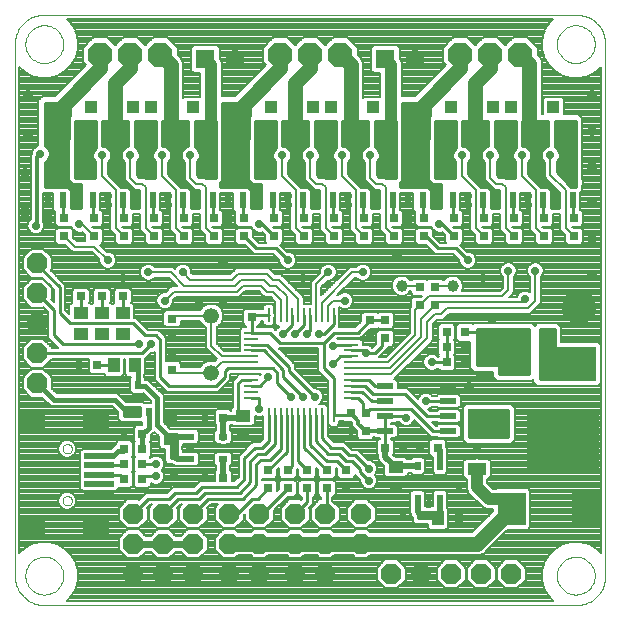
<source format=gtl>
G75*
%MOIN*%
%OFA0B0*%
%FSLAX24Y24*%
%IPPOS*%
%LPD*%
%AMOC8*
5,1,8,0,0,1.08239X$1,22.5*
%
%ADD10C,0.0000*%
%ADD11R,0.0197X0.0551*%
%ADD12R,0.0433X0.0433*%
%ADD13R,0.0315X0.0276*%
%ADD14OC8,0.0832*%
%ADD15C,0.0630*%
%ADD16R,0.0630X0.0630*%
%ADD17R,0.0472X0.0098*%
%ADD18R,0.0098X0.0472*%
%ADD19OC8,0.0673*%
%ADD20R,0.0255X0.0216*%
%ADD21R,0.0866X0.0709*%
%ADD22R,0.0984X0.0197*%
%ADD23R,0.0276X0.0315*%
%ADD24R,0.0216X0.0255*%
%ADD25R,0.0217X0.0315*%
%ADD26C,0.0524*%
%ADD27R,0.0551X0.0197*%
%ADD28C,0.1147*%
%ADD29R,0.1147X0.1147*%
%ADD30R,0.2441X0.2126*%
%ADD31R,0.0630X0.0394*%
%ADD32R,0.0945X0.1102*%
%ADD33C,0.0394*%
%ADD34R,0.0197X0.0315*%
%ADD35R,0.0117X0.0315*%
%ADD36R,0.0315X0.0197*%
%ADD37R,0.0315X0.0117*%
%ADD38R,0.0394X0.0512*%
%ADD39R,0.0314X0.0432*%
%ADD40R,0.0512X0.0394*%
%ADD41R,0.0432X0.0314*%
%ADD42R,0.0394X0.0472*%
%ADD43R,0.0472X0.0394*%
%ADD44C,0.0080*%
%ADD45C,0.0280*%
%ADD46C,0.0396*%
%ADD47C,0.0357*%
%ADD48C,0.0100*%
%ADD49C,0.0500*%
%ADD50C,0.0400*%
%ADD51C,0.0120*%
%ADD52C,0.0200*%
%ADD53C,0.0160*%
%ADD54C,0.0240*%
D10*
X002834Y001872D02*
X002834Y019588D01*
X003189Y019588D02*
X003191Y019638D01*
X003197Y019688D01*
X003207Y019737D01*
X003221Y019785D01*
X003238Y019832D01*
X003259Y019877D01*
X003284Y019921D01*
X003312Y019962D01*
X003344Y020001D01*
X003378Y020038D01*
X003415Y020072D01*
X003455Y020102D01*
X003497Y020129D01*
X003541Y020153D01*
X003587Y020174D01*
X003634Y020190D01*
X003682Y020203D01*
X003732Y020212D01*
X003781Y020217D01*
X003832Y020218D01*
X003882Y020215D01*
X003931Y020208D01*
X003980Y020197D01*
X004028Y020182D01*
X004074Y020164D01*
X004119Y020142D01*
X004162Y020116D01*
X004203Y020087D01*
X004242Y020055D01*
X004278Y020020D01*
X004310Y019982D01*
X004340Y019942D01*
X004367Y019899D01*
X004390Y019855D01*
X004409Y019809D01*
X004425Y019761D01*
X004437Y019712D01*
X004445Y019663D01*
X004449Y019613D01*
X004449Y019563D01*
X004445Y019513D01*
X004437Y019464D01*
X004425Y019415D01*
X004409Y019367D01*
X004390Y019321D01*
X004367Y019277D01*
X004340Y019234D01*
X004310Y019194D01*
X004278Y019156D01*
X004242Y019121D01*
X004203Y019089D01*
X004162Y019060D01*
X004119Y019034D01*
X004074Y019012D01*
X004028Y018994D01*
X003980Y018979D01*
X003931Y018968D01*
X003882Y018961D01*
X003832Y018958D01*
X003781Y018959D01*
X003732Y018964D01*
X003682Y018973D01*
X003634Y018986D01*
X003587Y019002D01*
X003541Y019023D01*
X003497Y019047D01*
X003455Y019074D01*
X003415Y019104D01*
X003378Y019138D01*
X003344Y019175D01*
X003312Y019214D01*
X003284Y019255D01*
X003259Y019299D01*
X003238Y019344D01*
X003221Y019391D01*
X003207Y019439D01*
X003197Y019488D01*
X003191Y019538D01*
X003189Y019588D01*
X002835Y019588D02*
X002837Y019650D01*
X002843Y019711D01*
X002852Y019772D01*
X002866Y019833D01*
X002883Y019892D01*
X002904Y019950D01*
X002929Y020007D01*
X002957Y020062D01*
X002988Y020115D01*
X003023Y020166D01*
X003061Y020215D01*
X003102Y020262D01*
X003145Y020305D01*
X003192Y020346D01*
X003241Y020384D01*
X003292Y020419D01*
X003345Y020450D01*
X003400Y020478D01*
X003457Y020503D01*
X003515Y020524D01*
X003574Y020541D01*
X003635Y020555D01*
X003696Y020564D01*
X003757Y020570D01*
X003819Y020572D01*
X021535Y020572D01*
X020905Y019588D02*
X020907Y019638D01*
X020913Y019688D01*
X020923Y019737D01*
X020937Y019785D01*
X020954Y019832D01*
X020975Y019877D01*
X021000Y019921D01*
X021028Y019962D01*
X021060Y020001D01*
X021094Y020038D01*
X021131Y020072D01*
X021171Y020102D01*
X021213Y020129D01*
X021257Y020153D01*
X021303Y020174D01*
X021350Y020190D01*
X021398Y020203D01*
X021448Y020212D01*
X021497Y020217D01*
X021548Y020218D01*
X021598Y020215D01*
X021647Y020208D01*
X021696Y020197D01*
X021744Y020182D01*
X021790Y020164D01*
X021835Y020142D01*
X021878Y020116D01*
X021919Y020087D01*
X021958Y020055D01*
X021994Y020020D01*
X022026Y019982D01*
X022056Y019942D01*
X022083Y019899D01*
X022106Y019855D01*
X022125Y019809D01*
X022141Y019761D01*
X022153Y019712D01*
X022161Y019663D01*
X022165Y019613D01*
X022165Y019563D01*
X022161Y019513D01*
X022153Y019464D01*
X022141Y019415D01*
X022125Y019367D01*
X022106Y019321D01*
X022083Y019277D01*
X022056Y019234D01*
X022026Y019194D01*
X021994Y019156D01*
X021958Y019121D01*
X021919Y019089D01*
X021878Y019060D01*
X021835Y019034D01*
X021790Y019012D01*
X021744Y018994D01*
X021696Y018979D01*
X021647Y018968D01*
X021598Y018961D01*
X021548Y018958D01*
X021497Y018959D01*
X021448Y018964D01*
X021398Y018973D01*
X021350Y018986D01*
X021303Y019002D01*
X021257Y019023D01*
X021213Y019047D01*
X021171Y019074D01*
X021131Y019104D01*
X021094Y019138D01*
X021060Y019175D01*
X021028Y019214D01*
X021000Y019255D01*
X020975Y019299D01*
X020954Y019344D01*
X020937Y019391D01*
X020923Y019439D01*
X020913Y019488D01*
X020907Y019538D01*
X020905Y019588D01*
X021535Y020572D02*
X021597Y020570D01*
X021658Y020564D01*
X021719Y020555D01*
X021780Y020541D01*
X021839Y020524D01*
X021897Y020503D01*
X021954Y020478D01*
X022009Y020450D01*
X022062Y020419D01*
X022113Y020384D01*
X022162Y020346D01*
X022209Y020305D01*
X022252Y020262D01*
X022293Y020215D01*
X022331Y020166D01*
X022366Y020115D01*
X022397Y020062D01*
X022425Y020007D01*
X022450Y019950D01*
X022471Y019892D01*
X022488Y019833D01*
X022502Y019772D01*
X022511Y019711D01*
X022517Y019650D01*
X022519Y019588D01*
X022519Y001872D01*
X020905Y001872D02*
X020907Y001922D01*
X020913Y001972D01*
X020923Y002021D01*
X020937Y002069D01*
X020954Y002116D01*
X020975Y002161D01*
X021000Y002205D01*
X021028Y002246D01*
X021060Y002285D01*
X021094Y002322D01*
X021131Y002356D01*
X021171Y002386D01*
X021213Y002413D01*
X021257Y002437D01*
X021303Y002458D01*
X021350Y002474D01*
X021398Y002487D01*
X021448Y002496D01*
X021497Y002501D01*
X021548Y002502D01*
X021598Y002499D01*
X021647Y002492D01*
X021696Y002481D01*
X021744Y002466D01*
X021790Y002448D01*
X021835Y002426D01*
X021878Y002400D01*
X021919Y002371D01*
X021958Y002339D01*
X021994Y002304D01*
X022026Y002266D01*
X022056Y002226D01*
X022083Y002183D01*
X022106Y002139D01*
X022125Y002093D01*
X022141Y002045D01*
X022153Y001996D01*
X022161Y001947D01*
X022165Y001897D01*
X022165Y001847D01*
X022161Y001797D01*
X022153Y001748D01*
X022141Y001699D01*
X022125Y001651D01*
X022106Y001605D01*
X022083Y001561D01*
X022056Y001518D01*
X022026Y001478D01*
X021994Y001440D01*
X021958Y001405D01*
X021919Y001373D01*
X021878Y001344D01*
X021835Y001318D01*
X021790Y001296D01*
X021744Y001278D01*
X021696Y001263D01*
X021647Y001252D01*
X021598Y001245D01*
X021548Y001242D01*
X021497Y001243D01*
X021448Y001248D01*
X021398Y001257D01*
X021350Y001270D01*
X021303Y001286D01*
X021257Y001307D01*
X021213Y001331D01*
X021171Y001358D01*
X021131Y001388D01*
X021094Y001422D01*
X021060Y001459D01*
X021028Y001498D01*
X021000Y001539D01*
X020975Y001583D01*
X020954Y001628D01*
X020937Y001675D01*
X020923Y001723D01*
X020913Y001772D01*
X020907Y001822D01*
X020905Y001872D01*
X021535Y000888D02*
X021597Y000890D01*
X021658Y000896D01*
X021719Y000905D01*
X021780Y000919D01*
X021839Y000936D01*
X021897Y000957D01*
X021954Y000982D01*
X022009Y001010D01*
X022062Y001041D01*
X022113Y001076D01*
X022162Y001114D01*
X022209Y001155D01*
X022252Y001198D01*
X022293Y001245D01*
X022331Y001294D01*
X022366Y001345D01*
X022397Y001398D01*
X022425Y001453D01*
X022450Y001510D01*
X022471Y001568D01*
X022488Y001627D01*
X022502Y001688D01*
X022511Y001749D01*
X022517Y001810D01*
X022519Y001872D01*
X021535Y000887D02*
X003819Y000887D01*
X003189Y001872D02*
X003191Y001922D01*
X003197Y001972D01*
X003207Y002021D01*
X003221Y002069D01*
X003238Y002116D01*
X003259Y002161D01*
X003284Y002205D01*
X003312Y002246D01*
X003344Y002285D01*
X003378Y002322D01*
X003415Y002356D01*
X003455Y002386D01*
X003497Y002413D01*
X003541Y002437D01*
X003587Y002458D01*
X003634Y002474D01*
X003682Y002487D01*
X003732Y002496D01*
X003781Y002501D01*
X003832Y002502D01*
X003882Y002499D01*
X003931Y002492D01*
X003980Y002481D01*
X004028Y002466D01*
X004074Y002448D01*
X004119Y002426D01*
X004162Y002400D01*
X004203Y002371D01*
X004242Y002339D01*
X004278Y002304D01*
X004310Y002266D01*
X004340Y002226D01*
X004367Y002183D01*
X004390Y002139D01*
X004409Y002093D01*
X004425Y002045D01*
X004437Y001996D01*
X004445Y001947D01*
X004449Y001897D01*
X004449Y001847D01*
X004445Y001797D01*
X004437Y001748D01*
X004425Y001699D01*
X004409Y001651D01*
X004390Y001605D01*
X004367Y001561D01*
X004340Y001518D01*
X004310Y001478D01*
X004278Y001440D01*
X004242Y001405D01*
X004203Y001373D01*
X004162Y001344D01*
X004119Y001318D01*
X004074Y001296D01*
X004028Y001278D01*
X003980Y001263D01*
X003931Y001252D01*
X003882Y001245D01*
X003832Y001242D01*
X003781Y001243D01*
X003732Y001248D01*
X003682Y001257D01*
X003634Y001270D01*
X003587Y001286D01*
X003541Y001307D01*
X003497Y001331D01*
X003455Y001358D01*
X003415Y001388D01*
X003378Y001422D01*
X003344Y001459D01*
X003312Y001498D01*
X003284Y001539D01*
X003259Y001583D01*
X003238Y001628D01*
X003221Y001675D01*
X003207Y001723D01*
X003197Y001772D01*
X003191Y001822D01*
X003189Y001872D01*
X002835Y001872D02*
X002837Y001810D01*
X002843Y001749D01*
X002852Y001688D01*
X002866Y001627D01*
X002883Y001568D01*
X002904Y001510D01*
X002929Y001453D01*
X002957Y001398D01*
X002988Y001345D01*
X003023Y001294D01*
X003061Y001245D01*
X003102Y001198D01*
X003145Y001155D01*
X003192Y001114D01*
X003241Y001076D01*
X003292Y001041D01*
X003345Y001010D01*
X003400Y000982D01*
X003457Y000957D01*
X003515Y000936D01*
X003574Y000919D01*
X003635Y000905D01*
X003696Y000896D01*
X003757Y000890D01*
X003819Y000888D01*
X004427Y004371D02*
X004429Y004396D01*
X004435Y004420D01*
X004444Y004442D01*
X004457Y004463D01*
X004473Y004482D01*
X004492Y004498D01*
X004513Y004511D01*
X004535Y004520D01*
X004559Y004526D01*
X004584Y004528D01*
X004609Y004526D01*
X004633Y004520D01*
X004655Y004511D01*
X004676Y004498D01*
X004695Y004482D01*
X004711Y004463D01*
X004724Y004442D01*
X004733Y004420D01*
X004739Y004396D01*
X004741Y004371D01*
X004739Y004346D01*
X004733Y004322D01*
X004724Y004300D01*
X004711Y004279D01*
X004695Y004260D01*
X004676Y004244D01*
X004655Y004231D01*
X004633Y004222D01*
X004609Y004216D01*
X004584Y004214D01*
X004559Y004216D01*
X004535Y004222D01*
X004513Y004231D01*
X004492Y004244D01*
X004473Y004260D01*
X004457Y004279D01*
X004444Y004300D01*
X004435Y004322D01*
X004429Y004346D01*
X004427Y004371D01*
X004427Y006104D02*
X004429Y006129D01*
X004435Y006153D01*
X004444Y006175D01*
X004457Y006196D01*
X004473Y006215D01*
X004492Y006231D01*
X004513Y006244D01*
X004535Y006253D01*
X004559Y006259D01*
X004584Y006261D01*
X004609Y006259D01*
X004633Y006253D01*
X004655Y006244D01*
X004676Y006231D01*
X004695Y006215D01*
X004711Y006196D01*
X004724Y006175D01*
X004733Y006153D01*
X004739Y006129D01*
X004741Y006104D01*
X004739Y006079D01*
X004733Y006055D01*
X004724Y006033D01*
X004711Y006012D01*
X004695Y005993D01*
X004676Y005977D01*
X004655Y005964D01*
X004633Y005955D01*
X004609Y005949D01*
X004584Y005947D01*
X004559Y005949D01*
X004535Y005955D01*
X004513Y005964D01*
X004492Y005977D01*
X004473Y005993D01*
X004457Y006012D01*
X004444Y006033D01*
X004435Y006055D01*
X004429Y006079D01*
X004427Y006104D01*
D11*
X004434Y014387D03*
X003934Y014387D03*
X004934Y014387D03*
X005434Y014387D03*
X005934Y014387D03*
X006434Y014387D03*
X006934Y014387D03*
X007434Y014387D03*
X007934Y014387D03*
X008434Y014387D03*
X008934Y014387D03*
X009434Y014387D03*
X009934Y014387D03*
X010434Y014387D03*
X010934Y014387D03*
X011434Y014387D03*
X011934Y014387D03*
X012434Y014387D03*
X012934Y014387D03*
X013434Y014387D03*
X013934Y014387D03*
X014434Y014387D03*
X014934Y014387D03*
X015434Y014387D03*
X015934Y014387D03*
X016434Y014387D03*
X016934Y014387D03*
X017434Y014387D03*
X017934Y014387D03*
X018434Y014387D03*
X018934Y014387D03*
X019434Y014387D03*
X019934Y014387D03*
X020434Y014387D03*
X020934Y014387D03*
X021434Y014387D03*
X021434Y016487D03*
X020934Y016487D03*
X020434Y016487D03*
X019934Y016487D03*
X019434Y016487D03*
X018934Y016487D03*
X018434Y016487D03*
X017934Y016487D03*
X017434Y016487D03*
X016934Y016487D03*
X016434Y016487D03*
X015934Y016487D03*
X015434Y016487D03*
X014934Y016487D03*
X014434Y016487D03*
X013934Y016487D03*
X013434Y016487D03*
X012934Y016487D03*
X012434Y016487D03*
X011934Y016487D03*
X011434Y016487D03*
X010934Y016487D03*
X010434Y016487D03*
X009934Y016487D03*
X009434Y016487D03*
X008934Y016487D03*
X008434Y016487D03*
X007934Y016487D03*
X007434Y016487D03*
X006934Y016487D03*
X006434Y016487D03*
X005934Y016487D03*
X005434Y016487D03*
X004934Y016487D03*
X004434Y016487D03*
X003934Y016487D03*
D12*
X005384Y017487D03*
X006784Y017487D03*
X007384Y017487D03*
X008784Y017487D03*
X011384Y017487D03*
X012784Y017487D03*
X013384Y017487D03*
X014784Y017487D03*
X017384Y017487D03*
X018784Y017487D03*
X019384Y017487D03*
X020784Y017487D03*
D13*
X020484Y013787D03*
X020484Y013187D03*
X019484Y013187D03*
X019484Y013787D03*
X018484Y013787D03*
X018484Y013187D03*
X017484Y013187D03*
X017484Y013787D03*
X016484Y013787D03*
X016484Y013187D03*
X015484Y013187D03*
X015484Y013787D03*
X014484Y013787D03*
X014484Y013187D03*
X013484Y013187D03*
X013484Y013787D03*
X012484Y013787D03*
X012484Y013187D03*
X011484Y013187D03*
X011484Y013787D03*
X010484Y013787D03*
X010484Y013187D03*
X009484Y013187D03*
X009484Y013787D03*
X008484Y013787D03*
X008484Y013187D03*
X007484Y013187D03*
X007484Y013787D03*
X006484Y013787D03*
X006484Y013187D03*
X005484Y013187D03*
X005484Y013787D03*
X004484Y013787D03*
X004484Y013187D03*
X005034Y011187D03*
X005734Y011187D03*
X006434Y011187D03*
X008084Y010437D03*
X008084Y008737D03*
X010734Y010487D03*
X014034Y007287D03*
X014534Y007287D03*
X014534Y006687D03*
X013884Y005387D03*
X013234Y005387D03*
X013234Y004787D03*
X012584Y004787D03*
X012584Y005387D03*
X011934Y005387D03*
X011284Y005387D03*
X011284Y004787D03*
X011934Y004787D03*
X008134Y005887D03*
X014684Y010387D03*
X015184Y010387D03*
X015184Y009787D03*
X016334Y010887D03*
X016834Y010887D03*
X016834Y011487D03*
X016334Y011487D03*
X018234Y006687D03*
X021484Y013187D03*
X021484Y013787D03*
D14*
X019684Y019237D03*
X018684Y019237D03*
X017684Y019237D03*
X013684Y019237D03*
X012684Y019237D03*
X011684Y019237D03*
X007684Y019237D03*
X006684Y019237D03*
X005684Y019237D03*
D15*
X010184Y019087D03*
X016184Y019087D03*
D16*
X015184Y019087D03*
X009184Y019087D03*
D17*
X010711Y009970D03*
X010711Y009773D03*
X010711Y009576D03*
X010711Y009380D03*
X010711Y009183D03*
X010711Y008986D03*
X010711Y008789D03*
X010711Y008592D03*
X010711Y008395D03*
X010711Y008198D03*
X010711Y008002D03*
X010711Y007805D03*
X014058Y007805D03*
X014058Y008002D03*
X014058Y008198D03*
X014058Y008395D03*
X014058Y008592D03*
X014058Y008789D03*
X014058Y008986D03*
X014058Y009183D03*
X014058Y009380D03*
X014058Y009576D03*
X014058Y009773D03*
X014058Y009970D03*
D18*
X013467Y010561D03*
X013270Y010561D03*
X013073Y010561D03*
X012876Y010561D03*
X012680Y010561D03*
X012483Y010561D03*
X012286Y010561D03*
X012089Y010561D03*
X011892Y010561D03*
X011695Y010561D03*
X011498Y010561D03*
X011302Y010561D03*
X011302Y007214D03*
X011498Y007214D03*
X011695Y007214D03*
X011892Y007214D03*
X012089Y007214D03*
X012286Y007214D03*
X012483Y007214D03*
X012680Y007214D03*
X012876Y007214D03*
X013073Y007214D03*
X013270Y007214D03*
X013467Y007214D03*
D19*
X013184Y003937D03*
X013184Y002937D03*
X013184Y001937D03*
X012184Y001937D03*
X012184Y002937D03*
X012184Y003937D03*
X010984Y003937D03*
X010984Y002937D03*
X010984Y001937D03*
X009984Y001937D03*
X009984Y002937D03*
X009984Y003937D03*
X008784Y003937D03*
X008784Y002937D03*
X008784Y001937D03*
X007784Y001937D03*
X007784Y002937D03*
X007784Y003937D03*
X006784Y003937D03*
X006784Y002937D03*
X006784Y001937D03*
X003584Y008287D03*
X003584Y009287D03*
X003584Y010287D03*
X003584Y011287D03*
X003584Y012287D03*
X014384Y003937D03*
X014384Y002937D03*
X015384Y001937D03*
X016384Y001937D03*
X017384Y001937D03*
X018384Y001937D03*
X019384Y001937D03*
D20*
X018234Y006087D03*
X014684Y009787D03*
X014034Y006687D03*
X013884Y004787D03*
X008134Y005287D03*
X008084Y009337D03*
X008084Y009837D03*
X006434Y011787D03*
X005734Y011787D03*
X005034Y011787D03*
X010734Y011087D03*
D21*
X005529Y007009D03*
X003403Y007009D03*
X003403Y003466D03*
X005529Y003466D03*
D22*
X005647Y004607D03*
X005647Y004922D03*
X005647Y005237D03*
X005647Y005552D03*
X005647Y005867D03*
D23*
X006484Y006087D03*
X006484Y005587D03*
X006484Y005087D03*
X007084Y005087D03*
X007084Y005587D03*
X007084Y006087D03*
X007084Y006587D03*
X005584Y008887D03*
X009784Y007137D03*
X009784Y005137D03*
X015184Y006137D03*
X016934Y006137D03*
X018234Y004837D03*
X016384Y003887D03*
X017234Y008987D03*
X017234Y009487D03*
X017234Y009987D03*
X017834Y009987D03*
D24*
X017834Y009487D03*
X017834Y008987D03*
X016334Y006137D03*
X015784Y006137D03*
X017634Y004837D03*
X015784Y003887D03*
X009184Y005137D03*
X009184Y007137D03*
X006484Y006587D03*
X004984Y008887D03*
D25*
X006564Y007337D03*
X007304Y007337D03*
X006934Y008237D03*
D26*
X009384Y008637D03*
X009384Y010537D03*
D27*
X015184Y008187D03*
X015184Y007687D03*
X015184Y007187D03*
X015184Y006687D03*
X017284Y006687D03*
X017284Y007187D03*
X017284Y007687D03*
X017284Y008187D03*
X018484Y008487D03*
X018484Y008987D03*
X018484Y009487D03*
X018484Y009987D03*
X020584Y009987D03*
X020584Y009487D03*
X020584Y008987D03*
X020584Y008487D03*
D28*
X021634Y010837D03*
D29*
X021634Y008937D03*
D30*
X021119Y006337D03*
D31*
X018245Y005440D03*
X018245Y007235D03*
D32*
X019394Y004087D03*
X021874Y004087D03*
D33*
X017434Y011537D03*
X015734Y011537D03*
D34*
X016260Y005537D03*
X017008Y005537D03*
X017008Y004437D03*
X016260Y004437D03*
D35*
X016634Y004437D03*
D36*
X009784Y005763D03*
X009784Y006511D03*
X008684Y006511D03*
X008684Y005763D03*
D37*
X008684Y006137D03*
D38*
X016934Y003787D03*
D39*
X017634Y003787D03*
D40*
X015534Y005487D03*
X010434Y007187D03*
X008034Y006437D03*
D41*
X008034Y007137D03*
X010434Y006487D03*
X015534Y004787D03*
D42*
X006834Y008887D03*
X006134Y008887D03*
D43*
X006434Y009937D03*
X005734Y009937D03*
X005034Y009937D03*
X005034Y010637D03*
X005734Y010637D03*
X006434Y010637D03*
D44*
X006154Y010974D02*
X006140Y010974D01*
X006084Y010918D01*
X006029Y010974D01*
X006014Y010974D01*
X006032Y010992D01*
X006032Y011383D01*
X005950Y011465D01*
X005519Y011465D01*
X005437Y011383D01*
X005437Y010992D01*
X005454Y010974D01*
X005440Y010974D01*
X005384Y010918D01*
X005329Y010974D01*
X005314Y010974D01*
X005332Y010992D01*
X005332Y011383D01*
X005250Y011465D01*
X004819Y011465D01*
X004737Y011383D01*
X004737Y010992D01*
X004754Y010974D01*
X004740Y010974D01*
X004658Y010892D01*
X004658Y010582D01*
X004524Y010716D01*
X004524Y011566D01*
X004413Y011677D01*
X004031Y012060D01*
X004061Y012090D01*
X004061Y012485D01*
X003782Y012764D01*
X003387Y012764D01*
X003108Y012485D01*
X003108Y012090D01*
X003387Y011811D01*
X003742Y011811D01*
X004144Y011409D01*
X004144Y010996D01*
X004056Y011085D01*
X004061Y011090D01*
X004061Y011485D01*
X003782Y011764D01*
X003387Y011764D01*
X003108Y011485D01*
X002974Y011485D01*
X002974Y011563D02*
X003186Y011563D01*
X003108Y011485D02*
X003108Y011090D01*
X003387Y010811D01*
X003782Y010811D01*
X003787Y010816D01*
X003944Y010659D01*
X003944Y009809D01*
X004244Y009509D01*
X004276Y009477D01*
X004061Y009477D01*
X004061Y009485D01*
X003782Y009764D01*
X003387Y009764D01*
X003108Y009485D01*
X003108Y009090D01*
X003387Y008811D01*
X003782Y008811D01*
X004061Y009090D01*
X004061Y009097D01*
X005307Y009097D01*
X005307Y008672D01*
X005389Y008590D01*
X005780Y008590D01*
X005797Y008607D01*
X005797Y008593D01*
X005879Y008511D01*
X006389Y008511D01*
X006471Y008593D01*
X006471Y009097D01*
X006497Y009097D01*
X006497Y008593D01*
X006579Y008511D01*
X006714Y008511D01*
X006714Y008481D01*
X006686Y008453D01*
X006686Y008022D01*
X006768Y007940D01*
X007101Y007940D01*
X007111Y007950D01*
X007364Y007696D01*
X007364Y007635D01*
X007138Y007635D01*
X007137Y007634D01*
X007093Y007677D01*
X006535Y007677D01*
X006255Y007957D01*
X004225Y007957D01*
X004061Y008122D01*
X004061Y008485D01*
X003782Y008764D01*
X003387Y008764D01*
X003108Y008485D01*
X003108Y008090D01*
X003387Y007811D01*
X003750Y007811D01*
X004043Y007517D01*
X006073Y007517D01*
X006274Y007316D01*
X006274Y007109D01*
X006386Y006997D01*
X007084Y006997D01*
X007084Y006899D01*
X007071Y006885D01*
X006889Y006885D01*
X006807Y006803D01*
X006807Y006372D01*
X006841Y006337D01*
X006807Y006303D01*
X006807Y005872D01*
X006841Y005837D01*
X006807Y005803D01*
X006807Y005372D01*
X006841Y005337D01*
X006807Y005303D01*
X006807Y004872D01*
X006889Y004790D01*
X007280Y004790D01*
X007362Y004872D01*
X007362Y004964D01*
X007376Y004950D01*
X007479Y004907D01*
X007590Y004907D01*
X007693Y004950D01*
X007772Y005029D01*
X007814Y005132D01*
X007814Y005243D01*
X007772Y005346D01*
X007730Y005387D01*
X007772Y005429D01*
X007814Y005532D01*
X007814Y005643D01*
X007772Y005746D01*
X007693Y005825D01*
X007590Y005867D01*
X007479Y005867D01*
X007376Y005825D01*
X007358Y005807D01*
X007328Y005837D01*
X007362Y005872D01*
X007362Y006303D01*
X007328Y006337D01*
X007362Y006372D01*
X007362Y006554D01*
X007484Y006676D01*
X007638Y006522D01*
X007638Y006183D01*
X007720Y006101D01*
X007844Y006101D01*
X007844Y006091D01*
X007837Y006083D01*
X007837Y005692D01*
X007919Y005610D01*
X007943Y005610D01*
X007956Y005597D01*
X008085Y005597D01*
X008122Y005560D01*
X008211Y005523D01*
X008732Y005523D01*
X008736Y005525D01*
X008900Y005525D01*
X008982Y005607D01*
X008982Y005920D01*
X008900Y006002D01*
X008736Y006002D01*
X008732Y006003D01*
X008432Y006003D01*
X008432Y006083D01*
X008424Y006091D01*
X008424Y006177D01*
X008430Y006183D01*
X008430Y006271D01*
X008732Y006271D01*
X008736Y006273D01*
X008900Y006273D01*
X008982Y006355D01*
X008982Y006668D01*
X008900Y006750D01*
X008736Y006750D01*
X008732Y006751D01*
X008371Y006751D01*
X008348Y006774D01*
X008316Y006774D01*
X008313Y006777D01*
X008005Y006777D01*
X007804Y006979D01*
X007804Y007879D01*
X007275Y008407D01*
X007183Y008407D01*
X007183Y008453D01*
X007154Y008481D01*
X007154Y008576D01*
X007171Y008593D01*
X007171Y009106D01*
X007373Y009307D01*
X007440Y009307D01*
X007494Y009330D01*
X007494Y008409D01*
X007794Y008109D01*
X007794Y008109D01*
X007906Y007997D01*
X009613Y007997D01*
X009724Y008109D01*
X010024Y008409D01*
X010024Y008599D01*
X011027Y008599D01*
X011017Y008573D01*
X011005Y008584D01*
X010791Y008584D01*
X010790Y008585D01*
X010313Y008585D01*
X010206Y008477D01*
X010094Y008366D01*
X010094Y007498D01*
X010038Y007442D01*
X010038Y007377D01*
X010038Y007377D01*
X009980Y007435D01*
X009589Y007435D01*
X009507Y007353D01*
X009507Y006922D01*
X009544Y006884D01*
X009544Y006725D01*
X009487Y006668D01*
X009487Y006355D01*
X009569Y006273D01*
X009628Y006273D01*
X009729Y006231D01*
X009840Y006231D01*
X009940Y006273D01*
X010000Y006273D01*
X010082Y006355D01*
X010082Y006668D01*
X010024Y006725D01*
X010024Y006884D01*
X010038Y006897D01*
X010074Y006897D01*
X010120Y006851D01*
X010748Y006851D01*
X010830Y006933D01*
X010830Y007198D01*
X010929Y007157D01*
X011040Y007157D01*
X011112Y007187D01*
X011112Y006433D01*
X011006Y006327D01*
X010756Y006327D01*
X010406Y005977D01*
X010294Y005866D01*
X010294Y005166D01*
X010156Y005027D01*
X010062Y005027D01*
X010062Y005353D01*
X010024Y005391D01*
X010024Y005549D01*
X010082Y005607D01*
X010082Y005920D01*
X010000Y006002D01*
X009836Y006002D01*
X009832Y006003D01*
X009737Y006003D01*
X009733Y006002D01*
X009569Y006002D01*
X009487Y005920D01*
X009487Y005607D01*
X009544Y005549D01*
X009544Y005391D01*
X009507Y005353D01*
X009507Y005027D01*
X009006Y005027D01*
X008806Y004827D01*
X008106Y004827D01*
X007906Y004627D01*
X007206Y004627D01*
X006987Y004409D01*
X006982Y004414D01*
X006587Y004414D01*
X006308Y004135D01*
X006308Y003740D01*
X006587Y003461D01*
X006982Y003461D01*
X007261Y003740D01*
X007261Y004135D01*
X007256Y004140D01*
X007363Y004247D01*
X007420Y004247D01*
X007308Y004135D01*
X007308Y003740D01*
X007587Y003461D01*
X007982Y003461D01*
X008261Y003740D01*
X008261Y004135D01*
X008256Y004140D01*
X008363Y004247D01*
X008420Y004247D01*
X008308Y004135D01*
X008308Y003740D01*
X008587Y003461D01*
X008982Y003461D01*
X009261Y003740D01*
X009261Y004135D01*
X009256Y004140D01*
X009363Y004247D01*
X009620Y004247D01*
X009508Y004135D01*
X009508Y003740D01*
X009787Y003461D01*
X010182Y003461D01*
X010461Y003740D01*
X010461Y003895D01*
X010508Y003942D01*
X010508Y003740D01*
X010787Y003461D01*
X011182Y003461D01*
X011461Y003740D01*
X011461Y004045D01*
X011925Y004510D01*
X012150Y004510D01*
X012232Y004592D01*
X012232Y004983D01*
X012150Y005065D01*
X011719Y005065D01*
X011637Y004983D01*
X011637Y004759D01*
X011582Y004704D01*
X011582Y004983D01*
X011500Y005065D01*
X011074Y005065D01*
X011074Y005110D01*
X011500Y005110D01*
X011582Y005192D01*
X011582Y005416D01*
X011637Y005471D01*
X011637Y005192D01*
X011719Y005110D01*
X012150Y005110D01*
X012232Y005192D01*
X012232Y005416D01*
X012259Y005444D01*
X012287Y005416D01*
X012287Y005192D01*
X012369Y005110D01*
X012800Y005110D01*
X012882Y005192D01*
X012882Y005471D01*
X012937Y005416D01*
X012937Y005192D01*
X013019Y005110D01*
X013450Y005110D01*
X013532Y005192D01*
X013532Y005471D01*
X013587Y005416D01*
X013587Y005192D01*
X013669Y005110D01*
X014100Y005110D01*
X014182Y005192D01*
X014182Y005221D01*
X014354Y005049D01*
X014354Y004982D01*
X014397Y004879D01*
X014476Y004800D01*
X014579Y004757D01*
X014690Y004757D01*
X014793Y004800D01*
X014872Y004879D01*
X014914Y004982D01*
X014914Y005093D01*
X014872Y005196D01*
X014830Y005237D01*
X014872Y005279D01*
X014914Y005382D01*
X014914Y005493D01*
X014872Y005596D01*
X014793Y005675D01*
X014690Y005717D01*
X014623Y005717D01*
X014374Y005966D01*
X014263Y006077D01*
X014063Y006077D01*
X013924Y006216D01*
X013813Y006327D01*
X013463Y006327D01*
X013263Y006527D01*
X013263Y007293D01*
X013263Y007294D01*
X013263Y007508D01*
X013180Y007590D01*
X012970Y007590D01*
X012993Y007600D01*
X013072Y007679D01*
X013114Y007782D01*
X013114Y007893D01*
X013072Y007996D01*
X012993Y008075D01*
X012890Y008117D01*
X012823Y008117D01*
X012174Y008766D01*
X012174Y008916D01*
X012063Y009027D01*
X011643Y009447D01*
X012944Y009447D01*
X012944Y008709D01*
X013277Y008376D01*
X013277Y007135D01*
X013278Y007135D01*
X013278Y006920D01*
X013360Y006838D01*
X013574Y006838D01*
X013656Y006920D01*
X013656Y007024D01*
X013804Y007024D01*
X013819Y007010D01*
X013973Y007010D01*
X013979Y007007D01*
X014031Y007007D01*
X014084Y006955D01*
X014084Y006855D01*
X014237Y006702D01*
X014237Y006492D01*
X014319Y006410D01*
X014750Y006410D01*
X014820Y006480D01*
X014851Y006449D01*
X014994Y006449D01*
X014994Y006435D01*
X014989Y006435D01*
X014907Y006353D01*
X014907Y005922D01*
X014944Y005884D01*
X014944Y005790D01*
X014981Y005701D01*
X015138Y005544D01*
X015138Y005233D01*
X015220Y005151D01*
X015848Y005151D01*
X015930Y005233D01*
X015930Y005297D01*
X016046Y005297D01*
X016104Y005240D01*
X016417Y005240D01*
X016499Y005322D01*
X016499Y005486D01*
X016500Y005490D01*
X016500Y005585D01*
X016499Y005589D01*
X016499Y005753D01*
X016417Y005835D01*
X016104Y005835D01*
X016046Y005777D01*
X015895Y005777D01*
X015848Y005824D01*
X015537Y005824D01*
X015451Y005910D01*
X015462Y005922D01*
X015462Y006353D01*
X015380Y006435D01*
X015374Y006435D01*
X015374Y006449D01*
X015518Y006449D01*
X015600Y006531D01*
X015600Y006844D01*
X015518Y006926D01*
X015374Y006926D01*
X015374Y006949D01*
X015518Y006949D01*
X015566Y006997D01*
X015639Y006997D01*
X015647Y006979D01*
X015726Y006900D01*
X015829Y006857D01*
X015940Y006857D01*
X016043Y006900D01*
X016122Y006979D01*
X016152Y007051D01*
X016706Y006497D01*
X016902Y006497D01*
X016951Y006449D01*
X017618Y006449D01*
X017700Y006531D01*
X017700Y006844D01*
X017618Y006926D01*
X016951Y006926D01*
X016902Y006877D01*
X016863Y006877D01*
X016743Y006997D01*
X016902Y006997D01*
X016951Y006949D01*
X017618Y006949D01*
X017700Y007031D01*
X017700Y007344D01*
X017618Y007426D01*
X016951Y007426D01*
X016902Y007377D01*
X016663Y007377D01*
X016620Y007420D01*
X016693Y007450D01*
X016740Y007497D01*
X016902Y007497D01*
X016951Y007449D01*
X017618Y007449D01*
X017700Y007531D01*
X017700Y007844D01*
X017618Y007926D01*
X016951Y007926D01*
X016902Y007877D01*
X016740Y007877D01*
X016693Y007925D01*
X016590Y007967D01*
X016479Y007967D01*
X016376Y007925D01*
X016297Y007846D01*
X016267Y007774D01*
X015913Y008127D01*
X015600Y008127D01*
X015600Y008344D01*
X015518Y008426D01*
X015477Y008426D01*
X016659Y009607D01*
X016764Y009713D01*
X016764Y010263D01*
X016909Y010407D01*
X017109Y010407D01*
X017309Y010607D01*
X020009Y010607D01*
X020259Y010857D01*
X020364Y010963D01*
X020364Y011821D01*
X020422Y011879D01*
X020464Y011982D01*
X020464Y012093D01*
X020422Y012196D01*
X020343Y012275D01*
X020240Y012317D01*
X020129Y012317D01*
X020026Y012275D01*
X019947Y012196D01*
X019904Y012093D01*
X019904Y011982D01*
X019947Y011879D01*
X020004Y011821D01*
X020004Y011313D01*
X019993Y011325D01*
X019890Y011367D01*
X019779Y011367D01*
X019676Y011325D01*
X019597Y011246D01*
X019564Y011167D01*
X019319Y011167D01*
X019359Y011207D01*
X019464Y011313D01*
X019464Y011821D01*
X019522Y011879D01*
X019564Y011982D01*
X019564Y012093D01*
X019522Y012196D01*
X019443Y012275D01*
X019340Y012317D01*
X019229Y012317D01*
X019126Y012275D01*
X019047Y012196D01*
X019004Y012093D01*
X019004Y011982D01*
X019047Y011879D01*
X019104Y011821D01*
X019104Y011462D01*
X019010Y011367D01*
X017729Y011367D01*
X017771Y011470D01*
X017771Y011604D01*
X017720Y011728D01*
X017625Y011823D01*
X017501Y011874D01*
X017367Y011874D01*
X017244Y011823D01*
X017149Y011728D01*
X017144Y011717D01*
X017098Y011717D01*
X017050Y011765D01*
X016619Y011765D01*
X016584Y011731D01*
X016550Y011765D01*
X016119Y011765D01*
X016071Y011717D01*
X016024Y011717D01*
X016020Y011728D01*
X015925Y011823D01*
X015801Y011874D01*
X015667Y011874D01*
X015544Y011823D01*
X015449Y011728D01*
X015397Y011604D01*
X015397Y011470D01*
X015449Y011347D01*
X015544Y011252D01*
X015667Y011201D01*
X015801Y011201D01*
X015925Y011252D01*
X016020Y011347D01*
X016024Y011357D01*
X016037Y011357D01*
X016037Y011292D01*
X016119Y011210D01*
X016402Y011210D01*
X016358Y011165D01*
X016119Y011165D01*
X016037Y011083D01*
X016037Y010844D01*
X016004Y010812D01*
X016004Y009962D01*
X015208Y009166D01*
X014981Y009166D01*
X015024Y009209D01*
X015274Y009459D01*
X015274Y009510D01*
X015400Y009510D01*
X015482Y009592D01*
X015482Y009983D01*
X015400Y010065D01*
X014969Y010065D01*
X014887Y009983D01*
X014887Y009609D01*
X014756Y009477D01*
X014740Y009477D01*
X014693Y009525D01*
X014590Y009567D01*
X014523Y009567D01*
X014521Y009570D01*
X014434Y009570D01*
X014434Y009684D01*
X014352Y009766D01*
X014137Y009766D01*
X014136Y009766D01*
X013601Y009766D01*
X013593Y009775D01*
X013580Y009780D01*
X014346Y009780D01*
X014346Y009781D01*
X014352Y009781D01*
X014434Y009863D01*
X014434Y009868D01*
X014673Y010107D01*
X014740Y010107D01*
X014745Y010110D01*
X014900Y010110D01*
X014934Y010144D01*
X014969Y010110D01*
X015400Y010110D01*
X015482Y010192D01*
X015482Y010583D01*
X015400Y010665D01*
X014969Y010665D01*
X014934Y010631D01*
X014900Y010665D01*
X014745Y010665D01*
X014740Y010667D01*
X014629Y010667D01*
X014623Y010665D01*
X014469Y010665D01*
X014387Y010583D01*
X014387Y010359D01*
X014188Y010160D01*
X013626Y010160D01*
X013657Y010191D01*
X013657Y010639D01*
X013656Y010640D01*
X013656Y010820D01*
X013676Y010800D01*
X013779Y010757D01*
X013890Y010757D01*
X013993Y010800D01*
X014072Y010879D01*
X014114Y010982D01*
X014114Y011093D01*
X014072Y011196D01*
X013993Y011275D01*
X013890Y011317D01*
X013779Y011317D01*
X013676Y011275D01*
X013618Y011217D01*
X013569Y011217D01*
X014159Y011807D01*
X014218Y011807D01*
X014276Y011750D01*
X014379Y011707D01*
X014490Y011707D01*
X014593Y011750D01*
X014672Y011829D01*
X014714Y011932D01*
X014714Y012043D01*
X014672Y012146D01*
X014593Y012225D01*
X014490Y012267D01*
X014379Y012267D01*
X014276Y012225D01*
X014218Y012167D01*
X014010Y012167D01*
X013904Y012062D01*
X013056Y011214D01*
X013056Y011505D01*
X013259Y011707D01*
X013340Y011707D01*
X013443Y011750D01*
X013522Y011829D01*
X013564Y011932D01*
X013564Y012043D01*
X013522Y012146D01*
X013443Y012225D01*
X013340Y012267D01*
X013229Y012267D01*
X013126Y012225D01*
X013047Y012146D01*
X013004Y012043D01*
X013004Y011962D01*
X012696Y011654D01*
X012696Y010937D01*
X012466Y010937D01*
X012466Y011160D01*
X012360Y011266D01*
X011709Y011917D01*
X011509Y011917D01*
X011309Y012117D01*
X010210Y012117D01*
X010104Y012012D01*
X010010Y011917D01*
X008759Y011917D01*
X008714Y011962D01*
X008714Y012043D01*
X008672Y012146D01*
X008593Y012225D01*
X008490Y012267D01*
X008379Y012267D01*
X008276Y012225D01*
X008197Y012146D01*
X008177Y012099D01*
X008109Y012167D01*
X007500Y012167D01*
X007443Y012225D01*
X007340Y012267D01*
X007229Y012267D01*
X007126Y012225D01*
X007047Y012146D01*
X007004Y012043D01*
X007004Y011932D01*
X007047Y011829D01*
X007126Y011750D01*
X007229Y011707D01*
X007340Y011707D01*
X007443Y011750D01*
X007500Y011807D01*
X007960Y011807D01*
X008250Y011517D01*
X008060Y011517D01*
X007954Y011412D01*
X007860Y011317D01*
X007779Y011317D01*
X007676Y011275D01*
X007597Y011196D01*
X007554Y011093D01*
X007554Y010982D01*
X007597Y010879D01*
X007676Y010800D01*
X007779Y010757D01*
X007890Y010757D01*
X007993Y010800D01*
X008072Y010879D01*
X008114Y010982D01*
X008114Y011063D01*
X008209Y011157D01*
X010309Y011157D01*
X010414Y011263D01*
X010509Y011357D01*
X010960Y011357D01*
X011054Y011263D01*
X011160Y011157D01*
X011360Y011157D01*
X011515Y011002D01*
X011515Y010864D01*
X011506Y010855D01*
X011506Y010266D01*
X011588Y010184D01*
X011649Y010184D01*
X011626Y010175D01*
X011547Y010096D01*
X011532Y010059D01*
X011430Y010160D01*
X010924Y010160D01*
X010924Y010210D01*
X010950Y010210D01*
X011032Y010292D01*
X011032Y010371D01*
X011112Y010371D01*
X011112Y010266D01*
X011194Y010184D01*
X011409Y010184D01*
X011491Y010266D01*
X011491Y010481D01*
X011492Y010482D01*
X011492Y010639D01*
X011491Y010640D01*
X011491Y010855D01*
X011409Y010937D01*
X011194Y010937D01*
X011112Y010855D01*
X011112Y010751D01*
X010964Y010751D01*
X010950Y010765D01*
X010795Y010765D01*
X010790Y010767D01*
X010679Y010767D01*
X010673Y010765D01*
X010519Y010765D01*
X010437Y010683D01*
X010437Y010292D01*
X010519Y010210D01*
X010544Y010210D01*
X010544Y010159D01*
X010417Y010159D01*
X010335Y010077D01*
X010335Y009363D01*
X009814Y009363D01*
X009564Y009612D01*
X009564Y010177D01*
X009612Y010197D01*
X009725Y010310D01*
X009786Y010457D01*
X009786Y010617D01*
X009725Y010765D01*
X009612Y010878D01*
X009464Y010939D01*
X009304Y010939D01*
X009157Y010878D01*
X009044Y010765D01*
X009024Y010717D01*
X008110Y010717D01*
X008108Y010715D01*
X007869Y010715D01*
X007787Y010633D01*
X007787Y010242D01*
X007869Y010160D01*
X008300Y010160D01*
X008382Y010242D01*
X008382Y010357D01*
X009024Y010357D01*
X009044Y010310D01*
X009157Y010197D01*
X009204Y010177D01*
X009204Y009463D01*
X009310Y009357D01*
X009580Y009087D01*
X009512Y009019D01*
X009464Y009039D01*
X009304Y009039D01*
X009157Y008978D01*
X009044Y008865D01*
X009024Y008817D01*
X008382Y008817D01*
X008382Y008933D01*
X008300Y009015D01*
X007874Y009015D01*
X007874Y009816D01*
X007763Y009927D01*
X007613Y010077D01*
X007263Y010077D01*
X006863Y010477D01*
X006811Y010477D01*
X006811Y010892D01*
X006729Y010974D01*
X006714Y010974D01*
X006732Y010992D01*
X006732Y011383D01*
X006650Y011465D01*
X006219Y011465D01*
X006137Y011383D01*
X006137Y010992D01*
X006154Y010974D01*
X006137Y011014D02*
X006032Y011014D01*
X006032Y011092D02*
X006137Y011092D01*
X006137Y011171D02*
X006032Y011171D01*
X006032Y011249D02*
X006137Y011249D01*
X006137Y011328D02*
X006032Y011328D01*
X006009Y011406D02*
X006160Y011406D01*
X006101Y010935D02*
X006067Y010935D01*
X005437Y011014D02*
X005332Y011014D01*
X005332Y011092D02*
X005437Y011092D01*
X005437Y011171D02*
X005332Y011171D01*
X005332Y011249D02*
X005437Y011249D01*
X005437Y011328D02*
X005332Y011328D01*
X005309Y011406D02*
X005460Y011406D01*
X005401Y010935D02*
X005367Y010935D01*
X004737Y011014D02*
X004524Y011014D01*
X004524Y011092D02*
X004737Y011092D01*
X004737Y011171D02*
X004524Y011171D01*
X004524Y011249D02*
X004737Y011249D01*
X004737Y011328D02*
X004524Y011328D01*
X004524Y011406D02*
X004760Y011406D01*
X004524Y011485D02*
X008027Y011485D01*
X007949Y011406D02*
X006709Y011406D01*
X006732Y011328D02*
X007870Y011328D01*
X007650Y011249D02*
X006732Y011249D01*
X006732Y011171D02*
X007587Y011171D01*
X007554Y011092D02*
X006732Y011092D01*
X006732Y011014D02*
X007554Y011014D01*
X007573Y010935D02*
X006767Y010935D01*
X006811Y010857D02*
X007619Y010857D01*
X007728Y010778D02*
X006811Y010778D01*
X006811Y010700D02*
X007854Y010700D01*
X007787Y010621D02*
X006811Y010621D01*
X006811Y010543D02*
X007787Y010543D01*
X007787Y010464D02*
X006876Y010464D01*
X006954Y010386D02*
X007787Y010386D01*
X007787Y010307D02*
X007033Y010307D01*
X007111Y010229D02*
X007800Y010229D01*
X007618Y010072D02*
X009204Y010072D01*
X009204Y010150D02*
X007190Y010150D01*
X007697Y009993D02*
X009204Y009993D01*
X009204Y009915D02*
X007775Y009915D01*
X007854Y009836D02*
X009204Y009836D01*
X009204Y009758D02*
X007874Y009758D01*
X007874Y009679D02*
X009204Y009679D01*
X009204Y009601D02*
X007874Y009601D01*
X007874Y009522D02*
X009204Y009522D01*
X009223Y009444D02*
X007874Y009444D01*
X007874Y009365D02*
X009302Y009365D01*
X009380Y009287D02*
X007874Y009287D01*
X007874Y009208D02*
X009459Y009208D01*
X009537Y009130D02*
X007874Y009130D01*
X007874Y009051D02*
X009544Y009051D01*
X009733Y008986D02*
X009384Y008637D01*
X008184Y008637D01*
X008084Y008737D01*
X008382Y008894D02*
X009073Y008894D01*
X009152Y008973D02*
X008342Y008973D01*
X007494Y008973D02*
X007171Y008973D01*
X007171Y009051D02*
X007494Y009051D01*
X007494Y009130D02*
X007196Y009130D01*
X007274Y009208D02*
X007494Y009208D01*
X007494Y009287D02*
X007353Y009287D01*
X007494Y008894D02*
X007171Y008894D01*
X007171Y008816D02*
X007494Y008816D01*
X007494Y008737D02*
X007171Y008737D01*
X007171Y008659D02*
X007494Y008659D01*
X007494Y008580D02*
X007158Y008580D01*
X007154Y008502D02*
X007494Y008502D01*
X007494Y008423D02*
X007183Y008423D01*
X007338Y008345D02*
X007558Y008345D01*
X007637Y008266D02*
X007416Y008266D01*
X007495Y008188D02*
X007715Y008188D01*
X007794Y008109D02*
X007573Y008109D01*
X007652Y008031D02*
X007872Y008031D01*
X007730Y007952D02*
X010094Y007952D01*
X010094Y007874D02*
X007804Y007874D01*
X007804Y007795D02*
X010094Y007795D01*
X010094Y007717D02*
X007804Y007717D01*
X007804Y007638D02*
X010094Y007638D01*
X010094Y007560D02*
X007804Y007560D01*
X007804Y007481D02*
X010078Y007481D01*
X010038Y007403D02*
X010012Y007403D01*
X009557Y007403D02*
X007804Y007403D01*
X007804Y007324D02*
X009507Y007324D01*
X009507Y007246D02*
X007804Y007246D01*
X007804Y007167D02*
X009507Y007167D01*
X009507Y007089D02*
X007804Y007089D01*
X007804Y007010D02*
X009507Y007010D01*
X009507Y006932D02*
X007851Y006932D01*
X007929Y006853D02*
X009544Y006853D01*
X009544Y006775D02*
X008315Y006775D01*
X008430Y006225D02*
X010654Y006225D01*
X010575Y006147D02*
X008424Y006147D01*
X008432Y006068D02*
X010497Y006068D01*
X010418Y005990D02*
X010012Y005990D01*
X010082Y005911D02*
X010340Y005911D01*
X010294Y005833D02*
X010082Y005833D01*
X010082Y005754D02*
X010294Y005754D01*
X010294Y005676D02*
X010082Y005676D01*
X010072Y005597D02*
X010294Y005597D01*
X010294Y005519D02*
X010024Y005519D01*
X010024Y005440D02*
X010294Y005440D01*
X010294Y005362D02*
X010053Y005362D01*
X010062Y005283D02*
X010294Y005283D01*
X010294Y005205D02*
X010062Y005205D01*
X010062Y005126D02*
X010255Y005126D01*
X010176Y005048D02*
X010062Y005048D01*
X009507Y005048D02*
X007780Y005048D01*
X007812Y005126D02*
X009507Y005126D01*
X009507Y005205D02*
X007814Y005205D01*
X007798Y005283D02*
X009507Y005283D01*
X009516Y005362D02*
X007756Y005362D01*
X007777Y005440D02*
X009544Y005440D01*
X009544Y005519D02*
X007809Y005519D01*
X007814Y005597D02*
X007956Y005597D01*
X007853Y005676D02*
X007801Y005676D01*
X007837Y005754D02*
X007763Y005754D01*
X007837Y005833D02*
X007673Y005833D01*
X007837Y005911D02*
X007362Y005911D01*
X007362Y005990D02*
X007837Y005990D01*
X007837Y006068D02*
X007362Y006068D01*
X007362Y006147D02*
X007674Y006147D01*
X007638Y006225D02*
X007362Y006225D01*
X007361Y006304D02*
X007638Y006304D01*
X007638Y006382D02*
X007362Y006382D01*
X007362Y006461D02*
X007638Y006461D01*
X007621Y006539D02*
X007362Y006539D01*
X007426Y006618D02*
X007543Y006618D01*
X007084Y006932D02*
X002974Y006932D01*
X002974Y007010D02*
X006373Y007010D01*
X006294Y007089D02*
X002974Y007089D01*
X002974Y007167D02*
X006274Y007167D01*
X006274Y007246D02*
X002974Y007246D01*
X002974Y007324D02*
X006266Y007324D01*
X006188Y007403D02*
X002974Y007403D01*
X002974Y007481D02*
X006109Y007481D01*
X006496Y007717D02*
X007344Y007717D01*
X007364Y007638D02*
X007132Y007638D01*
X007265Y007795D02*
X006417Y007795D01*
X006339Y007874D02*
X007187Y007874D01*
X006756Y007952D02*
X006260Y007952D01*
X006686Y008031D02*
X004152Y008031D01*
X004073Y008109D02*
X006686Y008109D01*
X006686Y008188D02*
X004061Y008188D01*
X004061Y008266D02*
X006686Y008266D01*
X006686Y008345D02*
X004061Y008345D01*
X004061Y008423D02*
X006686Y008423D01*
X006714Y008502D02*
X004044Y008502D01*
X003965Y008580D02*
X005810Y008580D01*
X005320Y008659D02*
X003887Y008659D01*
X003808Y008737D02*
X005307Y008737D01*
X005307Y008816D02*
X003787Y008816D01*
X003865Y008894D02*
X005307Y008894D01*
X005307Y008973D02*
X003944Y008973D01*
X004022Y009051D02*
X005307Y009051D01*
X004231Y009522D02*
X004023Y009522D01*
X003945Y009601D02*
X004152Y009601D01*
X004074Y009679D02*
X003866Y009679D01*
X003788Y009758D02*
X003995Y009758D01*
X003944Y009836D02*
X002974Y009836D01*
X002974Y009758D02*
X003381Y009758D01*
X003302Y009679D02*
X002974Y009679D01*
X002974Y009601D02*
X003224Y009601D01*
X003145Y009522D02*
X002974Y009522D01*
X002974Y009444D02*
X003108Y009444D01*
X003108Y009365D02*
X002974Y009365D01*
X002974Y009287D02*
X003108Y009287D01*
X003108Y009208D02*
X002974Y009208D01*
X002974Y009130D02*
X003108Y009130D01*
X003146Y009051D02*
X002974Y009051D01*
X002974Y008973D02*
X003225Y008973D01*
X003303Y008894D02*
X002974Y008894D01*
X002974Y008816D02*
X003382Y008816D01*
X003360Y008737D02*
X002974Y008737D01*
X002974Y008659D02*
X003282Y008659D01*
X003203Y008580D02*
X002974Y008580D01*
X002974Y008502D02*
X003125Y008502D01*
X003108Y008423D02*
X002974Y008423D01*
X002974Y008345D02*
X003108Y008345D01*
X003108Y008266D02*
X002974Y008266D01*
X002974Y008188D02*
X003108Y008188D01*
X003108Y008109D02*
X002974Y008109D01*
X002974Y008031D02*
X003167Y008031D01*
X003245Y007952D02*
X002974Y007952D01*
X002974Y007874D02*
X003324Y007874D01*
X002974Y007795D02*
X003765Y007795D01*
X003844Y007717D02*
X002974Y007717D01*
X002974Y007638D02*
X003922Y007638D01*
X004001Y007560D02*
X002974Y007560D01*
X002974Y006853D02*
X006857Y006853D01*
X006807Y006775D02*
X002974Y006775D01*
X002974Y006696D02*
X006807Y006696D01*
X006807Y006618D02*
X002974Y006618D01*
X002974Y006539D02*
X006807Y006539D01*
X006807Y006461D02*
X002974Y006461D01*
X002974Y006382D02*
X004480Y006382D01*
X004525Y006401D02*
X004416Y006356D01*
X004332Y006272D01*
X004287Y006163D01*
X004287Y006044D01*
X004332Y005935D01*
X004416Y005851D01*
X004525Y005806D01*
X004643Y005806D01*
X004753Y005851D01*
X004837Y005935D01*
X004882Y006044D01*
X004882Y006163D01*
X004837Y006272D01*
X004753Y006356D01*
X004643Y006401D01*
X004525Y006401D01*
X004688Y006382D02*
X006286Y006382D01*
X006289Y006385D02*
X006207Y006303D01*
X006207Y006257D01*
X006193Y006257D01*
X006064Y006129D01*
X006042Y006106D01*
X005097Y006106D01*
X005015Y006024D01*
X005015Y005711D01*
X005016Y005710D01*
X005015Y005709D01*
X005015Y005396D01*
X005016Y005395D01*
X005015Y005394D01*
X005015Y005081D01*
X005016Y005080D01*
X005015Y005079D01*
X005015Y004766D01*
X005097Y004684D01*
X006197Y004684D01*
X006279Y004766D01*
X006279Y004799D01*
X006289Y004790D01*
X006680Y004790D01*
X006762Y004872D01*
X006762Y005303D01*
X006728Y005337D01*
X006762Y005372D01*
X006762Y005803D01*
X006728Y005837D01*
X006762Y005872D01*
X006762Y006303D01*
X006680Y006385D01*
X006289Y006385D01*
X006208Y006304D02*
X004805Y006304D01*
X004856Y006225D02*
X006161Y006225D01*
X006083Y006147D02*
X004882Y006147D01*
X004882Y006068D02*
X005060Y006068D01*
X005015Y005990D02*
X004859Y005990D01*
X004813Y005911D02*
X005015Y005911D01*
X005015Y005833D02*
X004708Y005833D01*
X004460Y005833D02*
X002974Y005833D01*
X002974Y005911D02*
X004356Y005911D01*
X004309Y005990D02*
X002974Y005990D01*
X002974Y006068D02*
X004287Y006068D01*
X004287Y006147D02*
X002974Y006147D01*
X002974Y006225D02*
X004313Y006225D01*
X004364Y006304D02*
X002974Y006304D01*
X002974Y005754D02*
X005015Y005754D01*
X005015Y005676D02*
X002974Y005676D01*
X002974Y005597D02*
X005015Y005597D01*
X005015Y005519D02*
X002974Y005519D01*
X002974Y005440D02*
X005015Y005440D01*
X005015Y005362D02*
X002974Y005362D01*
X002974Y005283D02*
X005015Y005283D01*
X005015Y005205D02*
X002974Y005205D01*
X002974Y005126D02*
X005015Y005126D01*
X005015Y005048D02*
X002974Y005048D01*
X002974Y004969D02*
X005015Y004969D01*
X005015Y004891D02*
X002974Y004891D01*
X002974Y004812D02*
X005015Y004812D01*
X005047Y004734D02*
X002974Y004734D01*
X002974Y004655D02*
X004493Y004655D01*
X004525Y004669D02*
X004416Y004623D01*
X004332Y004540D01*
X004287Y004430D01*
X004287Y004312D01*
X004332Y004203D01*
X004416Y004119D01*
X004525Y004074D01*
X004643Y004074D01*
X004753Y004119D01*
X004837Y004203D01*
X004882Y004312D01*
X004882Y004430D01*
X004837Y004540D01*
X004753Y004623D01*
X004643Y004669D01*
X004525Y004669D01*
X004676Y004655D02*
X007934Y004655D01*
X008012Y004734D02*
X006247Y004734D01*
X006703Y004812D02*
X006866Y004812D01*
X006807Y004891D02*
X006762Y004891D01*
X006762Y004969D02*
X006807Y004969D01*
X006807Y005048D02*
X006762Y005048D01*
X006762Y005126D02*
X006807Y005126D01*
X006807Y005205D02*
X006762Y005205D01*
X006762Y005283D02*
X006807Y005283D01*
X006817Y005362D02*
X006752Y005362D01*
X006762Y005440D02*
X006807Y005440D01*
X006807Y005519D02*
X006762Y005519D01*
X006762Y005597D02*
X006807Y005597D01*
X006807Y005676D02*
X006762Y005676D01*
X006762Y005754D02*
X006807Y005754D01*
X006837Y005833D02*
X006732Y005833D01*
X006762Y005911D02*
X006807Y005911D01*
X006807Y005990D02*
X006762Y005990D01*
X006762Y006068D02*
X006807Y006068D01*
X006807Y006147D02*
X006762Y006147D01*
X006762Y006225D02*
X006807Y006225D01*
X006808Y006304D02*
X006761Y006304D01*
X006807Y006382D02*
X006683Y006382D01*
X007332Y005833D02*
X007395Y005833D01*
X007712Y004969D02*
X008948Y004969D01*
X008869Y004891D02*
X007362Y004891D01*
X007303Y004812D02*
X008091Y004812D01*
X008300Y004184D02*
X008357Y004184D01*
X008308Y004106D02*
X008261Y004106D01*
X008261Y004027D02*
X008308Y004027D01*
X008308Y003949D02*
X008261Y003949D01*
X008261Y003870D02*
X008308Y003870D01*
X008308Y003792D02*
X008261Y003792D01*
X008234Y003713D02*
X008334Y003713D01*
X008413Y003635D02*
X008156Y003635D01*
X008077Y003556D02*
X008491Y003556D01*
X008570Y003478D02*
X007999Y003478D01*
X007982Y003414D02*
X008198Y003197D01*
X008370Y003197D01*
X008587Y003414D01*
X008982Y003414D01*
X009261Y003135D01*
X009261Y002740D01*
X008982Y002461D01*
X008587Y002461D01*
X008370Y002677D01*
X008198Y002677D01*
X007982Y002461D01*
X007587Y002461D01*
X007370Y002677D01*
X007198Y002677D01*
X006982Y002461D01*
X006587Y002461D01*
X006308Y002740D01*
X006308Y003135D01*
X006587Y003414D01*
X006982Y003414D01*
X007198Y003197D01*
X007370Y003197D01*
X007587Y003414D01*
X007982Y003414D01*
X007996Y003399D02*
X008572Y003399D01*
X008494Y003321D02*
X008075Y003321D01*
X008153Y003242D02*
X008415Y003242D01*
X008433Y002614D02*
X008135Y002614D01*
X008057Y002536D02*
X008512Y002536D01*
X009057Y002536D02*
X009712Y002536D01*
X009787Y002461D02*
X010182Y002461D01*
X010268Y002547D01*
X010700Y002547D01*
X010787Y002461D01*
X011182Y002461D01*
X011268Y002547D01*
X011900Y002547D01*
X011987Y002461D01*
X012382Y002461D01*
X012468Y002547D01*
X012900Y002547D01*
X012987Y002461D01*
X013382Y002461D01*
X013468Y002547D01*
X014100Y002547D01*
X014187Y002461D01*
X014582Y002461D01*
X014668Y002547D01*
X018322Y002547D01*
X018465Y002607D01*
X018575Y002716D01*
X019255Y003396D01*
X019925Y003396D01*
X020007Y003478D01*
X020007Y004697D01*
X019925Y004779D01*
X018864Y004779D01*
X018863Y004777D01*
X018775Y004777D01*
X018585Y004968D01*
X018585Y005103D01*
X018618Y005103D01*
X018700Y005185D01*
X018700Y005695D01*
X018618Y005777D01*
X018320Y005777D01*
X018312Y005780D01*
X018177Y005780D01*
X018169Y005777D01*
X017872Y005777D01*
X017790Y005695D01*
X017790Y005185D01*
X017872Y005103D01*
X017905Y005103D01*
X017905Y004930D01*
X017894Y004905D01*
X017894Y004770D01*
X017946Y004645D01*
X017957Y004634D01*
X017957Y004622D01*
X018039Y004540D01*
X018051Y004540D01*
X018346Y004245D01*
X018442Y004149D01*
X018567Y004097D01*
X018782Y004097D01*
X018782Y004027D01*
X017274Y004027D01*
X017274Y004066D02*
X017271Y004069D01*
X017271Y004101D01*
X017248Y004124D01*
X017248Y004485D01*
X017247Y004489D01*
X017247Y004653D01*
X017165Y004735D01*
X016852Y004735D01*
X016770Y004653D01*
X016770Y004489D01*
X016768Y004485D01*
X016768Y004183D01*
X016679Y004183D01*
X016674Y004177D01*
X016588Y004177D01*
X016580Y004185D01*
X016500Y004185D01*
X016500Y004485D01*
X016499Y004489D01*
X016499Y004653D01*
X016417Y004735D01*
X016104Y004735D01*
X016022Y004653D01*
X016022Y004489D01*
X016020Y004485D01*
X016020Y003964D01*
X016057Y003875D01*
X016094Y003838D01*
X016094Y003709D01*
X016107Y003696D01*
X016107Y003672D01*
X016189Y003590D01*
X016580Y003590D01*
X016588Y003597D01*
X016597Y003597D01*
X016597Y003474D01*
X016679Y003391D01*
X017189Y003391D01*
X017271Y003474D01*
X017271Y003706D01*
X017274Y003709D01*
X017274Y004066D01*
X017267Y004106D02*
X018546Y004106D01*
X018406Y004184D02*
X017248Y004184D01*
X017248Y004263D02*
X018328Y004263D01*
X018249Y004341D02*
X017248Y004341D01*
X017248Y004420D02*
X018171Y004420D01*
X018092Y004498D02*
X017247Y004498D01*
X017247Y004577D02*
X018002Y004577D01*
X017942Y004655D02*
X017244Y004655D01*
X017166Y004734D02*
X017909Y004734D01*
X017894Y004812D02*
X014805Y004812D01*
X014877Y004891D02*
X017894Y004891D01*
X017905Y004969D02*
X014909Y004969D01*
X014914Y005048D02*
X017905Y005048D01*
X017848Y005126D02*
X014901Y005126D01*
X014863Y005205D02*
X015166Y005205D01*
X015138Y005283D02*
X014874Y005283D01*
X014906Y005362D02*
X015138Y005362D01*
X015138Y005440D02*
X014914Y005440D01*
X014904Y005519D02*
X015138Y005519D01*
X015085Y005597D02*
X014870Y005597D01*
X014790Y005676D02*
X015006Y005676D01*
X014959Y005754D02*
X014586Y005754D01*
X014508Y005833D02*
X014944Y005833D01*
X014917Y005911D02*
X014429Y005911D01*
X014350Y005990D02*
X014907Y005990D01*
X014907Y006068D02*
X014272Y006068D01*
X013993Y006147D02*
X014907Y006147D01*
X014907Y006225D02*
X013915Y006225D01*
X013836Y006304D02*
X014907Y006304D01*
X014936Y006382D02*
X013408Y006382D01*
X013329Y006461D02*
X014268Y006461D01*
X014237Y006539D02*
X013263Y006539D01*
X013263Y006618D02*
X014237Y006618D01*
X014237Y006696D02*
X013263Y006696D01*
X013263Y006775D02*
X014164Y006775D01*
X014085Y006853D02*
X013590Y006853D01*
X013656Y006932D02*
X014084Y006932D01*
X013818Y007010D02*
X013656Y007010D01*
X013344Y006853D02*
X013263Y006853D01*
X013263Y006932D02*
X013278Y006932D01*
X013278Y007010D02*
X013263Y007010D01*
X013263Y007089D02*
X013278Y007089D01*
X013277Y007167D02*
X013263Y007167D01*
X013263Y007246D02*
X013277Y007246D01*
X013277Y007324D02*
X013263Y007324D01*
X013263Y007403D02*
X013277Y007403D01*
X013277Y007481D02*
X013263Y007481D01*
X013277Y007560D02*
X013211Y007560D01*
X013277Y007638D02*
X013031Y007638D01*
X013087Y007717D02*
X013277Y007717D01*
X013277Y007795D02*
X013114Y007795D01*
X013114Y007874D02*
X013277Y007874D01*
X013277Y007952D02*
X013090Y007952D01*
X013037Y008031D02*
X013277Y008031D01*
X013277Y008109D02*
X012909Y008109D01*
X012752Y008188D02*
X013277Y008188D01*
X013277Y008266D02*
X012674Y008266D01*
X012595Y008345D02*
X013277Y008345D01*
X013230Y008423D02*
X012517Y008423D01*
X012438Y008502D02*
X013151Y008502D01*
X013073Y008580D02*
X012360Y008580D01*
X012281Y008659D02*
X012994Y008659D01*
X012944Y008737D02*
X012203Y008737D01*
X012174Y008816D02*
X012944Y008816D01*
X012944Y008894D02*
X012174Y008894D01*
X012117Y008973D02*
X012944Y008973D01*
X012944Y009051D02*
X012039Y009051D01*
X011960Y009130D02*
X012944Y009130D01*
X012944Y009208D02*
X011882Y009208D01*
X011803Y009287D02*
X012944Y009287D01*
X012944Y009365D02*
X011725Y009365D01*
X011646Y009444D02*
X012944Y009444D01*
X013657Y010229D02*
X014257Y010229D01*
X014336Y010307D02*
X013657Y010307D01*
X013657Y010386D02*
X014387Y010386D01*
X014387Y010464D02*
X013657Y010464D01*
X013657Y010543D02*
X014387Y010543D01*
X014425Y010621D02*
X013657Y010621D01*
X013656Y010700D02*
X016004Y010700D01*
X016004Y010778D02*
X013941Y010778D01*
X014050Y010857D02*
X016037Y010857D01*
X016037Y010935D02*
X014095Y010935D01*
X014114Y011014D02*
X016037Y011014D01*
X016046Y011092D02*
X014114Y011092D01*
X014082Y011171D02*
X016363Y011171D01*
X016634Y011187D02*
X016334Y010887D01*
X016184Y010737D01*
X016184Y009887D01*
X015283Y008986D01*
X014058Y008986D01*
X014058Y008789D02*
X015336Y008789D01*
X016384Y009837D01*
X016384Y010437D01*
X016834Y010887D01*
X016934Y010987D01*
X019734Y010987D01*
X019834Y011087D01*
X019566Y011171D02*
X019322Y011171D01*
X019359Y011207D02*
X019359Y011207D01*
X019401Y011249D02*
X019600Y011249D01*
X019683Y011328D02*
X019464Y011328D01*
X019464Y011406D02*
X020004Y011406D01*
X020004Y011328D02*
X019985Y011328D01*
X020004Y011485D02*
X019464Y011485D01*
X019464Y011563D02*
X020004Y011563D01*
X020004Y011642D02*
X019464Y011642D01*
X019464Y011720D02*
X020004Y011720D01*
X020004Y011799D02*
X019464Y011799D01*
X019520Y011877D02*
X019948Y011877D01*
X019915Y011956D02*
X019554Y011956D01*
X019564Y012034D02*
X019904Y012034D01*
X019913Y012113D02*
X019556Y012113D01*
X019524Y012191D02*
X019945Y012191D01*
X020021Y012270D02*
X019448Y012270D01*
X019284Y012037D02*
X019284Y011387D01*
X019084Y011187D01*
X016634Y011187D01*
X016834Y011487D02*
X016884Y011537D01*
X017434Y011537D01*
X017745Y011406D02*
X019049Y011406D01*
X019104Y011485D02*
X017771Y011485D01*
X017771Y011563D02*
X019104Y011563D01*
X019104Y011642D02*
X017756Y011642D01*
X017723Y011720D02*
X019104Y011720D01*
X019104Y011799D02*
X017649Y011799D01*
X017776Y012150D02*
X017879Y012107D01*
X017990Y012107D01*
X018093Y012150D01*
X018172Y012229D01*
X018214Y012332D01*
X018214Y012443D01*
X018172Y012546D01*
X018093Y012625D01*
X017990Y012667D01*
X017923Y012667D01*
X017681Y012910D01*
X017700Y012910D01*
X017782Y012992D01*
X017782Y013383D01*
X017700Y013465D01*
X017475Y013465D01*
X017431Y013510D01*
X017700Y013510D01*
X017782Y013592D01*
X017782Y013983D01*
X017700Y014065D01*
X017673Y014065D01*
X017673Y014627D01*
X018024Y014627D01*
X018024Y013393D01*
X018187Y013230D01*
X018187Y012992D01*
X018269Y012910D01*
X018700Y012910D01*
X018782Y012992D01*
X018782Y013383D01*
X018700Y013465D01*
X018461Y013465D01*
X018417Y013510D01*
X018700Y013510D01*
X018782Y013592D01*
X018782Y013927D01*
X019014Y013927D01*
X019014Y013403D01*
X019187Y013230D01*
X019187Y012992D01*
X019269Y012910D01*
X019700Y012910D01*
X019782Y012992D01*
X019782Y013383D01*
X019700Y013465D01*
X019461Y013465D01*
X019417Y013510D01*
X019700Y013510D01*
X019782Y013592D01*
X019782Y013983D01*
X019700Y014065D01*
X019673Y014065D01*
X019673Y014627D01*
X020024Y014627D01*
X020024Y013393D01*
X020187Y013230D01*
X020187Y012992D01*
X020269Y012910D01*
X020700Y012910D01*
X020782Y012992D01*
X020782Y013383D01*
X020700Y013465D01*
X020461Y013465D01*
X020417Y013510D01*
X020700Y013510D01*
X020782Y013592D01*
X020782Y013927D01*
X021014Y013927D01*
X021014Y013403D01*
X021120Y013297D01*
X021187Y013230D01*
X021187Y012992D01*
X021269Y012910D01*
X021700Y012910D01*
X021782Y012992D01*
X021782Y013383D01*
X021700Y013465D01*
X021461Y013465D01*
X021417Y013510D01*
X021700Y013510D01*
X021782Y013592D01*
X021782Y013983D01*
X021700Y014065D01*
X021673Y014065D01*
X021673Y014629D01*
X021744Y014700D01*
X021744Y014851D01*
X021773Y014920D01*
X021773Y015055D01*
X021744Y015123D01*
X021744Y017124D01*
X021621Y017247D01*
X021141Y017247D01*
X021141Y017762D01*
X021059Y017844D01*
X020510Y017844D01*
X020428Y017762D01*
X020428Y017247D01*
X020394Y017247D01*
X020394Y019019D01*
X020332Y019170D01*
X020261Y019241D01*
X020261Y019476D01*
X019923Y019814D01*
X019446Y019814D01*
X019184Y019552D01*
X018923Y019814D01*
X018446Y019814D01*
X018184Y019552D01*
X017923Y019814D01*
X017446Y019814D01*
X017108Y019476D01*
X017108Y018999D01*
X017212Y018895D01*
X016202Y017885D01*
X016164Y017847D01*
X015744Y017847D01*
X015744Y018959D01*
X015690Y019091D01*
X015659Y019122D01*
X015659Y019469D01*
X015566Y019562D01*
X014803Y019562D01*
X014709Y019469D01*
X014709Y018706D01*
X014803Y018612D01*
X015024Y018612D01*
X015024Y017844D01*
X014510Y017844D01*
X014444Y017778D01*
X014444Y018969D01*
X014382Y019120D01*
X014267Y019235D01*
X014267Y019235D01*
X014261Y019241D01*
X014261Y019476D01*
X013923Y019814D01*
X013446Y019814D01*
X013184Y019552D01*
X012923Y019814D01*
X012446Y019814D01*
X012184Y019552D01*
X011923Y019814D01*
X011446Y019814D01*
X011108Y019476D01*
X011108Y018999D01*
X011212Y018895D01*
X010164Y017847D01*
X009744Y017847D01*
X009744Y018959D01*
X009690Y019091D01*
X009659Y019122D01*
X009659Y019469D01*
X009566Y019562D01*
X008803Y019562D01*
X008709Y019469D01*
X008709Y018706D01*
X008803Y018612D01*
X009024Y018612D01*
X009024Y017844D01*
X008510Y017844D01*
X008444Y017778D01*
X008444Y018969D01*
X008382Y019120D01*
X008267Y019235D01*
X008267Y019235D01*
X008261Y019241D01*
X008261Y019476D01*
X007923Y019814D01*
X007446Y019814D01*
X007184Y019552D01*
X006923Y019814D01*
X006446Y019814D01*
X006184Y019552D01*
X005923Y019814D01*
X005446Y019814D01*
X005108Y019476D01*
X005108Y018999D01*
X005212Y018895D01*
X004164Y017847D01*
X003747Y017847D01*
X003624Y017724D01*
X003624Y016216D01*
X003526Y016175D01*
X003447Y016096D01*
X003404Y015993D01*
X003404Y015940D01*
X003384Y015920D01*
X003384Y013778D01*
X003376Y013775D01*
X003297Y013696D01*
X003254Y013593D01*
X003254Y013482D01*
X003297Y013379D01*
X003376Y013300D01*
X003479Y013257D01*
X003590Y013257D01*
X003693Y013300D01*
X003772Y013379D01*
X003814Y013482D01*
X003814Y013593D01*
X003784Y013666D01*
X003784Y014627D01*
X004124Y014627D01*
X004124Y014050D01*
X004189Y013986D01*
X004187Y013983D01*
X004187Y013592D01*
X004269Y013510D01*
X004700Y013510D01*
X004709Y013519D01*
X004747Y013429D01*
X004826Y013350D01*
X004929Y013307D01*
X005040Y013307D01*
X005089Y013328D01*
X005187Y013230D01*
X005187Y013017D01*
X004909Y013017D01*
X004782Y013144D01*
X004782Y013383D01*
X004700Y013465D01*
X004269Y013465D01*
X004187Y013383D01*
X004187Y012992D01*
X004269Y012910D01*
X004508Y012910D01*
X004654Y012763D01*
X004760Y012657D01*
X005410Y012657D01*
X005654Y012413D01*
X005654Y012332D01*
X005697Y012229D01*
X005776Y012150D01*
X005879Y012107D01*
X005990Y012107D01*
X006093Y012150D01*
X006172Y012229D01*
X006214Y012332D01*
X006214Y012443D01*
X006172Y012546D01*
X006093Y012625D01*
X005990Y012667D01*
X005909Y012667D01*
X005667Y012910D01*
X005700Y012910D01*
X005782Y012992D01*
X005782Y013383D01*
X005700Y013465D01*
X005461Y013465D01*
X005417Y013510D01*
X005700Y013510D01*
X005782Y013592D01*
X005782Y013983D01*
X005700Y014065D01*
X005673Y014065D01*
X005673Y014627D01*
X006024Y014627D01*
X006024Y013393D01*
X006187Y013230D01*
X006187Y012992D01*
X006269Y012910D01*
X006700Y012910D01*
X006782Y012992D01*
X006782Y013383D01*
X006700Y013465D01*
X006461Y013465D01*
X006417Y013510D01*
X006700Y013510D01*
X006782Y013592D01*
X006782Y013927D01*
X007014Y013927D01*
X007014Y013403D01*
X007187Y013230D01*
X007187Y012992D01*
X007269Y012910D01*
X007700Y012910D01*
X007782Y012992D01*
X007782Y013383D01*
X007700Y013465D01*
X007461Y013465D01*
X007417Y013510D01*
X007700Y013510D01*
X007782Y013592D01*
X007782Y013983D01*
X007700Y014065D01*
X007673Y014065D01*
X007673Y014627D01*
X008024Y014627D01*
X008024Y013393D01*
X008187Y013230D01*
X008187Y012992D01*
X008269Y012910D01*
X008700Y012910D01*
X008782Y012992D01*
X008782Y013383D01*
X008700Y013465D01*
X008461Y013465D01*
X008417Y013510D01*
X008700Y013510D01*
X008782Y013592D01*
X008782Y013927D01*
X009014Y013927D01*
X009014Y013403D01*
X009187Y013230D01*
X009187Y012992D01*
X009269Y012910D01*
X009700Y012910D01*
X009782Y012992D01*
X009782Y013383D01*
X009700Y013465D01*
X009461Y013465D01*
X009417Y013510D01*
X009700Y013510D01*
X009782Y013592D01*
X009782Y013983D01*
X009700Y014065D01*
X009673Y014065D01*
X009673Y014627D01*
X010124Y014627D01*
X010124Y014050D01*
X010189Y013986D01*
X010187Y013983D01*
X010187Y013592D01*
X010269Y013510D01*
X010700Y013510D01*
X010709Y013519D01*
X010747Y013429D01*
X010826Y013350D01*
X010929Y013307D01*
X011040Y013307D01*
X011079Y013324D01*
X011187Y013216D01*
X011187Y012992D01*
X011201Y012977D01*
X010963Y012977D01*
X010782Y013159D01*
X010782Y013383D01*
X010700Y013465D01*
X010269Y013465D01*
X010187Y013383D01*
X010187Y012992D01*
X010269Y012910D01*
X010493Y012910D01*
X010694Y012709D01*
X010806Y012597D01*
X011456Y012597D01*
X011654Y012399D01*
X011654Y012332D01*
X011697Y012229D01*
X011776Y012150D01*
X011879Y012107D01*
X011990Y012107D01*
X012093Y012150D01*
X012172Y012229D01*
X012214Y012332D01*
X012214Y012443D01*
X012172Y012546D01*
X012093Y012625D01*
X011990Y012667D01*
X011923Y012667D01*
X011681Y012910D01*
X011700Y012910D01*
X011782Y012992D01*
X011782Y013383D01*
X011700Y013465D01*
X011475Y013465D01*
X011431Y013510D01*
X011700Y013510D01*
X011782Y013592D01*
X011782Y013983D01*
X011700Y014065D01*
X011673Y014065D01*
X011673Y014627D01*
X012024Y014627D01*
X012024Y013393D01*
X012187Y013230D01*
X012187Y012992D01*
X012269Y012910D01*
X012700Y012910D01*
X012782Y012992D01*
X012782Y013383D01*
X012700Y013465D01*
X012461Y013465D01*
X012417Y013510D01*
X012700Y013510D01*
X012782Y013592D01*
X012782Y013927D01*
X013014Y013927D01*
X013014Y013403D01*
X013187Y013230D01*
X013187Y012992D01*
X013269Y012910D01*
X013700Y012910D01*
X013782Y012992D01*
X013782Y013383D01*
X013700Y013465D01*
X013461Y013465D01*
X013417Y013510D01*
X013700Y013510D01*
X013782Y013592D01*
X013782Y013983D01*
X013700Y014065D01*
X013673Y014065D01*
X013673Y014627D01*
X014024Y014627D01*
X014024Y013393D01*
X014187Y013230D01*
X014187Y012992D01*
X014269Y012910D01*
X014700Y012910D01*
X014782Y012992D01*
X014782Y013383D01*
X014700Y013465D01*
X014461Y013465D01*
X014417Y013510D01*
X014700Y013510D01*
X014782Y013592D01*
X014782Y013927D01*
X015014Y013927D01*
X015014Y013403D01*
X015187Y013230D01*
X015187Y012992D01*
X015269Y012910D01*
X015700Y012910D01*
X015782Y012992D01*
X015782Y013383D01*
X015700Y013465D01*
X015461Y013465D01*
X015417Y013510D01*
X015700Y013510D01*
X015782Y013592D01*
X015782Y013983D01*
X015700Y014065D01*
X015673Y014065D01*
X015673Y014627D01*
X016124Y014627D01*
X016124Y014050D01*
X016189Y013986D01*
X016187Y013983D01*
X016187Y013592D01*
X016269Y013510D01*
X016700Y013510D01*
X016709Y013519D01*
X016747Y013429D01*
X016826Y013350D01*
X016929Y013307D01*
X017040Y013307D01*
X017079Y013324D01*
X017187Y013216D01*
X017187Y012992D01*
X017201Y012977D01*
X017013Y012977D01*
X016782Y013209D01*
X016782Y013383D01*
X016700Y013465D01*
X016269Y013465D01*
X016187Y013383D01*
X016187Y012992D01*
X016269Y012910D01*
X016543Y012910D01*
X016744Y012709D01*
X016856Y012597D01*
X017456Y012597D01*
X017654Y012399D01*
X017654Y012332D01*
X017697Y012229D01*
X017776Y012150D01*
X017734Y012191D02*
X014626Y012191D01*
X014685Y012113D02*
X017865Y012113D01*
X018003Y012113D02*
X019013Y012113D01*
X019004Y012034D02*
X014714Y012034D01*
X014714Y011956D02*
X019015Y011956D01*
X019048Y011877D02*
X014692Y011877D01*
X014642Y011799D02*
X015519Y011799D01*
X015446Y011720D02*
X014521Y011720D01*
X014347Y011720D02*
X014072Y011720D01*
X013993Y011642D02*
X015413Y011642D01*
X015397Y011563D02*
X013915Y011563D01*
X013836Y011485D02*
X015397Y011485D01*
X015424Y011406D02*
X013758Y011406D01*
X013679Y011328D02*
X015467Y011328D01*
X015549Y011249D02*
X014018Y011249D01*
X013834Y011037D02*
X013434Y011037D01*
X013270Y010873D01*
X013270Y010561D01*
X013073Y010561D02*
X013073Y010976D01*
X014084Y011987D01*
X014434Y011987D01*
X014384Y011987D01*
X014227Y011799D02*
X014150Y011799D01*
X013877Y012034D02*
X013564Y012034D01*
X013564Y011956D02*
X013798Y011956D01*
X013720Y011877D02*
X013542Y011877D01*
X013492Y011799D02*
X013641Y011799D01*
X013563Y011720D02*
X013371Y011720D01*
X013484Y011642D02*
X013193Y011642D01*
X013115Y011563D02*
X013406Y011563D01*
X013327Y011485D02*
X013056Y011485D01*
X013056Y011406D02*
X013249Y011406D01*
X013170Y011328D02*
X013056Y011328D01*
X013056Y011249D02*
X013092Y011249D01*
X012876Y011580D02*
X013284Y011987D01*
X013092Y012191D02*
X012134Y012191D01*
X012189Y012270D02*
X017680Y012270D01*
X017654Y012348D02*
X012214Y012348D01*
X012214Y012427D02*
X017626Y012427D01*
X017548Y012505D02*
X012188Y012505D01*
X012134Y012584D02*
X017469Y012584D01*
X017771Y012819D02*
X022379Y012819D01*
X022379Y012741D02*
X017849Y012741D01*
X018002Y012662D02*
X022379Y012662D01*
X022379Y012584D02*
X018134Y012584D01*
X018188Y012505D02*
X022379Y012505D01*
X022379Y012427D02*
X018214Y012427D01*
X018214Y012348D02*
X022379Y012348D01*
X022379Y012270D02*
X020348Y012270D01*
X020424Y012191D02*
X022379Y012191D01*
X022379Y012113D02*
X020456Y012113D01*
X020464Y012034D02*
X022379Y012034D01*
X022379Y011956D02*
X020454Y011956D01*
X020420Y011877D02*
X022379Y011877D01*
X022379Y011799D02*
X020364Y011799D01*
X020364Y011720D02*
X022379Y011720D01*
X022379Y011642D02*
X020364Y011642D01*
X020364Y011563D02*
X022379Y011563D01*
X022379Y011485D02*
X020364Y011485D01*
X020364Y011406D02*
X022379Y011406D01*
X022379Y011328D02*
X020364Y011328D01*
X020364Y011249D02*
X022379Y011249D01*
X022379Y011171D02*
X020364Y011171D01*
X020364Y011092D02*
X022379Y011092D01*
X022379Y011014D02*
X020364Y011014D01*
X020337Y010935D02*
X022379Y010935D01*
X022379Y010857D02*
X020258Y010857D01*
X020180Y010778D02*
X022379Y010778D01*
X022379Y010700D02*
X020101Y010700D01*
X020023Y010621D02*
X022379Y010621D01*
X022379Y010543D02*
X017244Y010543D01*
X017166Y010464D02*
X022379Y010464D01*
X022379Y010386D02*
X016887Y010386D01*
X016809Y010307D02*
X022379Y010307D01*
X022379Y010229D02*
X020990Y010229D01*
X021044Y010174D02*
X020921Y010297D01*
X020247Y010297D01*
X020159Y010209D01*
X020071Y010297D01*
X018147Y010297D01*
X018097Y010247D01*
X018038Y010305D01*
X017630Y010305D01*
X017537Y010211D01*
X017537Y009764D01*
X017630Y009670D01*
X018024Y009670D01*
X018024Y008800D01*
X018147Y008677D01*
X018774Y008677D01*
X018774Y008500D01*
X018897Y008377D01*
X019071Y008377D01*
X020071Y008377D01*
X020124Y008430D01*
X020124Y008330D01*
X020247Y008207D01*
X020991Y008207D01*
X020994Y008204D01*
X022274Y008204D01*
X022368Y008297D01*
X022368Y009577D01*
X022274Y009671D01*
X021044Y009671D01*
X021044Y010174D01*
X021044Y010150D02*
X022379Y010150D01*
X022379Y010072D02*
X021044Y010072D01*
X021044Y009993D02*
X022379Y009993D01*
X022379Y009915D02*
X021044Y009915D01*
X021044Y009836D02*
X022379Y009836D01*
X022379Y009758D02*
X021044Y009758D01*
X021044Y009679D02*
X022379Y009679D01*
X022379Y009601D02*
X022344Y009601D01*
X022368Y009522D02*
X022379Y009522D01*
X022368Y009444D02*
X022379Y009444D01*
X022368Y009365D02*
X022379Y009365D01*
X022368Y009287D02*
X022379Y009287D01*
X022368Y009208D02*
X022379Y009208D01*
X022368Y009130D02*
X022379Y009130D01*
X022368Y009051D02*
X022379Y009051D01*
X022368Y008973D02*
X022379Y008973D01*
X022368Y008894D02*
X022379Y008894D01*
X022368Y008816D02*
X022379Y008816D01*
X022368Y008737D02*
X022379Y008737D01*
X022368Y008659D02*
X022379Y008659D01*
X022368Y008580D02*
X022379Y008580D01*
X022368Y008502D02*
X022379Y008502D01*
X022368Y008423D02*
X022379Y008423D01*
X022368Y008345D02*
X022379Y008345D01*
X022379Y008266D02*
X022337Y008266D01*
X022379Y008188D02*
X015600Y008188D01*
X015600Y008266D02*
X020188Y008266D01*
X020124Y008345D02*
X015599Y008345D01*
X015520Y008423D02*
X018851Y008423D01*
X018774Y008502D02*
X015553Y008502D01*
X015632Y008580D02*
X018774Y008580D01*
X018774Y008659D02*
X015710Y008659D01*
X015789Y008737D02*
X016606Y008737D01*
X016576Y008750D02*
X016679Y008707D01*
X016790Y008707D01*
X016893Y008750D01*
X016940Y008797D01*
X016957Y008797D01*
X016957Y008772D01*
X017039Y008690D01*
X017430Y008690D01*
X017512Y008772D01*
X017512Y009203D01*
X017478Y009237D01*
X017512Y009272D01*
X017512Y009703D01*
X017478Y009737D01*
X017512Y009772D01*
X017512Y010203D01*
X017430Y010285D01*
X017039Y010285D01*
X016957Y010203D01*
X016957Y009772D01*
X016991Y009737D01*
X016957Y009703D01*
X016957Y009272D01*
X016991Y009237D01*
X016957Y009203D01*
X016957Y009177D01*
X016940Y009177D01*
X016893Y009225D01*
X016790Y009267D01*
X016679Y009267D01*
X016576Y009225D01*
X016497Y009146D01*
X016454Y009043D01*
X016454Y008932D01*
X016497Y008829D01*
X016576Y008750D01*
X016510Y008816D02*
X015867Y008816D01*
X015946Y008894D02*
X016470Y008894D01*
X016454Y008973D02*
X016024Y008973D01*
X016103Y009051D02*
X016458Y009051D01*
X016490Y009130D02*
X016181Y009130D01*
X016260Y009208D02*
X016559Y009208D01*
X016417Y009365D02*
X016957Y009365D01*
X016957Y009287D02*
X016338Y009287D01*
X016495Y009444D02*
X016957Y009444D01*
X016957Y009522D02*
X016574Y009522D01*
X016652Y009601D02*
X016957Y009601D01*
X016957Y009679D02*
X016731Y009679D01*
X016764Y009758D02*
X016971Y009758D01*
X016957Y009836D02*
X016764Y009836D01*
X016764Y009915D02*
X016957Y009915D01*
X016957Y009993D02*
X016764Y009993D01*
X016764Y010072D02*
X016957Y010072D01*
X016957Y010150D02*
X016764Y010150D01*
X016764Y010229D02*
X016983Y010229D01*
X017034Y010587D02*
X016834Y010587D01*
X016584Y010337D01*
X016584Y009787D01*
X015389Y008592D01*
X014058Y008592D01*
X014695Y009522D02*
X014801Y009522D01*
X014879Y009601D02*
X014434Y009601D01*
X014434Y009679D02*
X014887Y009679D01*
X014887Y009758D02*
X014359Y009758D01*
X014407Y009836D02*
X014887Y009836D01*
X014887Y009915D02*
X014481Y009915D01*
X014559Y009993D02*
X014897Y009993D01*
X014638Y010072D02*
X016004Y010072D01*
X016004Y010150D02*
X015441Y010150D01*
X015482Y010229D02*
X016004Y010229D01*
X016004Y010307D02*
X015482Y010307D01*
X015482Y010386D02*
X016004Y010386D01*
X016004Y010464D02*
X015482Y010464D01*
X015482Y010543D02*
X016004Y010543D01*
X016004Y010621D02*
X015444Y010621D01*
X015472Y009993D02*
X016004Y009993D01*
X015957Y009915D02*
X015482Y009915D01*
X015482Y009836D02*
X015879Y009836D01*
X015800Y009758D02*
X015482Y009758D01*
X015482Y009679D02*
X015722Y009679D01*
X015643Y009601D02*
X015482Y009601D01*
X015413Y009522D02*
X015565Y009522D01*
X015486Y009444D02*
X015260Y009444D01*
X015181Y009365D02*
X015408Y009365D01*
X015329Y009287D02*
X015103Y009287D01*
X015024Y009208D02*
X015251Y009208D01*
X015931Y008109D02*
X022379Y008109D01*
X022379Y008031D02*
X016009Y008031D01*
X016088Y007952D02*
X016442Y007952D01*
X016325Y007874D02*
X016166Y007874D01*
X016245Y007795D02*
X016276Y007795D01*
X016626Y007952D02*
X022379Y007952D01*
X022379Y007874D02*
X017670Y007874D01*
X017700Y007795D02*
X022379Y007795D01*
X022379Y007717D02*
X017700Y007717D01*
X017700Y007638D02*
X022379Y007638D01*
X022379Y007560D02*
X019409Y007560D01*
X019371Y007597D02*
X017897Y007597D01*
X017892Y007592D01*
X017863Y007592D01*
X017770Y007498D01*
X017770Y006972D01*
X017774Y006967D01*
X017774Y006400D01*
X017897Y006277D01*
X018071Y006277D01*
X019371Y006277D01*
X019494Y006400D01*
X019494Y007474D01*
X019371Y007597D01*
X019487Y007481D02*
X022379Y007481D01*
X022379Y007403D02*
X019494Y007403D01*
X019494Y007324D02*
X022379Y007324D01*
X022379Y007246D02*
X019494Y007246D01*
X019494Y007167D02*
X022379Y007167D01*
X022379Y007089D02*
X019494Y007089D01*
X019494Y007010D02*
X022379Y007010D01*
X022379Y006932D02*
X019494Y006932D01*
X019494Y006853D02*
X022379Y006853D01*
X022379Y006775D02*
X019494Y006775D01*
X019494Y006696D02*
X022379Y006696D01*
X022379Y006618D02*
X019494Y006618D01*
X019494Y006539D02*
X022379Y006539D01*
X022379Y006461D02*
X019494Y006461D01*
X019476Y006382D02*
X022379Y006382D01*
X022379Y006304D02*
X019398Y006304D01*
X018640Y005754D02*
X022379Y005754D01*
X022379Y005676D02*
X018700Y005676D01*
X018700Y005597D02*
X022379Y005597D01*
X022379Y005519D02*
X018700Y005519D01*
X018700Y005440D02*
X022379Y005440D01*
X022379Y005362D02*
X018700Y005362D01*
X018700Y005283D02*
X022379Y005283D01*
X022379Y005205D02*
X018700Y005205D01*
X018641Y005126D02*
X022379Y005126D01*
X022379Y005048D02*
X018585Y005048D01*
X018585Y004969D02*
X022379Y004969D01*
X022379Y004891D02*
X018662Y004891D01*
X018740Y004812D02*
X022379Y004812D01*
X022379Y004734D02*
X019969Y004734D01*
X020007Y004655D02*
X022379Y004655D01*
X022379Y004577D02*
X020007Y004577D01*
X020007Y004498D02*
X022379Y004498D01*
X022379Y004420D02*
X020007Y004420D01*
X020007Y004341D02*
X022379Y004341D01*
X022379Y004263D02*
X020007Y004263D01*
X020007Y004184D02*
X022379Y004184D01*
X022379Y004106D02*
X020007Y004106D01*
X020007Y004027D02*
X022379Y004027D01*
X022379Y003949D02*
X020007Y003949D01*
X020007Y003870D02*
X022379Y003870D01*
X022379Y003792D02*
X020007Y003792D01*
X020007Y003713D02*
X022379Y003713D01*
X022379Y003635D02*
X020007Y003635D01*
X020007Y003556D02*
X022379Y003556D01*
X022379Y003478D02*
X020006Y003478D01*
X019928Y003399D02*
X022379Y003399D01*
X022379Y003321D02*
X019179Y003321D01*
X019101Y003242D02*
X022379Y003242D01*
X022379Y003164D02*
X019022Y003164D01*
X018944Y003085D02*
X022379Y003085D01*
X022379Y003007D02*
X018865Y003007D01*
X018787Y002928D02*
X021135Y002928D01*
X021101Y002919D02*
X020845Y002771D01*
X020635Y002562D01*
X020487Y002306D01*
X020411Y002020D01*
X020411Y001724D01*
X020487Y001438D01*
X020635Y001181D01*
X020789Y001027D01*
X004564Y001027D01*
X004718Y001181D01*
X004866Y001438D01*
X004943Y001724D01*
X004943Y002020D01*
X004866Y002306D01*
X004718Y002562D01*
X004509Y002771D01*
X004253Y002919D01*
X003967Y002996D01*
X003671Y002996D01*
X003385Y002919D01*
X003128Y002771D01*
X002974Y002617D01*
X002974Y018843D01*
X003128Y018689D01*
X003385Y018541D01*
X003671Y018464D01*
X003967Y018464D01*
X004253Y018541D01*
X004509Y018689D01*
X004718Y018898D01*
X004866Y019154D01*
X004943Y019440D01*
X004943Y019736D01*
X004866Y020022D01*
X004718Y020278D01*
X004564Y020432D01*
X020789Y020432D01*
X020635Y020278D01*
X020487Y020022D01*
X020411Y019736D01*
X020411Y019440D01*
X020487Y019154D01*
X020635Y018898D01*
X020845Y018689D01*
X021101Y018541D01*
X021387Y018464D01*
X021683Y018464D01*
X021969Y018541D01*
X022225Y018689D01*
X022379Y018843D01*
X022379Y002617D01*
X022225Y002771D01*
X022379Y002771D01*
X022379Y002693D02*
X022304Y002693D01*
X022225Y002771D02*
X021969Y002919D01*
X021683Y002996D01*
X021387Y002996D01*
X021101Y002919D01*
X020981Y002850D02*
X018708Y002850D01*
X018630Y002771D02*
X020845Y002771D01*
X020766Y002693D02*
X018551Y002693D01*
X018473Y002614D02*
X020688Y002614D01*
X020620Y002536D02*
X014657Y002536D01*
X014916Y002143D02*
X004910Y002143D01*
X004931Y002065D02*
X014908Y002065D01*
X014908Y002135D02*
X014908Y001740D01*
X015187Y001461D01*
X015582Y001461D01*
X015861Y001740D01*
X015861Y002135D01*
X015582Y002414D01*
X015187Y002414D01*
X014908Y002135D01*
X014995Y002222D02*
X004889Y002222D01*
X004868Y002300D02*
X015073Y002300D01*
X015152Y002379D02*
X004824Y002379D01*
X004779Y002457D02*
X020575Y002457D01*
X020530Y002379D02*
X019617Y002379D01*
X019582Y002414D02*
X019187Y002414D01*
X018908Y002135D01*
X018908Y001740D01*
X019187Y001461D01*
X019582Y001461D01*
X019861Y001740D01*
X019861Y002135D01*
X019582Y002414D01*
X019695Y002300D02*
X020486Y002300D01*
X020465Y002222D02*
X019774Y002222D01*
X019852Y002143D02*
X020444Y002143D01*
X020423Y002065D02*
X019861Y002065D01*
X019861Y001986D02*
X020411Y001986D01*
X020411Y001908D02*
X019861Y001908D01*
X019861Y001829D02*
X020411Y001829D01*
X020411Y001751D02*
X019861Y001751D01*
X019793Y001672D02*
X020425Y001672D01*
X020446Y001594D02*
X019715Y001594D01*
X019636Y001515D02*
X020467Y001515D01*
X020488Y001437D02*
X004866Y001437D01*
X004887Y001515D02*
X015132Y001515D01*
X015054Y001594D02*
X004908Y001594D01*
X004929Y001672D02*
X014975Y001672D01*
X014908Y001751D02*
X004943Y001751D01*
X004943Y001829D02*
X014908Y001829D01*
X014908Y001908D02*
X004943Y001908D01*
X004943Y001986D02*
X014908Y001986D01*
X015617Y002379D02*
X017152Y002379D01*
X017187Y002414D02*
X016908Y002135D01*
X016908Y001740D01*
X017187Y001461D01*
X017582Y001461D01*
X017861Y001740D01*
X017861Y002135D01*
X017582Y002414D01*
X017187Y002414D01*
X017073Y002300D02*
X015695Y002300D01*
X015774Y002222D02*
X016995Y002222D01*
X016916Y002143D02*
X015852Y002143D01*
X015861Y002065D02*
X016908Y002065D01*
X016908Y001986D02*
X015861Y001986D01*
X015861Y001908D02*
X016908Y001908D01*
X016908Y001829D02*
X015861Y001829D01*
X015861Y001751D02*
X016908Y001751D01*
X016975Y001672D02*
X015793Y001672D01*
X015715Y001594D02*
X017054Y001594D01*
X017132Y001515D02*
X015636Y001515D01*
X014112Y002536D02*
X013457Y002536D01*
X012912Y002536D02*
X012457Y002536D01*
X011912Y002536D02*
X011257Y002536D01*
X010712Y002536D02*
X010257Y002536D01*
X009787Y002461D02*
X009508Y002740D01*
X009508Y003135D01*
X009787Y003414D01*
X010182Y003414D01*
X010268Y003327D01*
X010700Y003327D01*
X010787Y003414D01*
X011182Y003414D01*
X011268Y003327D01*
X011900Y003327D01*
X011987Y003414D01*
X012382Y003414D01*
X012468Y003327D01*
X012900Y003327D01*
X012987Y003414D01*
X013382Y003414D01*
X013468Y003327D01*
X014100Y003327D01*
X014187Y003414D01*
X014582Y003414D01*
X014668Y003327D01*
X018083Y003327D01*
X018782Y004027D01*
X018704Y003949D02*
X017274Y003949D01*
X017274Y003870D02*
X018626Y003870D01*
X018547Y003792D02*
X017274Y003792D01*
X017274Y003713D02*
X018469Y003713D01*
X018390Y003635D02*
X017271Y003635D01*
X017271Y003556D02*
X018312Y003556D01*
X018233Y003478D02*
X017271Y003478D01*
X017197Y003399D02*
X018155Y003399D01*
X018187Y002414D02*
X017908Y002135D01*
X017908Y001740D01*
X018187Y001461D01*
X018582Y001461D01*
X018861Y001740D01*
X018861Y002135D01*
X018582Y002414D01*
X018187Y002414D01*
X018152Y002379D02*
X017617Y002379D01*
X017695Y002300D02*
X018073Y002300D01*
X017995Y002222D02*
X017774Y002222D01*
X017852Y002143D02*
X017916Y002143D01*
X017908Y002065D02*
X017861Y002065D01*
X017861Y001986D02*
X017908Y001986D01*
X017908Y001908D02*
X017861Y001908D01*
X017861Y001829D02*
X017908Y001829D01*
X017908Y001751D02*
X017861Y001751D01*
X017793Y001672D02*
X017975Y001672D01*
X018054Y001594D02*
X017715Y001594D01*
X017636Y001515D02*
X018132Y001515D01*
X018636Y001515D02*
X019132Y001515D01*
X019054Y001594D02*
X018715Y001594D01*
X018793Y001672D02*
X018975Y001672D01*
X018908Y001751D02*
X018861Y001751D01*
X018861Y001829D02*
X018908Y001829D01*
X018908Y001908D02*
X018861Y001908D01*
X018861Y001986D02*
X018908Y001986D01*
X018908Y002065D02*
X018861Y002065D01*
X018852Y002143D02*
X018916Y002143D01*
X018995Y002222D02*
X018774Y002222D01*
X018695Y002300D02*
X019073Y002300D01*
X019152Y002379D02*
X018617Y002379D01*
X020533Y001358D02*
X004820Y001358D01*
X004775Y001280D02*
X020579Y001280D01*
X020624Y001201D02*
X004730Y001201D01*
X004660Y001123D02*
X020694Y001123D01*
X020772Y001044D02*
X004581Y001044D01*
X004733Y002536D02*
X006512Y002536D01*
X006433Y002614D02*
X004666Y002614D01*
X004587Y002693D02*
X006355Y002693D01*
X006308Y002771D02*
X004509Y002771D01*
X004373Y002850D02*
X006308Y002850D01*
X006308Y002928D02*
X004218Y002928D01*
X003419Y002928D02*
X002974Y002928D01*
X002974Y002850D02*
X003264Y002850D01*
X003128Y002771D02*
X002974Y002771D01*
X002974Y002693D02*
X003050Y002693D01*
X002974Y003007D02*
X006308Y003007D01*
X006308Y003085D02*
X002974Y003085D01*
X002974Y003164D02*
X006337Y003164D01*
X006415Y003242D02*
X002974Y003242D01*
X002974Y003321D02*
X006494Y003321D01*
X006572Y003399D02*
X002974Y003399D01*
X002974Y003478D02*
X006570Y003478D01*
X006491Y003556D02*
X002974Y003556D01*
X002974Y003635D02*
X006413Y003635D01*
X006334Y003713D02*
X002974Y003713D01*
X002974Y003792D02*
X006308Y003792D01*
X006308Y003870D02*
X002974Y003870D01*
X002974Y003949D02*
X006308Y003949D01*
X006308Y004027D02*
X002974Y004027D01*
X002974Y004106D02*
X004448Y004106D01*
X004350Y004184D02*
X002974Y004184D01*
X002974Y004263D02*
X004307Y004263D01*
X004287Y004341D02*
X002974Y004341D01*
X002974Y004420D02*
X004287Y004420D01*
X004315Y004498D02*
X002974Y004498D01*
X002974Y004577D02*
X004369Y004577D01*
X004799Y004577D02*
X007155Y004577D01*
X007077Y004498D02*
X004854Y004498D01*
X004882Y004420D02*
X006998Y004420D01*
X007300Y004184D02*
X007357Y004184D01*
X007308Y004106D02*
X007261Y004106D01*
X007261Y004027D02*
X007308Y004027D01*
X007308Y003949D02*
X007261Y003949D01*
X007261Y003870D02*
X007308Y003870D01*
X007308Y003792D02*
X007261Y003792D01*
X007234Y003713D02*
X007334Y003713D01*
X007413Y003635D02*
X007156Y003635D01*
X007077Y003556D02*
X007491Y003556D01*
X007570Y003478D02*
X006999Y003478D01*
X006996Y003399D02*
X007572Y003399D01*
X007494Y003321D02*
X007075Y003321D01*
X007153Y003242D02*
X007415Y003242D01*
X007433Y002614D02*
X007135Y002614D01*
X007057Y002536D02*
X007512Y002536D01*
X008996Y003399D02*
X009772Y003399D01*
X009770Y003478D02*
X008999Y003478D01*
X009077Y003556D02*
X009691Y003556D01*
X009613Y003635D02*
X009156Y003635D01*
X009234Y003713D02*
X009534Y003713D01*
X009508Y003792D02*
X009261Y003792D01*
X009261Y003870D02*
X009508Y003870D01*
X009508Y003949D02*
X009261Y003949D01*
X009261Y004027D02*
X009508Y004027D01*
X009508Y004106D02*
X009261Y004106D01*
X009300Y004184D02*
X009557Y004184D01*
X009694Y003321D02*
X009075Y003321D01*
X009153Y003242D02*
X009615Y003242D01*
X009537Y003164D02*
X009232Y003164D01*
X009261Y003085D02*
X009508Y003085D01*
X009508Y003007D02*
X009261Y003007D01*
X009261Y002928D02*
X009508Y002928D01*
X009508Y002850D02*
X009261Y002850D01*
X009261Y002771D02*
X009508Y002771D01*
X009555Y002693D02*
X009214Y002693D01*
X009135Y002614D02*
X009633Y002614D01*
X010196Y003399D02*
X010772Y003399D01*
X010770Y003478D02*
X010199Y003478D01*
X010277Y003556D02*
X010691Y003556D01*
X010613Y003635D02*
X010356Y003635D01*
X010434Y003713D02*
X010534Y003713D01*
X010508Y003792D02*
X010461Y003792D01*
X010461Y003870D02*
X010508Y003870D01*
X011199Y003478D02*
X011970Y003478D01*
X011987Y003461D02*
X012382Y003461D01*
X012661Y003740D01*
X012661Y004135D01*
X012656Y004140D01*
X012774Y004259D01*
X012774Y004510D01*
X012800Y004510D01*
X012882Y004592D01*
X012882Y004983D01*
X012800Y005065D01*
X012369Y005065D01*
X012287Y004983D01*
X012287Y004592D01*
X012369Y004510D01*
X012394Y004510D01*
X012394Y004416D01*
X012387Y004409D01*
X012382Y004414D01*
X011987Y004414D01*
X011708Y004135D01*
X011708Y003740D01*
X011987Y003461D01*
X011972Y003399D02*
X011196Y003399D01*
X011277Y003556D02*
X011891Y003556D01*
X011813Y003635D02*
X011356Y003635D01*
X011434Y003713D02*
X011734Y003713D01*
X011708Y003792D02*
X011461Y003792D01*
X011461Y003870D02*
X011708Y003870D01*
X011708Y003949D02*
X011461Y003949D01*
X011461Y004027D02*
X011708Y004027D01*
X011708Y004106D02*
X011522Y004106D01*
X011600Y004184D02*
X011757Y004184D01*
X011679Y004263D02*
X011836Y004263D01*
X011914Y004341D02*
X011757Y004341D01*
X011836Y004420D02*
X012394Y004420D01*
X012394Y004498D02*
X011914Y004498D01*
X011612Y004734D02*
X011582Y004734D01*
X011582Y004812D02*
X011637Y004812D01*
X011637Y004891D02*
X011582Y004891D01*
X011582Y004969D02*
X011637Y004969D01*
X011702Y005048D02*
X011517Y005048D01*
X011517Y005126D02*
X011702Y005126D01*
X011637Y005205D02*
X011582Y005205D01*
X011582Y005283D02*
X011637Y005283D01*
X011637Y005362D02*
X011582Y005362D01*
X011606Y005440D02*
X011637Y005440D01*
X012167Y005126D02*
X012352Y005126D01*
X012352Y005048D02*
X012167Y005048D01*
X012232Y004969D02*
X012287Y004969D01*
X012287Y004891D02*
X012232Y004891D01*
X012232Y004812D02*
X012287Y004812D01*
X012287Y004734D02*
X012232Y004734D01*
X012232Y004655D02*
X012287Y004655D01*
X012302Y004577D02*
X012217Y004577D01*
X012774Y004498D02*
X013044Y004498D01*
X013044Y004510D02*
X013044Y004414D01*
X012987Y004414D01*
X012708Y004135D01*
X012708Y003740D01*
X012987Y003461D01*
X013382Y003461D01*
X013661Y003740D01*
X013661Y004135D01*
X013424Y004371D01*
X013424Y004510D01*
X013450Y004510D01*
X013532Y004592D01*
X013532Y004983D01*
X013450Y005065D01*
X013019Y005065D01*
X012937Y004983D01*
X012937Y004592D01*
X013019Y004510D01*
X013044Y004510D01*
X013044Y004420D02*
X012774Y004420D01*
X012774Y004341D02*
X012914Y004341D01*
X012836Y004263D02*
X012774Y004263D01*
X012757Y004184D02*
X012700Y004184D01*
X012708Y004106D02*
X012661Y004106D01*
X012661Y004027D02*
X012708Y004027D01*
X012708Y003949D02*
X012661Y003949D01*
X012661Y003870D02*
X012708Y003870D01*
X012708Y003792D02*
X012661Y003792D01*
X012634Y003713D02*
X012734Y003713D01*
X012813Y003635D02*
X012556Y003635D01*
X012477Y003556D02*
X012891Y003556D01*
X012970Y003478D02*
X012399Y003478D01*
X012396Y003399D02*
X012972Y003399D01*
X013396Y003399D02*
X014172Y003399D01*
X014187Y003461D02*
X014582Y003461D01*
X014861Y003740D01*
X014861Y004135D01*
X014582Y004414D01*
X014187Y004414D01*
X013908Y004135D01*
X013908Y003740D01*
X014187Y003461D01*
X014170Y003478D02*
X013399Y003478D01*
X013477Y003556D02*
X014091Y003556D01*
X014013Y003635D02*
X013556Y003635D01*
X013634Y003713D02*
X013934Y003713D01*
X013908Y003792D02*
X013661Y003792D01*
X013661Y003870D02*
X013908Y003870D01*
X013908Y003949D02*
X013661Y003949D01*
X013661Y004027D02*
X013908Y004027D01*
X013908Y004106D02*
X013661Y004106D01*
X013611Y004184D02*
X013957Y004184D01*
X014036Y004263D02*
X013533Y004263D01*
X013454Y004341D02*
X014114Y004341D01*
X014654Y004341D02*
X016020Y004341D01*
X016020Y004263D02*
X014733Y004263D01*
X014811Y004184D02*
X016020Y004184D01*
X016020Y004106D02*
X014861Y004106D01*
X014861Y004027D02*
X016020Y004027D01*
X016026Y003949D02*
X014861Y003949D01*
X014861Y003870D02*
X016062Y003870D01*
X016094Y003792D02*
X014861Y003792D01*
X014834Y003713D02*
X016094Y003713D01*
X016144Y003635D02*
X014756Y003635D01*
X014677Y003556D02*
X016597Y003556D01*
X016597Y003478D02*
X014599Y003478D01*
X014596Y003399D02*
X016672Y003399D01*
X016581Y004184D02*
X016768Y004184D01*
X016768Y004263D02*
X016500Y004263D01*
X016500Y004341D02*
X016768Y004341D01*
X016768Y004420D02*
X016500Y004420D01*
X016499Y004498D02*
X016770Y004498D01*
X016770Y004577D02*
X016499Y004577D01*
X016496Y004655D02*
X016772Y004655D01*
X016851Y004734D02*
X016418Y004734D01*
X016103Y004734D02*
X013532Y004734D01*
X013532Y004812D02*
X014463Y004812D01*
X014392Y004891D02*
X013532Y004891D01*
X013532Y004969D02*
X014359Y004969D01*
X014354Y005048D02*
X013467Y005048D01*
X013467Y005126D02*
X013652Y005126D01*
X013587Y005205D02*
X013532Y005205D01*
X013532Y005283D02*
X013587Y005283D01*
X013587Y005362D02*
X013532Y005362D01*
X013532Y005440D02*
X013563Y005440D01*
X012937Y005362D02*
X012882Y005362D01*
X012882Y005440D02*
X012913Y005440D01*
X012937Y005283D02*
X012882Y005283D01*
X012882Y005205D02*
X012937Y005205D01*
X013002Y005126D02*
X012817Y005126D01*
X012817Y005048D02*
X013002Y005048D01*
X012937Y004969D02*
X012882Y004969D01*
X012882Y004891D02*
X012937Y004891D01*
X012937Y004812D02*
X012882Y004812D01*
X012882Y004734D02*
X012937Y004734D01*
X012937Y004655D02*
X012882Y004655D01*
X012867Y004577D02*
X012952Y004577D01*
X013424Y004498D02*
X016022Y004498D01*
X016020Y004420D02*
X013424Y004420D01*
X013517Y004577D02*
X016022Y004577D01*
X016024Y004655D02*
X013532Y004655D01*
X014117Y005126D02*
X014277Y005126D01*
X014198Y005205D02*
X014182Y005205D01*
X014801Y006461D02*
X014839Y006461D01*
X015433Y006382D02*
X016686Y006382D01*
X016657Y006353D02*
X016739Y006435D01*
X017130Y006435D01*
X017212Y006353D01*
X017212Y006199D01*
X017248Y006111D01*
X017248Y005490D01*
X017247Y005486D01*
X017247Y005322D01*
X017165Y005240D01*
X016852Y005240D01*
X016770Y005322D01*
X016770Y005486D01*
X016768Y005490D01*
X016768Y005840D01*
X016739Y005840D01*
X016657Y005922D01*
X016657Y006353D01*
X016657Y006304D02*
X015462Y006304D01*
X015462Y006225D02*
X016657Y006225D01*
X016657Y006147D02*
X015462Y006147D01*
X015462Y006068D02*
X016657Y006068D01*
X016657Y005990D02*
X015462Y005990D01*
X015452Y005911D02*
X016667Y005911D01*
X016768Y005833D02*
X016419Y005833D01*
X016497Y005754D02*
X016768Y005754D01*
X016768Y005676D02*
X016499Y005676D01*
X016499Y005597D02*
X016768Y005597D01*
X016768Y005519D02*
X016500Y005519D01*
X016499Y005440D02*
X016770Y005440D01*
X016770Y005362D02*
X016499Y005362D01*
X016460Y005283D02*
X016808Y005283D01*
X017208Y005283D02*
X017790Y005283D01*
X017790Y005205D02*
X015903Y005205D01*
X015930Y005283D02*
X016060Y005283D01*
X016102Y005833D02*
X015528Y005833D01*
X015530Y006461D02*
X016939Y006461D01*
X017183Y006382D02*
X017792Y006382D01*
X017774Y006461D02*
X017630Y006461D01*
X017700Y006539D02*
X017774Y006539D01*
X017774Y006618D02*
X017700Y006618D01*
X017700Y006696D02*
X017774Y006696D01*
X017774Y006775D02*
X017700Y006775D01*
X017690Y006853D02*
X017774Y006853D01*
X017774Y006932D02*
X016808Y006932D01*
X016507Y006696D02*
X015600Y006696D01*
X015600Y006618D02*
X016585Y006618D01*
X016664Y006539D02*
X015600Y006539D01*
X015600Y006775D02*
X016428Y006775D01*
X016350Y006853D02*
X015590Y006853D01*
X015694Y006932D02*
X015374Y006932D01*
X016075Y006932D02*
X016271Y006932D01*
X016193Y007010D02*
X016135Y007010D01*
X016637Y007403D02*
X016928Y007403D01*
X016918Y007481D02*
X016724Y007481D01*
X017641Y007403D02*
X017770Y007403D01*
X017770Y007481D02*
X017650Y007481D01*
X017700Y007560D02*
X017831Y007560D01*
X017770Y007324D02*
X017700Y007324D01*
X017700Y007246D02*
X017770Y007246D01*
X017770Y007167D02*
X017700Y007167D01*
X017700Y007089D02*
X017770Y007089D01*
X017770Y007010D02*
X017679Y007010D01*
X017871Y006304D02*
X017212Y006304D01*
X017212Y006225D02*
X022379Y006225D01*
X022379Y006147D02*
X017234Y006147D01*
X017248Y006068D02*
X022379Y006068D01*
X022379Y005990D02*
X017248Y005990D01*
X017248Y005911D02*
X022379Y005911D01*
X022379Y005833D02*
X017248Y005833D01*
X017248Y005754D02*
X017849Y005754D01*
X017790Y005676D02*
X017248Y005676D01*
X017248Y005597D02*
X017790Y005597D01*
X017790Y005519D02*
X017248Y005519D01*
X017247Y005440D02*
X017790Y005440D01*
X017790Y005362D02*
X017247Y005362D01*
X020117Y008423D02*
X020124Y008423D01*
X020140Y010229D02*
X020179Y010229D01*
X019934Y010787D02*
X020184Y011037D01*
X020184Y012037D01*
X020202Y012976D02*
X019767Y012976D01*
X019782Y013055D02*
X020187Y013055D01*
X020187Y013133D02*
X019782Y013133D01*
X019782Y013212D02*
X020187Y013212D01*
X020127Y013290D02*
X019782Y013290D01*
X019782Y013369D02*
X020048Y013369D01*
X020024Y013447D02*
X019718Y013447D01*
X019716Y013526D02*
X020024Y013526D01*
X020024Y013604D02*
X019782Y013604D01*
X019782Y013683D02*
X020024Y013683D01*
X020024Y013761D02*
X019782Y013761D01*
X019782Y013840D02*
X020024Y013840D01*
X020024Y013918D02*
X019782Y013918D01*
X019768Y013997D02*
X020024Y013997D01*
X020024Y014075D02*
X019673Y014075D01*
X019673Y014154D02*
X020024Y014154D01*
X020024Y014232D02*
X019673Y014232D01*
X019673Y014311D02*
X020024Y014311D01*
X020024Y014389D02*
X019673Y014389D01*
X019673Y014468D02*
X020024Y014468D01*
X020024Y014546D02*
X019673Y014546D01*
X019673Y014625D02*
X020024Y014625D01*
X020204Y014717D02*
X020204Y013467D01*
X020484Y013187D01*
X020782Y013212D02*
X021187Y013212D01*
X021187Y013133D02*
X020782Y013133D01*
X020782Y013055D02*
X021187Y013055D01*
X021202Y012976D02*
X020767Y012976D01*
X020782Y013290D02*
X021127Y013290D01*
X021120Y013297D02*
X021120Y013297D01*
X021048Y013369D02*
X020782Y013369D01*
X020718Y013447D02*
X021014Y013447D01*
X021014Y013526D02*
X020716Y013526D01*
X020782Y013604D02*
X021014Y013604D01*
X021014Y013683D02*
X020782Y013683D01*
X020782Y013761D02*
X021014Y013761D01*
X021014Y013840D02*
X020782Y013840D01*
X020782Y013918D02*
X021014Y013918D01*
X021194Y013477D02*
X021484Y013187D01*
X021718Y013447D02*
X022379Y013447D01*
X022379Y013369D02*
X021782Y013369D01*
X021782Y013290D02*
X022379Y013290D01*
X022379Y013212D02*
X021782Y013212D01*
X021782Y013133D02*
X022379Y013133D01*
X022379Y013055D02*
X021782Y013055D01*
X021767Y012976D02*
X022379Y012976D01*
X022379Y012898D02*
X017692Y012898D01*
X017767Y012976D02*
X018202Y012976D01*
X018187Y013055D02*
X017782Y013055D01*
X017782Y013133D02*
X018187Y013133D01*
X018187Y013212D02*
X017782Y013212D01*
X017782Y013290D02*
X018127Y013290D01*
X018048Y013369D02*
X017782Y013369D01*
X017718Y013447D02*
X018024Y013447D01*
X018024Y013526D02*
X017716Y013526D01*
X017782Y013604D02*
X018024Y013604D01*
X018024Y013683D02*
X017782Y013683D01*
X017782Y013761D02*
X018024Y013761D01*
X018024Y013840D02*
X017782Y013840D01*
X017782Y013918D02*
X018024Y013918D01*
X018024Y013997D02*
X017768Y013997D01*
X017673Y014075D02*
X018024Y014075D01*
X018024Y014154D02*
X017673Y014154D01*
X017673Y014232D02*
X018024Y014232D01*
X018024Y014311D02*
X017673Y014311D01*
X017673Y014389D02*
X018024Y014389D01*
X018024Y014468D02*
X017673Y014468D01*
X017673Y014546D02*
X018024Y014546D01*
X018024Y014625D02*
X017673Y014625D01*
X018204Y014717D02*
X017734Y015187D01*
X017734Y015887D01*
X018684Y015887D02*
X018684Y015137D01*
X018884Y014937D01*
X019084Y014937D01*
X019194Y014827D01*
X019194Y013477D01*
X019484Y013187D01*
X019202Y012976D02*
X018767Y012976D01*
X018782Y013055D02*
X019187Y013055D01*
X019187Y013133D02*
X018782Y013133D01*
X018782Y013212D02*
X019187Y013212D01*
X019127Y013290D02*
X018782Y013290D01*
X018782Y013369D02*
X019048Y013369D01*
X019014Y013447D02*
X018718Y013447D01*
X018716Y013526D02*
X019014Y013526D01*
X019014Y013604D02*
X018782Y013604D01*
X018782Y013683D02*
X019014Y013683D01*
X019014Y013761D02*
X018782Y013761D01*
X018782Y013840D02*
X019014Y013840D01*
X019014Y013918D02*
X018782Y013918D01*
X018204Y013467D02*
X018204Y014717D01*
X018204Y013467D02*
X018484Y013187D01*
X018189Y012270D02*
X019121Y012270D01*
X019045Y012191D02*
X018134Y012191D01*
X017219Y011799D02*
X015949Y011799D01*
X016023Y011720D02*
X016074Y011720D01*
X016284Y011537D02*
X015734Y011537D01*
X016001Y011328D02*
X016037Y011328D01*
X016079Y011249D02*
X015919Y011249D01*
X016284Y011537D02*
X016334Y011487D01*
X017095Y011720D02*
X017146Y011720D01*
X017234Y010787D02*
X017034Y010587D01*
X017234Y010787D02*
X019934Y010787D01*
X018024Y009601D02*
X017512Y009601D01*
X017512Y009679D02*
X017621Y009679D01*
X017542Y009758D02*
X017498Y009758D01*
X017512Y009836D02*
X017537Y009836D01*
X017537Y009915D02*
X017512Y009915D01*
X017512Y009993D02*
X017537Y009993D01*
X017537Y010072D02*
X017512Y010072D01*
X017512Y010150D02*
X017537Y010150D01*
X017554Y010229D02*
X017486Y010229D01*
X017512Y009522D02*
X018024Y009522D01*
X018024Y009444D02*
X017512Y009444D01*
X017512Y009365D02*
X018024Y009365D01*
X018024Y009287D02*
X017512Y009287D01*
X017507Y009208D02*
X018024Y009208D01*
X018024Y009130D02*
X017512Y009130D01*
X017512Y009051D02*
X018024Y009051D01*
X018024Y008973D02*
X017512Y008973D01*
X017512Y008894D02*
X018024Y008894D01*
X018024Y008816D02*
X017512Y008816D01*
X017478Y008737D02*
X018087Y008737D01*
X016991Y008737D02*
X016862Y008737D01*
X016909Y009208D02*
X016962Y009208D01*
X014242Y012191D02*
X013476Y012191D01*
X013535Y012113D02*
X013955Y012113D01*
X013650Y011249D02*
X013601Y011249D01*
X013656Y010778D02*
X013728Y010778D01*
X012876Y010561D02*
X012876Y011580D01*
X012696Y011563D02*
X012063Y011563D01*
X012141Y011485D02*
X012696Y011485D01*
X012696Y011406D02*
X012220Y011406D01*
X012298Y011328D02*
X012696Y011328D01*
X012696Y011249D02*
X012377Y011249D01*
X012455Y011171D02*
X012696Y011171D01*
X012696Y011092D02*
X012466Y011092D01*
X012466Y011014D02*
X012696Y011014D01*
X012286Y011086D02*
X012286Y010561D01*
X011892Y010561D02*
X011892Y011180D01*
X011534Y011537D01*
X011334Y011537D01*
X011134Y011737D01*
X010384Y011737D01*
X010184Y011537D01*
X008484Y011537D01*
X008034Y011987D01*
X007284Y011987D01*
X007027Y011877D02*
X004213Y011877D01*
X004291Y011799D02*
X007077Y011799D01*
X007197Y011720D02*
X004370Y011720D01*
X004413Y011677D02*
X004413Y011677D01*
X004448Y011642D02*
X008125Y011642D01*
X008047Y011720D02*
X007371Y011720D01*
X007492Y011799D02*
X007968Y011799D01*
X008204Y011563D02*
X004524Y011563D01*
X004144Y011406D02*
X004061Y011406D01*
X004061Y011328D02*
X004144Y011328D01*
X004144Y011249D02*
X004061Y011249D01*
X004061Y011171D02*
X004144Y011171D01*
X004144Y011092D02*
X004061Y011092D01*
X004126Y011014D02*
X004144Y011014D01*
X003825Y010778D02*
X002974Y010778D01*
X002974Y010700D02*
X003903Y010700D01*
X003944Y010621D02*
X002974Y010621D01*
X002974Y010543D02*
X003944Y010543D01*
X003944Y010464D02*
X002974Y010464D01*
X002974Y010386D02*
X003944Y010386D01*
X003944Y010307D02*
X002974Y010307D01*
X002974Y010229D02*
X003944Y010229D01*
X003944Y010150D02*
X002974Y010150D01*
X002974Y010072D02*
X003944Y010072D01*
X003944Y009993D02*
X002974Y009993D01*
X002974Y009915D02*
X003944Y009915D01*
X004619Y010621D02*
X004658Y010621D01*
X004658Y010700D02*
X004540Y010700D01*
X004524Y010778D02*
X004658Y010778D01*
X004658Y010857D02*
X004524Y010857D01*
X004524Y010935D02*
X004701Y010935D01*
X004068Y011485D02*
X004061Y011485D01*
X003990Y011563D02*
X003982Y011563D01*
X003911Y011642D02*
X003904Y011642D01*
X003833Y011720D02*
X003825Y011720D01*
X003754Y011799D02*
X002974Y011799D01*
X002974Y011877D02*
X003320Y011877D01*
X003242Y011956D02*
X002974Y011956D01*
X002974Y012034D02*
X003163Y012034D01*
X003108Y012113D02*
X002974Y012113D01*
X002974Y012191D02*
X003108Y012191D01*
X003108Y012270D02*
X002974Y012270D01*
X002974Y012348D02*
X003108Y012348D01*
X003108Y012427D02*
X002974Y012427D01*
X002974Y012505D02*
X003128Y012505D01*
X003207Y012584D02*
X002974Y012584D01*
X002974Y012662D02*
X003285Y012662D01*
X003364Y012741D02*
X002974Y012741D01*
X002974Y012819D02*
X004598Y012819D01*
X004676Y012741D02*
X003805Y012741D01*
X003883Y012662D02*
X004755Y012662D01*
X004834Y012837D02*
X005484Y012837D01*
X005934Y012387D01*
X005734Y012191D02*
X004061Y012191D01*
X004061Y012113D02*
X005865Y012113D01*
X006003Y012113D02*
X007033Y012113D01*
X007004Y012034D02*
X004056Y012034D01*
X004134Y011956D02*
X007004Y011956D01*
X007092Y012191D02*
X006134Y012191D01*
X006189Y012270D02*
X011680Y012270D01*
X011654Y012348D02*
X006214Y012348D01*
X006214Y012427D02*
X011626Y012427D01*
X011548Y012505D02*
X006188Y012505D01*
X006134Y012584D02*
X011469Y012584D01*
X011771Y012819D02*
X016634Y012819D01*
X016712Y012741D02*
X011849Y012741D01*
X012002Y012662D02*
X016791Y012662D01*
X016555Y012898D02*
X011692Y012898D01*
X011767Y012976D02*
X012202Y012976D01*
X012187Y013055D02*
X011782Y013055D01*
X011782Y013133D02*
X012187Y013133D01*
X012187Y013212D02*
X011782Y013212D01*
X011782Y013290D02*
X012127Y013290D01*
X012048Y013369D02*
X011782Y013369D01*
X011718Y013447D02*
X012024Y013447D01*
X012024Y013526D02*
X011716Y013526D01*
X011782Y013604D02*
X012024Y013604D01*
X012024Y013683D02*
X011782Y013683D01*
X011782Y013761D02*
X012024Y013761D01*
X012024Y013840D02*
X011782Y013840D01*
X011782Y013918D02*
X012024Y013918D01*
X012024Y013997D02*
X011768Y013997D01*
X011673Y014075D02*
X012024Y014075D01*
X012024Y014154D02*
X011673Y014154D01*
X011673Y014232D02*
X012024Y014232D01*
X012024Y014311D02*
X011673Y014311D01*
X011673Y014389D02*
X012024Y014389D01*
X012024Y014468D02*
X011673Y014468D01*
X011673Y014546D02*
X012024Y014546D01*
X012024Y014625D02*
X011673Y014625D01*
X012204Y014717D02*
X011734Y015187D01*
X011734Y015887D01*
X012684Y015887D02*
X012684Y015137D01*
X012884Y014937D01*
X013084Y014937D01*
X013194Y014827D01*
X013194Y013477D01*
X013484Y013187D01*
X013187Y013212D02*
X012782Y013212D01*
X012782Y013290D02*
X013127Y013290D01*
X013048Y013369D02*
X012782Y013369D01*
X012718Y013447D02*
X013014Y013447D01*
X013014Y013526D02*
X012716Y013526D01*
X012782Y013604D02*
X013014Y013604D01*
X013014Y013683D02*
X012782Y013683D01*
X012782Y013761D02*
X013014Y013761D01*
X013014Y013840D02*
X012782Y013840D01*
X012782Y013918D02*
X013014Y013918D01*
X013673Y014075D02*
X014024Y014075D01*
X014024Y013997D02*
X013768Y013997D01*
X013782Y013918D02*
X014024Y013918D01*
X014024Y013840D02*
X013782Y013840D01*
X013782Y013761D02*
X014024Y013761D01*
X014024Y013683D02*
X013782Y013683D01*
X013782Y013604D02*
X014024Y013604D01*
X014024Y013526D02*
X013716Y013526D01*
X013718Y013447D02*
X014024Y013447D01*
X014048Y013369D02*
X013782Y013369D01*
X013782Y013290D02*
X014127Y013290D01*
X014187Y013212D02*
X013782Y013212D01*
X013782Y013133D02*
X014187Y013133D01*
X014187Y013055D02*
X013782Y013055D01*
X013767Y012976D02*
X014202Y012976D01*
X014484Y013187D02*
X014204Y013467D01*
X014204Y014717D01*
X013734Y015187D01*
X013734Y015887D01*
X014684Y015887D02*
X014684Y015137D01*
X014884Y014937D01*
X015084Y014937D01*
X015194Y014827D01*
X015194Y013477D01*
X015484Y013187D01*
X015782Y013212D02*
X016187Y013212D01*
X016187Y013290D02*
X015782Y013290D01*
X015782Y013369D02*
X016187Y013369D01*
X016251Y013447D02*
X015718Y013447D01*
X015716Y013526D02*
X016253Y013526D01*
X016187Y013604D02*
X015782Y013604D01*
X015782Y013683D02*
X016187Y013683D01*
X016187Y013761D02*
X015782Y013761D01*
X015782Y013840D02*
X016187Y013840D01*
X016187Y013918D02*
X015782Y013918D01*
X015768Y013997D02*
X016178Y013997D01*
X016124Y014075D02*
X015673Y014075D01*
X015673Y014154D02*
X016124Y014154D01*
X016124Y014232D02*
X015673Y014232D01*
X015673Y014311D02*
X016124Y014311D01*
X016124Y014389D02*
X015673Y014389D01*
X015673Y014468D02*
X016124Y014468D01*
X016124Y014546D02*
X015673Y014546D01*
X015673Y014625D02*
X016124Y014625D01*
X015014Y013918D02*
X014782Y013918D01*
X014782Y013840D02*
X015014Y013840D01*
X015014Y013761D02*
X014782Y013761D01*
X014782Y013683D02*
X015014Y013683D01*
X015014Y013604D02*
X014782Y013604D01*
X014716Y013526D02*
X015014Y013526D01*
X015014Y013447D02*
X014718Y013447D01*
X014782Y013369D02*
X015048Y013369D01*
X015127Y013290D02*
X014782Y013290D01*
X014782Y013212D02*
X015187Y013212D01*
X015187Y013133D02*
X014782Y013133D01*
X014782Y013055D02*
X015187Y013055D01*
X015202Y012976D02*
X014767Y012976D01*
X015767Y012976D02*
X016202Y012976D01*
X016187Y013055D02*
X015782Y013055D01*
X015782Y013133D02*
X016187Y013133D01*
X016782Y013212D02*
X017187Y013212D01*
X017187Y013133D02*
X016857Y013133D01*
X016935Y013055D02*
X017187Y013055D01*
X017113Y013290D02*
X016782Y013290D01*
X016782Y013369D02*
X016807Y013369D01*
X016739Y013447D02*
X016718Y013447D01*
X014024Y014154D02*
X013673Y014154D01*
X013673Y014232D02*
X014024Y014232D01*
X014024Y014311D02*
X013673Y014311D01*
X013673Y014389D02*
X014024Y014389D01*
X014024Y014468D02*
X013673Y014468D01*
X013673Y014546D02*
X014024Y014546D01*
X014024Y014625D02*
X013673Y014625D01*
X012204Y014717D02*
X012204Y013467D01*
X012484Y013187D01*
X012782Y013133D02*
X013187Y013133D01*
X013187Y013055D02*
X012782Y013055D01*
X012767Y012976D02*
X013202Y012976D01*
X013033Y012113D02*
X012003Y012113D01*
X011865Y012113D02*
X011313Y012113D01*
X011392Y012034D02*
X013004Y012034D01*
X012998Y011956D02*
X011470Y011956D01*
X011434Y011737D02*
X011634Y011737D01*
X012286Y011086D01*
X011984Y011642D02*
X012696Y011642D01*
X012763Y011720D02*
X011906Y011720D01*
X011827Y011799D02*
X012841Y011799D01*
X012920Y011877D02*
X011749Y011877D01*
X011734Y012191D02*
X008626Y012191D01*
X008685Y012113D02*
X010205Y012113D01*
X010127Y012034D02*
X008714Y012034D01*
X008720Y011956D02*
X010048Y011956D01*
X010084Y011737D02*
X010284Y011937D01*
X011234Y011937D01*
X011434Y011737D01*
X011034Y011537D02*
X011234Y011337D01*
X011434Y011337D01*
X011695Y011076D01*
X011695Y010561D01*
X011506Y010543D02*
X011492Y010543D01*
X011492Y010621D02*
X011506Y010621D01*
X011506Y010700D02*
X011491Y010700D01*
X011491Y010778D02*
X011506Y010778D01*
X011508Y010857D02*
X011489Y010857D01*
X011515Y010935D02*
X011410Y010935D01*
X011503Y011014D02*
X008114Y011014D01*
X008095Y010935D02*
X009295Y010935D01*
X009136Y010857D02*
X008050Y010857D01*
X007941Y010778D02*
X009057Y010778D01*
X009384Y010537D02*
X009384Y009537D01*
X009739Y009183D01*
X010711Y009183D01*
X010711Y008986D02*
X009733Y008986D01*
X009811Y009365D02*
X010335Y009365D01*
X010335Y009444D02*
X009732Y009444D01*
X009654Y009522D02*
X010335Y009522D01*
X010335Y009601D02*
X009575Y009601D01*
X009564Y009679D02*
X010335Y009679D01*
X010335Y009758D02*
X009564Y009758D01*
X009564Y009836D02*
X010335Y009836D01*
X010335Y009915D02*
X009564Y009915D01*
X009564Y009993D02*
X010335Y009993D01*
X010335Y010072D02*
X009564Y010072D01*
X009564Y010150D02*
X010408Y010150D01*
X010500Y010229D02*
X009644Y010229D01*
X009723Y010307D02*
X010437Y010307D01*
X010437Y010386D02*
X009756Y010386D01*
X009786Y010464D02*
X010437Y010464D01*
X010437Y010543D02*
X009786Y010543D01*
X009784Y010621D02*
X010437Y010621D01*
X010454Y010700D02*
X009752Y010700D01*
X009712Y010778D02*
X011112Y010778D01*
X011115Y010857D02*
X009633Y010857D01*
X009473Y010935D02*
X011193Y010935D01*
X011146Y011171D02*
X010322Y011171D01*
X010401Y011249D02*
X011068Y011249D01*
X010989Y011328D02*
X010479Y011328D01*
X010414Y011263D02*
X010414Y011263D01*
X010234Y011337D02*
X010434Y011537D01*
X011034Y011537D01*
X011425Y011092D02*
X008144Y011092D01*
X008134Y011337D02*
X010234Y011337D01*
X010084Y011737D02*
X008684Y011737D01*
X008434Y011987D01*
X008242Y012191D02*
X007476Y012191D01*
X008163Y012113D02*
X008183Y012113D01*
X008134Y011337D02*
X007834Y011037D01*
X008184Y010537D02*
X008084Y010437D01*
X008184Y010537D02*
X009384Y010537D01*
X009125Y010229D02*
X008369Y010229D01*
X008382Y010307D02*
X009046Y010307D01*
X010969Y010229D02*
X011150Y010229D01*
X011112Y010307D02*
X011032Y010307D01*
X011453Y010229D02*
X011544Y010229D01*
X011506Y010307D02*
X011491Y010307D01*
X011491Y010386D02*
X011506Y010386D01*
X011506Y010464D02*
X011491Y010464D01*
X011440Y010150D02*
X011601Y010150D01*
X011537Y010072D02*
X011518Y010072D01*
X011020Y008580D02*
X011009Y008580D01*
X010309Y008580D02*
X010024Y008580D01*
X010024Y008502D02*
X010230Y008502D01*
X010152Y008423D02*
X010024Y008423D01*
X009961Y008345D02*
X010094Y008345D01*
X010094Y008266D02*
X009882Y008266D01*
X009804Y008188D02*
X010094Y008188D01*
X010094Y008109D02*
X009725Y008109D01*
X009647Y008031D02*
X010094Y008031D01*
X010830Y007167D02*
X010904Y007167D01*
X010830Y007089D02*
X011112Y007089D01*
X011112Y007167D02*
X011064Y007167D01*
X011112Y007010D02*
X010830Y007010D01*
X010830Y006932D02*
X011112Y006932D01*
X011112Y006853D02*
X010751Y006853D01*
X011112Y006775D02*
X010024Y006775D01*
X010024Y006853D02*
X010118Y006853D01*
X010053Y006696D02*
X011112Y006696D01*
X011112Y006618D02*
X010082Y006618D01*
X010082Y006539D02*
X011112Y006539D01*
X011112Y006461D02*
X010082Y006461D01*
X010082Y006382D02*
X011061Y006382D01*
X010732Y006304D02*
X010031Y006304D01*
X009538Y006304D02*
X008931Y006304D01*
X008982Y006382D02*
X009487Y006382D01*
X009487Y006461D02*
X008982Y006461D01*
X008982Y006539D02*
X009487Y006539D01*
X009487Y006618D02*
X008982Y006618D01*
X008953Y006696D02*
X009515Y006696D01*
X009557Y005990D02*
X008912Y005990D01*
X008982Y005911D02*
X009487Y005911D01*
X009487Y005833D02*
X008982Y005833D01*
X008982Y005754D02*
X009487Y005754D01*
X009487Y005676D02*
X008982Y005676D01*
X008972Y005597D02*
X009496Y005597D01*
X012232Y005362D02*
X012287Y005362D01*
X012287Y005283D02*
X012232Y005283D01*
X012232Y005205D02*
X012287Y005205D01*
X012263Y005440D02*
X012256Y005440D01*
X006514Y004341D02*
X004882Y004341D01*
X004861Y004263D02*
X006436Y004263D01*
X006357Y004184D02*
X004818Y004184D01*
X004721Y004106D02*
X006308Y004106D01*
X006458Y008580D02*
X006510Y008580D01*
X006497Y008659D02*
X006471Y008659D01*
X006471Y008737D02*
X006497Y008737D01*
X006497Y008816D02*
X006471Y008816D01*
X006471Y008894D02*
X006497Y008894D01*
X006497Y008973D02*
X006471Y008973D01*
X006471Y009051D02*
X006497Y009051D01*
X003341Y010857D02*
X002974Y010857D01*
X002974Y010935D02*
X003262Y010935D01*
X003184Y011014D02*
X002974Y011014D01*
X002974Y011092D02*
X003108Y011092D01*
X003108Y011171D02*
X002974Y011171D01*
X002974Y011249D02*
X003108Y011249D01*
X003108Y011328D02*
X002974Y011328D01*
X002974Y011406D02*
X003108Y011406D01*
X002974Y011642D02*
X003265Y011642D01*
X003343Y011720D02*
X002974Y011720D01*
X003962Y012584D02*
X005483Y012584D01*
X005562Y012505D02*
X004040Y012505D01*
X004061Y012427D02*
X005640Y012427D01*
X005654Y012348D02*
X004061Y012348D01*
X004061Y012270D02*
X005680Y012270D01*
X005835Y012741D02*
X010662Y012741D01*
X010584Y012819D02*
X005757Y012819D01*
X005678Y012898D02*
X010505Y012898D01*
X010202Y012976D02*
X009767Y012976D01*
X009782Y013055D02*
X010187Y013055D01*
X010187Y013133D02*
X009782Y013133D01*
X009782Y013212D02*
X010187Y013212D01*
X010187Y013290D02*
X009782Y013290D01*
X009782Y013369D02*
X010187Y013369D01*
X010251Y013447D02*
X009718Y013447D01*
X009716Y013526D02*
X010253Y013526D01*
X010187Y013604D02*
X009782Y013604D01*
X009782Y013683D02*
X010187Y013683D01*
X010187Y013761D02*
X009782Y013761D01*
X009782Y013840D02*
X010187Y013840D01*
X010187Y013918D02*
X009782Y013918D01*
X009768Y013997D02*
X010178Y013997D01*
X010124Y014075D02*
X009673Y014075D01*
X009673Y014154D02*
X010124Y014154D01*
X010124Y014232D02*
X009673Y014232D01*
X009673Y014311D02*
X010124Y014311D01*
X010124Y014389D02*
X009673Y014389D01*
X009673Y014468D02*
X010124Y014468D01*
X010124Y014546D02*
X009673Y014546D01*
X009673Y014625D02*
X010124Y014625D01*
X009194Y014827D02*
X009084Y014937D01*
X008884Y014937D01*
X008684Y015137D01*
X008684Y015887D01*
X007734Y015887D02*
X007734Y015187D01*
X008204Y014717D01*
X008204Y013467D01*
X008484Y013187D01*
X008782Y013212D02*
X009187Y013212D01*
X009187Y013133D02*
X008782Y013133D01*
X008782Y013055D02*
X009187Y013055D01*
X009202Y012976D02*
X008767Y012976D01*
X008782Y013290D02*
X009127Y013290D01*
X009048Y013369D02*
X008782Y013369D01*
X008718Y013447D02*
X009014Y013447D01*
X009014Y013526D02*
X008716Y013526D01*
X008782Y013604D02*
X009014Y013604D01*
X009014Y013683D02*
X008782Y013683D01*
X008782Y013761D02*
X009014Y013761D01*
X009014Y013840D02*
X008782Y013840D01*
X008782Y013918D02*
X009014Y013918D01*
X009194Y013477D02*
X009484Y013187D01*
X009194Y013477D02*
X009194Y014827D01*
X008024Y014625D02*
X007673Y014625D01*
X007673Y014546D02*
X008024Y014546D01*
X008024Y014468D02*
X007673Y014468D01*
X007673Y014389D02*
X008024Y014389D01*
X008024Y014311D02*
X007673Y014311D01*
X007673Y014232D02*
X008024Y014232D01*
X008024Y014154D02*
X007673Y014154D01*
X007673Y014075D02*
X008024Y014075D01*
X008024Y013997D02*
X007768Y013997D01*
X007782Y013918D02*
X008024Y013918D01*
X008024Y013840D02*
X007782Y013840D01*
X007782Y013761D02*
X008024Y013761D01*
X008024Y013683D02*
X007782Y013683D01*
X007782Y013604D02*
X008024Y013604D01*
X008024Y013526D02*
X007716Y013526D01*
X007718Y013447D02*
X008024Y013447D01*
X008048Y013369D02*
X007782Y013369D01*
X007782Y013290D02*
X008127Y013290D01*
X008187Y013212D02*
X007782Y013212D01*
X007782Y013133D02*
X008187Y013133D01*
X008187Y013055D02*
X007782Y013055D01*
X007767Y012976D02*
X008202Y012976D01*
X007484Y013187D02*
X007194Y013477D01*
X007194Y014827D01*
X007084Y014937D01*
X006884Y014937D01*
X006684Y015137D01*
X006684Y015887D01*
X005734Y015887D02*
X005734Y015187D01*
X006204Y014717D01*
X006204Y013467D01*
X006484Y013187D01*
X006187Y013212D02*
X005782Y013212D01*
X005782Y013290D02*
X006127Y013290D01*
X006048Y013369D02*
X005782Y013369D01*
X005718Y013447D02*
X006024Y013447D01*
X006024Y013526D02*
X005716Y013526D01*
X005782Y013604D02*
X006024Y013604D01*
X006024Y013683D02*
X005782Y013683D01*
X005782Y013761D02*
X006024Y013761D01*
X006024Y013840D02*
X005782Y013840D01*
X005782Y013918D02*
X006024Y013918D01*
X006024Y013997D02*
X005768Y013997D01*
X005673Y014075D02*
X006024Y014075D01*
X006024Y014154D02*
X005673Y014154D01*
X005673Y014232D02*
X006024Y014232D01*
X006024Y014311D02*
X005673Y014311D01*
X005673Y014389D02*
X006024Y014389D01*
X006024Y014468D02*
X005673Y014468D01*
X005673Y014546D02*
X006024Y014546D01*
X006024Y014625D02*
X005673Y014625D01*
X005084Y013587D02*
X005484Y013187D01*
X005187Y013212D02*
X004782Y013212D01*
X004782Y013290D02*
X005127Y013290D01*
X005187Y013133D02*
X004793Y013133D01*
X004871Y013055D02*
X005187Y013055D01*
X004834Y012837D02*
X004484Y013187D01*
X004519Y012898D02*
X002974Y012898D01*
X002974Y012976D02*
X004202Y012976D01*
X004187Y013055D02*
X002974Y013055D01*
X002974Y013133D02*
X004187Y013133D01*
X004187Y013212D02*
X002974Y013212D01*
X002974Y013290D02*
X003399Y013290D01*
X003307Y013369D02*
X002974Y013369D01*
X002974Y013447D02*
X003269Y013447D01*
X003254Y013526D02*
X002974Y013526D01*
X002974Y013604D02*
X003259Y013604D01*
X003292Y013683D02*
X002974Y013683D01*
X002974Y013761D02*
X003362Y013761D01*
X003384Y013840D02*
X002974Y013840D01*
X002974Y013918D02*
X003384Y013918D01*
X003384Y013997D02*
X002974Y013997D01*
X002974Y014075D02*
X003384Y014075D01*
X003384Y014154D02*
X002974Y014154D01*
X002974Y014232D02*
X003384Y014232D01*
X003384Y014311D02*
X002974Y014311D01*
X002974Y014389D02*
X003384Y014389D01*
X003384Y014468D02*
X002974Y014468D01*
X002974Y014546D02*
X003384Y014546D01*
X003384Y014625D02*
X002974Y014625D01*
X002974Y014703D02*
X003384Y014703D01*
X003384Y014782D02*
X002974Y014782D01*
X002974Y014860D02*
X003384Y014860D01*
X003384Y014939D02*
X002974Y014939D01*
X002974Y015017D02*
X003384Y015017D01*
X003384Y015096D02*
X002974Y015096D01*
X002974Y015174D02*
X003384Y015174D01*
X003384Y015253D02*
X002974Y015253D01*
X002974Y015331D02*
X003384Y015331D01*
X003384Y015410D02*
X002974Y015410D01*
X002974Y015488D02*
X003384Y015488D01*
X003384Y015567D02*
X002974Y015567D01*
X002974Y015645D02*
X003384Y015645D01*
X003384Y015724D02*
X002974Y015724D01*
X002974Y015802D02*
X003384Y015802D01*
X003384Y015881D02*
X002974Y015881D01*
X002974Y015959D02*
X003404Y015959D01*
X003423Y016038D02*
X002974Y016038D01*
X002974Y016116D02*
X003467Y016116D01*
X003574Y016195D02*
X002974Y016195D01*
X002974Y016273D02*
X003624Y016273D01*
X003624Y016352D02*
X002974Y016352D01*
X002974Y016430D02*
X003624Y016430D01*
X003624Y016509D02*
X002974Y016509D01*
X002974Y016587D02*
X003624Y016587D01*
X003624Y016666D02*
X002974Y016666D01*
X002974Y016744D02*
X003624Y016744D01*
X003624Y016823D02*
X002974Y016823D01*
X002974Y016901D02*
X003624Y016901D01*
X003624Y016980D02*
X002974Y016980D01*
X002974Y017058D02*
X003624Y017058D01*
X003624Y017137D02*
X002974Y017137D01*
X002974Y017215D02*
X003624Y017215D01*
X003624Y017294D02*
X002974Y017294D01*
X002974Y017372D02*
X003624Y017372D01*
X003624Y017451D02*
X002974Y017451D01*
X002974Y017529D02*
X003624Y017529D01*
X003624Y017608D02*
X002974Y017608D01*
X002974Y017686D02*
X003624Y017686D01*
X003665Y017765D02*
X002974Y017765D01*
X002974Y017843D02*
X003743Y017843D01*
X003642Y018471D02*
X002974Y018471D01*
X002974Y018393D02*
X004710Y018393D01*
X004632Y018314D02*
X002974Y018314D01*
X002974Y018236D02*
X004553Y018236D01*
X004475Y018157D02*
X002974Y018157D01*
X002974Y018079D02*
X004396Y018079D01*
X004318Y018000D02*
X002974Y018000D01*
X002974Y017922D02*
X004239Y017922D01*
X003995Y018471D02*
X004789Y018471D01*
X004867Y018550D02*
X004269Y018550D01*
X004405Y018628D02*
X004946Y018628D01*
X005024Y018707D02*
X004527Y018707D01*
X004606Y018785D02*
X005103Y018785D01*
X005181Y018864D02*
X004684Y018864D01*
X004744Y018942D02*
X005164Y018942D01*
X005108Y019021D02*
X004789Y019021D01*
X004835Y019099D02*
X005108Y019099D01*
X005108Y019178D02*
X004873Y019178D01*
X004894Y019256D02*
X005108Y019256D01*
X005108Y019335D02*
X004915Y019335D01*
X004936Y019413D02*
X005108Y019413D01*
X005124Y019492D02*
X004943Y019492D01*
X004943Y019570D02*
X005202Y019570D01*
X005281Y019649D02*
X004943Y019649D01*
X004943Y019727D02*
X005359Y019727D01*
X005438Y019806D02*
X004924Y019806D01*
X004903Y019884D02*
X020451Y019884D01*
X020430Y019806D02*
X019931Y019806D01*
X020009Y019727D02*
X020411Y019727D01*
X020411Y019649D02*
X020088Y019649D01*
X020166Y019570D02*
X020411Y019570D01*
X020411Y019492D02*
X020245Y019492D01*
X020261Y019413D02*
X020418Y019413D01*
X020439Y019335D02*
X020261Y019335D01*
X020261Y019256D02*
X020460Y019256D01*
X020481Y019178D02*
X020324Y019178D01*
X020361Y019099D02*
X020519Y019099D01*
X020564Y019021D02*
X020393Y019021D01*
X020394Y018942D02*
X020610Y018942D01*
X020669Y018864D02*
X020394Y018864D01*
X020394Y018785D02*
X020748Y018785D01*
X020826Y018707D02*
X020394Y018707D01*
X020394Y018628D02*
X020949Y018628D01*
X021085Y018550D02*
X020394Y018550D01*
X020394Y018471D02*
X021359Y018471D01*
X021711Y018471D02*
X022379Y018471D01*
X022379Y018393D02*
X020394Y018393D01*
X020394Y018314D02*
X022379Y018314D01*
X022379Y018236D02*
X020394Y018236D01*
X020394Y018157D02*
X022379Y018157D01*
X022379Y018079D02*
X020394Y018079D01*
X020394Y018000D02*
X022379Y018000D01*
X022379Y017922D02*
X020394Y017922D01*
X020394Y017843D02*
X020509Y017843D01*
X020431Y017765D02*
X020394Y017765D01*
X020394Y017686D02*
X020428Y017686D01*
X020428Y017608D02*
X020394Y017608D01*
X020394Y017529D02*
X020428Y017529D01*
X020428Y017451D02*
X020394Y017451D01*
X020394Y017372D02*
X020428Y017372D01*
X020428Y017294D02*
X020394Y017294D01*
X021141Y017294D02*
X022379Y017294D01*
X022379Y017372D02*
X021141Y017372D01*
X021141Y017451D02*
X022379Y017451D01*
X022379Y017529D02*
X021141Y017529D01*
X021141Y017608D02*
X022379Y017608D01*
X022379Y017686D02*
X021141Y017686D01*
X021138Y017765D02*
X022379Y017765D01*
X022379Y017843D02*
X021059Y017843D01*
X021653Y017215D02*
X022379Y017215D01*
X022379Y017137D02*
X021732Y017137D01*
X021744Y017058D02*
X022379Y017058D01*
X022379Y016980D02*
X021744Y016980D01*
X021744Y016901D02*
X022379Y016901D01*
X022379Y016823D02*
X021744Y016823D01*
X021744Y016744D02*
X022379Y016744D01*
X022379Y016666D02*
X021744Y016666D01*
X021744Y016587D02*
X022379Y016587D01*
X022379Y016509D02*
X021744Y016509D01*
X021744Y016430D02*
X022379Y016430D01*
X022379Y016352D02*
X021744Y016352D01*
X021744Y016273D02*
X022379Y016273D01*
X022379Y016195D02*
X021744Y016195D01*
X021744Y016116D02*
X022379Y016116D01*
X022379Y016038D02*
X021744Y016038D01*
X021744Y015959D02*
X022379Y015959D01*
X022379Y015881D02*
X021744Y015881D01*
X021744Y015802D02*
X022379Y015802D01*
X022379Y015724D02*
X021744Y015724D01*
X021744Y015645D02*
X022379Y015645D01*
X022379Y015567D02*
X021744Y015567D01*
X021744Y015488D02*
X022379Y015488D01*
X022379Y015410D02*
X021744Y015410D01*
X021744Y015331D02*
X022379Y015331D01*
X022379Y015253D02*
X021744Y015253D01*
X021744Y015174D02*
X022379Y015174D01*
X022379Y015096D02*
X021756Y015096D01*
X021773Y015017D02*
X022379Y015017D01*
X022379Y014939D02*
X021773Y014939D01*
X021748Y014860D02*
X022379Y014860D01*
X022379Y014782D02*
X021744Y014782D01*
X021744Y014703D02*
X022379Y014703D01*
X022379Y014625D02*
X021673Y014625D01*
X021673Y014546D02*
X022379Y014546D01*
X022379Y014468D02*
X021673Y014468D01*
X021673Y014389D02*
X022379Y014389D01*
X022379Y014311D02*
X021673Y014311D01*
X021673Y014232D02*
X022379Y014232D01*
X022379Y014154D02*
X021673Y014154D01*
X021673Y014075D02*
X022379Y014075D01*
X022379Y013997D02*
X021768Y013997D01*
X021782Y013918D02*
X022379Y013918D01*
X022379Y013840D02*
X021782Y013840D01*
X021782Y013761D02*
X022379Y013761D01*
X022379Y013683D02*
X021782Y013683D01*
X021782Y013604D02*
X022379Y013604D01*
X022379Y013526D02*
X021716Y013526D01*
X021194Y013477D02*
X021194Y014727D01*
X020684Y015237D01*
X020684Y015887D01*
X019734Y015887D02*
X019734Y015187D01*
X020204Y014717D01*
X016632Y018314D02*
X015744Y018314D01*
X015744Y018236D02*
X016553Y018236D01*
X016475Y018157D02*
X015744Y018157D01*
X015744Y018079D02*
X016396Y018079D01*
X016318Y018000D02*
X015744Y018000D01*
X015744Y017922D02*
X016239Y017922D01*
X016202Y017885D02*
X016202Y017885D01*
X015744Y018393D02*
X016710Y018393D01*
X016789Y018471D02*
X015744Y018471D01*
X015744Y018550D02*
X016867Y018550D01*
X016946Y018628D02*
X015744Y018628D01*
X015744Y018707D02*
X017024Y018707D01*
X017103Y018785D02*
X015744Y018785D01*
X015744Y018864D02*
X017181Y018864D01*
X017164Y018942D02*
X015744Y018942D01*
X015719Y019021D02*
X017108Y019021D01*
X017108Y019099D02*
X015681Y019099D01*
X015659Y019178D02*
X017108Y019178D01*
X017108Y019256D02*
X015659Y019256D01*
X015659Y019335D02*
X017108Y019335D01*
X017108Y019413D02*
X015659Y019413D01*
X015636Y019492D02*
X017124Y019492D01*
X017202Y019570D02*
X014166Y019570D01*
X014245Y019492D02*
X014733Y019492D01*
X014709Y019413D02*
X014261Y019413D01*
X014261Y019335D02*
X014709Y019335D01*
X014709Y019256D02*
X014261Y019256D01*
X014324Y019178D02*
X014709Y019178D01*
X014709Y019099D02*
X014390Y019099D01*
X014423Y019021D02*
X014709Y019021D01*
X014709Y018942D02*
X014444Y018942D01*
X014444Y018864D02*
X014709Y018864D01*
X014709Y018785D02*
X014444Y018785D01*
X014444Y018707D02*
X014709Y018707D01*
X014787Y018628D02*
X014444Y018628D01*
X014444Y018550D02*
X015024Y018550D01*
X015024Y018471D02*
X014444Y018471D01*
X014444Y018393D02*
X015024Y018393D01*
X015024Y018314D02*
X014444Y018314D01*
X014444Y018236D02*
X015024Y018236D01*
X015024Y018157D02*
X014444Y018157D01*
X014444Y018079D02*
X015024Y018079D01*
X015024Y018000D02*
X014444Y018000D01*
X014444Y017922D02*
X015024Y017922D01*
X014509Y017843D02*
X014444Y017843D01*
X014088Y019649D02*
X017281Y019649D01*
X017359Y019727D02*
X014009Y019727D01*
X013931Y019806D02*
X017438Y019806D01*
X017931Y019806D02*
X018438Y019806D01*
X018359Y019727D02*
X018009Y019727D01*
X018088Y019649D02*
X018281Y019649D01*
X018202Y019570D02*
X018166Y019570D01*
X018931Y019806D02*
X019438Y019806D01*
X019359Y019727D02*
X019009Y019727D01*
X019088Y019649D02*
X019281Y019649D01*
X019202Y019570D02*
X019166Y019570D01*
X020472Y019963D02*
X004882Y019963D01*
X004855Y020041D02*
X020499Y020041D01*
X020544Y020120D02*
X004810Y020120D01*
X004764Y020198D02*
X020589Y020198D01*
X020635Y020277D02*
X004719Y020277D01*
X004641Y020355D02*
X020712Y020355D01*
X021985Y018550D02*
X022379Y018550D01*
X022379Y018628D02*
X022121Y018628D01*
X022244Y018707D02*
X022379Y018707D01*
X022379Y018785D02*
X022322Y018785D01*
X013438Y019806D02*
X012931Y019806D01*
X013009Y019727D02*
X013359Y019727D01*
X013281Y019649D02*
X013088Y019649D01*
X013166Y019570D02*
X013202Y019570D01*
X012438Y019806D02*
X011931Y019806D01*
X012009Y019727D02*
X012359Y019727D01*
X012281Y019649D02*
X012088Y019649D01*
X012166Y019570D02*
X012202Y019570D01*
X011438Y019806D02*
X007931Y019806D01*
X008009Y019727D02*
X011359Y019727D01*
X011281Y019649D02*
X008088Y019649D01*
X008166Y019570D02*
X011202Y019570D01*
X011124Y019492D02*
X009636Y019492D01*
X009659Y019413D02*
X011108Y019413D01*
X011108Y019335D02*
X009659Y019335D01*
X009659Y019256D02*
X011108Y019256D01*
X011108Y019178D02*
X009659Y019178D01*
X009681Y019099D02*
X011108Y019099D01*
X011108Y019021D02*
X009719Y019021D01*
X009744Y018942D02*
X011164Y018942D01*
X011181Y018864D02*
X009744Y018864D01*
X009744Y018785D02*
X011103Y018785D01*
X011024Y018707D02*
X009744Y018707D01*
X009744Y018628D02*
X010946Y018628D01*
X010867Y018550D02*
X009744Y018550D01*
X009744Y018471D02*
X010789Y018471D01*
X010710Y018393D02*
X009744Y018393D01*
X009744Y018314D02*
X010632Y018314D01*
X010553Y018236D02*
X009744Y018236D01*
X009744Y018157D02*
X010475Y018157D01*
X010396Y018079D02*
X009744Y018079D01*
X009744Y018000D02*
X010318Y018000D01*
X010239Y017922D02*
X009744Y017922D01*
X009024Y017922D02*
X008444Y017922D01*
X008444Y018000D02*
X009024Y018000D01*
X009024Y018079D02*
X008444Y018079D01*
X008444Y018157D02*
X009024Y018157D01*
X009024Y018236D02*
X008444Y018236D01*
X008444Y018314D02*
X009024Y018314D01*
X009024Y018393D02*
X008444Y018393D01*
X008444Y018471D02*
X009024Y018471D01*
X009024Y018550D02*
X008444Y018550D01*
X008444Y018628D02*
X008787Y018628D01*
X008709Y018707D02*
X008444Y018707D01*
X008444Y018785D02*
X008709Y018785D01*
X008709Y018864D02*
X008444Y018864D01*
X008444Y018942D02*
X008709Y018942D01*
X008709Y019021D02*
X008423Y019021D01*
X008390Y019099D02*
X008709Y019099D01*
X008709Y019178D02*
X008324Y019178D01*
X008261Y019256D02*
X008709Y019256D01*
X008709Y019335D02*
X008261Y019335D01*
X008261Y019413D02*
X008709Y019413D01*
X008733Y019492D02*
X008245Y019492D01*
X007438Y019806D02*
X006931Y019806D01*
X007009Y019727D02*
X007359Y019727D01*
X007281Y019649D02*
X007088Y019649D01*
X007166Y019570D02*
X007202Y019570D01*
X006438Y019806D02*
X005931Y019806D01*
X006009Y019727D02*
X006359Y019727D01*
X006281Y019649D02*
X006088Y019649D01*
X006166Y019570D02*
X006202Y019570D01*
X008444Y017843D02*
X008509Y017843D01*
X007014Y013918D02*
X006782Y013918D01*
X006782Y013840D02*
X007014Y013840D01*
X007014Y013761D02*
X006782Y013761D01*
X006782Y013683D02*
X007014Y013683D01*
X007014Y013604D02*
X006782Y013604D01*
X006716Y013526D02*
X007014Y013526D01*
X007014Y013447D02*
X006718Y013447D01*
X006782Y013369D02*
X007048Y013369D01*
X007127Y013290D02*
X006782Y013290D01*
X006782Y013212D02*
X007187Y013212D01*
X007187Y013133D02*
X006782Y013133D01*
X006782Y013055D02*
X007187Y013055D01*
X007202Y012976D02*
X006767Y012976D01*
X006202Y012976D02*
X005767Y012976D01*
X005782Y013055D02*
X006187Y013055D01*
X006187Y013133D02*
X005782Y013133D01*
X006002Y012662D02*
X010741Y012662D01*
X010885Y013055D02*
X011187Y013055D01*
X011187Y013133D02*
X010807Y013133D01*
X010782Y013212D02*
X011187Y013212D01*
X011113Y013290D02*
X010782Y013290D01*
X010782Y013369D02*
X010807Y013369D01*
X010739Y013447D02*
X010718Y013447D01*
X005084Y013587D02*
X004984Y013587D01*
X004807Y013369D02*
X004782Y013369D01*
X004739Y013447D02*
X004718Y013447D01*
X004251Y013447D02*
X003800Y013447D01*
X003814Y013526D02*
X004253Y013526D01*
X004187Y013604D02*
X003810Y013604D01*
X003784Y013683D02*
X004187Y013683D01*
X004187Y013761D02*
X003784Y013761D01*
X003784Y013840D02*
X004187Y013840D01*
X004187Y013918D02*
X003784Y013918D01*
X003784Y013997D02*
X004178Y013997D01*
X004124Y014075D02*
X003784Y014075D01*
X003784Y014154D02*
X004124Y014154D01*
X004124Y014232D02*
X003784Y014232D01*
X003784Y014311D02*
X004124Y014311D01*
X004124Y014389D02*
X003784Y014389D01*
X003784Y014468D02*
X004124Y014468D01*
X004124Y014546D02*
X003784Y014546D01*
X003784Y014625D02*
X004124Y014625D01*
X004187Y013369D02*
X003762Y013369D01*
X003670Y013290D02*
X004187Y013290D01*
X003368Y018550D02*
X002974Y018550D01*
X002974Y018628D02*
X003232Y018628D01*
X003110Y018707D02*
X002974Y018707D01*
X002974Y018785D02*
X003031Y018785D01*
X021935Y002928D02*
X022379Y002928D01*
X022379Y002850D02*
X022089Y002850D01*
D45*
X016884Y003887D03*
X016384Y003887D03*
X014634Y005037D03*
X014634Y005437D03*
X015784Y006137D03*
X016334Y006137D03*
X015884Y007137D03*
X016534Y007687D03*
X016734Y008987D03*
X017834Y008987D03*
X017834Y009487D03*
X018484Y008487D03*
X019834Y011087D03*
X020184Y012037D03*
X019284Y012037D03*
X018434Y011787D03*
X017934Y012387D03*
X016984Y013587D03*
X016934Y014237D03*
X017934Y014237D03*
X017934Y014537D03*
X017734Y015887D03*
X017934Y016637D03*
X017384Y017487D03*
X018784Y017487D03*
X019384Y017487D03*
X019934Y016637D03*
X020784Y017487D03*
X020684Y015887D03*
X019734Y015887D03*
X018684Y015887D03*
X019934Y014537D03*
X019934Y014237D03*
X015934Y013937D03*
X015934Y013637D03*
X014434Y011987D03*
X013834Y011037D03*
X014684Y010387D03*
X014684Y009787D03*
X014534Y009287D03*
X013434Y009537D03*
X013434Y008937D03*
X012984Y009937D03*
X012584Y009937D03*
X012184Y009937D03*
X011784Y009937D03*
X010734Y010487D03*
X009784Y010987D03*
X008984Y010987D03*
X008434Y011987D03*
X007834Y011037D03*
X007284Y011987D03*
X006434Y011787D03*
X005934Y012387D03*
X004984Y013587D03*
X004934Y014237D03*
X005934Y014237D03*
X005934Y014537D03*
X005734Y015887D03*
X005934Y016637D03*
X005384Y017487D03*
X006784Y017487D03*
X007384Y017487D03*
X007934Y016637D03*
X007734Y015887D03*
X008684Y015887D03*
X007934Y014537D03*
X007934Y014237D03*
X006684Y015887D03*
X008784Y017487D03*
X011384Y017487D03*
X011934Y016637D03*
X011734Y015887D03*
X012684Y015887D03*
X013734Y015887D03*
X013934Y016637D03*
X013384Y017487D03*
X012784Y017487D03*
X014684Y015887D03*
X013934Y014537D03*
X013934Y014237D03*
X011934Y014237D03*
X011934Y014537D03*
X010934Y014237D03*
X010984Y013587D03*
X009934Y013637D03*
X009934Y013937D03*
X011934Y012387D03*
X012434Y011787D03*
X013284Y011987D03*
X011284Y008487D03*
X012034Y007837D03*
X012434Y007837D03*
X012834Y007837D03*
X014034Y007287D03*
X014034Y006687D03*
X010984Y007437D03*
X009784Y006511D03*
X008134Y006387D03*
X008134Y005887D03*
X007534Y005587D03*
X007534Y005187D03*
X006904Y007337D03*
X006564Y007337D03*
X006984Y009587D03*
X007384Y009587D03*
X006434Y009937D03*
X005734Y009937D03*
X005034Y009937D03*
X003534Y013537D03*
X003934Y013637D03*
X003934Y013937D03*
X003684Y015937D03*
X014784Y017487D03*
D46*
X020484Y006937D03*
X020484Y005737D03*
X021734Y005737D03*
X021734Y006937D03*
X021884Y004087D03*
D47*
X018984Y006687D03*
X018984Y007237D03*
X018234Y007237D03*
X018234Y006687D03*
X017984Y008147D03*
X019234Y008837D03*
X019734Y008837D03*
X019734Y009337D03*
X019234Y009337D03*
X019734Y009837D03*
X018734Y010447D03*
X022084Y011887D03*
X022084Y013087D03*
X022084Y014287D03*
X021434Y014987D03*
X021084Y015337D03*
X022084Y015487D03*
X022084Y016687D03*
X022084Y017887D03*
X019384Y015337D03*
X019034Y015337D03*
X017384Y015337D03*
X016984Y015337D03*
X015384Y015337D03*
X015034Y015337D03*
X013384Y015337D03*
X013034Y015337D03*
X011384Y015337D03*
X010984Y015337D03*
X009384Y015337D03*
X009034Y015337D03*
X007384Y015337D03*
X007034Y015337D03*
X005384Y015337D03*
X004984Y015337D03*
X003284Y016587D03*
X003184Y015287D03*
X003184Y013987D03*
X003284Y017887D03*
X009784Y012287D03*
X015584Y012487D03*
X003384Y007037D03*
X003384Y003437D03*
D48*
X005647Y005237D02*
X006334Y005237D01*
X006484Y005087D01*
X006449Y005552D02*
X006484Y005587D01*
X006449Y005552D02*
X005647Y005552D01*
X007084Y005587D02*
X007534Y005587D01*
X007534Y005187D02*
X007184Y005187D01*
X007084Y005087D01*
X007284Y004437D02*
X006784Y003937D01*
X007284Y004437D02*
X007984Y004437D01*
X008184Y004637D01*
X008884Y004637D01*
X009084Y004837D01*
X010234Y004837D01*
X010484Y005087D01*
X010484Y005787D01*
X010834Y006137D01*
X011084Y006137D01*
X011302Y006355D01*
X011302Y007214D01*
X011498Y007214D02*
X011498Y006252D01*
X011184Y005937D01*
X010934Y005937D01*
X010684Y005687D01*
X010684Y004987D01*
X010334Y004637D01*
X009184Y004637D01*
X008984Y004437D01*
X008284Y004437D01*
X007784Y003937D01*
X008784Y003937D02*
X009284Y004437D01*
X010434Y004437D01*
X010884Y004887D01*
X010884Y005587D01*
X011034Y005737D01*
X011334Y005737D01*
X011695Y006098D01*
X011695Y007214D01*
X011892Y007214D02*
X011892Y005995D01*
X011284Y005387D01*
X011934Y005387D02*
X012089Y005542D01*
X012089Y007214D01*
X012286Y007214D02*
X012286Y005686D01*
X012584Y005387D01*
X012584Y004787D02*
X012584Y004337D01*
X012184Y003937D01*
X011934Y004787D02*
X011084Y003937D01*
X010984Y003937D01*
X010934Y004437D02*
X010734Y004437D01*
X010234Y003937D01*
X009984Y003937D01*
X010934Y004437D02*
X011284Y004787D01*
X012483Y006139D02*
X013234Y005387D01*
X013234Y005687D02*
X013584Y005687D01*
X013884Y005387D01*
X013884Y005687D02*
X013634Y005937D01*
X013284Y005937D01*
X012876Y006345D01*
X012876Y007214D01*
X012680Y007214D02*
X012680Y006242D01*
X013234Y005687D01*
X013384Y006137D02*
X013073Y006448D01*
X013073Y007214D01*
X013467Y007214D02*
X014034Y007214D01*
X014034Y007287D01*
X014434Y007387D02*
X014534Y007287D01*
X014684Y007437D01*
X016034Y007437D01*
X016784Y006687D01*
X017284Y006687D01*
X017284Y007187D02*
X016584Y007187D01*
X015834Y007937D01*
X014784Y007937D01*
X014523Y008198D01*
X014058Y008198D01*
X014058Y008002D02*
X014420Y008002D01*
X014734Y007687D01*
X015184Y007687D01*
X015184Y007187D02*
X015834Y007187D01*
X015884Y007137D01*
X015184Y007187D02*
X015184Y006687D01*
X015184Y006137D01*
X014634Y005437D02*
X014184Y005887D01*
X013984Y005887D01*
X013734Y006137D01*
X013384Y006137D01*
X013884Y005687D02*
X014084Y005687D01*
X014334Y005437D01*
X014334Y005337D01*
X014634Y005037D01*
X013234Y004787D02*
X013234Y003987D01*
X013184Y003937D01*
X012483Y006139D02*
X012483Y007214D01*
X012434Y007837D02*
X011784Y008487D01*
X011784Y008737D01*
X011142Y009380D01*
X010711Y009380D01*
X010711Y009576D02*
X011245Y009576D01*
X011984Y008837D01*
X011984Y008687D01*
X012834Y007837D01*
X012034Y007837D02*
X011584Y008287D01*
X011584Y008637D01*
X011433Y008789D01*
X010711Y008789D01*
X009936Y008789D01*
X009834Y008687D01*
X009834Y008487D01*
X009534Y008187D01*
X007984Y008187D01*
X007684Y008487D01*
X007684Y009737D01*
X007534Y009887D01*
X007184Y009887D01*
X006784Y010287D01*
X004684Y010287D01*
X004334Y010637D01*
X004334Y011487D01*
X003584Y012237D01*
X003584Y012287D01*
X003584Y011287D02*
X004134Y010737D01*
X004134Y009887D01*
X004434Y009587D01*
X006984Y009587D01*
X007084Y009287D02*
X007384Y009587D01*
X007084Y009287D02*
X003584Y009287D01*
X005034Y010637D02*
X005034Y011187D01*
X005734Y011187D02*
X005734Y010637D01*
X006434Y010637D02*
X006434Y011187D01*
X006134Y008887D02*
X005584Y008887D01*
X006464Y007487D02*
X006464Y007187D01*
X007014Y007187D01*
X007014Y007487D01*
X006464Y007487D01*
X007014Y007487D01*
X007014Y007388D02*
X006464Y007388D01*
X006464Y007290D02*
X007014Y007290D01*
X007014Y007191D02*
X006464Y007191D01*
X008034Y006587D02*
X008034Y005787D01*
X008234Y005787D01*
X008234Y006587D01*
X008034Y006587D01*
X008034Y006502D02*
X008234Y006502D01*
X008234Y006403D02*
X008034Y006403D01*
X008034Y006305D02*
X008234Y006305D01*
X008234Y006206D02*
X008034Y006206D01*
X008034Y006108D02*
X008234Y006108D01*
X008234Y006009D02*
X008034Y006009D01*
X008034Y005911D02*
X008234Y005911D01*
X008234Y005812D02*
X008034Y005812D01*
X010284Y007337D02*
X010434Y007187D01*
X010284Y007337D02*
X010284Y008287D01*
X010392Y008395D01*
X010711Y008395D01*
X010711Y008198D02*
X010995Y008198D01*
X011284Y008487D01*
X010984Y007805D02*
X010711Y007805D01*
X010984Y007805D02*
X010984Y007437D01*
X011684Y009637D02*
X013134Y009637D01*
X013134Y008787D01*
X013467Y008455D01*
X013467Y007214D01*
X014058Y007805D02*
X014267Y007805D01*
X014434Y007637D01*
X014434Y007387D01*
X014834Y008187D02*
X015184Y008187D01*
X014834Y008187D02*
X014626Y008395D01*
X014058Y008395D01*
X013434Y008937D02*
X013680Y009183D01*
X014058Y009183D01*
X014058Y009380D02*
X014442Y009380D01*
X014534Y009287D01*
X014834Y009287D01*
X015084Y009537D01*
X015084Y009687D01*
X015184Y009787D01*
X015184Y010387D02*
X014684Y010387D01*
X014267Y009970D01*
X014058Y009970D01*
X013467Y009970D01*
X013134Y009637D01*
X013134Y009937D02*
X012984Y009937D01*
X013134Y009937D02*
X013467Y010270D01*
X013467Y010561D01*
X012680Y010561D02*
X012680Y010033D01*
X012584Y009937D01*
X012483Y010236D02*
X012184Y009937D01*
X012089Y010242D02*
X011784Y009937D01*
X011684Y009637D02*
X011352Y009970D01*
X010711Y009970D01*
X010734Y009970D01*
X010734Y010487D01*
X010734Y010561D01*
X011302Y010561D01*
X012089Y010561D02*
X012089Y010242D01*
X012483Y010236D02*
X012483Y010561D01*
X013473Y009576D02*
X013434Y009537D01*
X013473Y009576D02*
X014058Y009576D01*
X016534Y007687D02*
X017284Y007687D01*
X017984Y007387D02*
X019284Y007387D01*
X019284Y006487D01*
X017984Y006487D01*
X017984Y007387D01*
X017984Y007290D02*
X019284Y007290D01*
X019284Y007191D02*
X017984Y007191D01*
X017984Y007093D02*
X019284Y007093D01*
X019284Y006994D02*
X017984Y006994D01*
X017984Y006896D02*
X019284Y006896D01*
X019284Y006797D02*
X017984Y006797D01*
X017984Y006699D02*
X019284Y006699D01*
X019284Y006600D02*
X017984Y006600D01*
X017984Y006502D02*
X019284Y006502D01*
X020334Y008417D02*
X020334Y010087D01*
X020834Y010087D01*
X020834Y009457D01*
X022134Y009457D01*
X020334Y009457D01*
X020334Y009555D02*
X020834Y009555D01*
X020834Y009654D02*
X020334Y009654D01*
X020334Y009752D02*
X020834Y009752D01*
X020834Y009851D02*
X020334Y009851D01*
X020334Y009949D02*
X020834Y009949D01*
X020834Y010048D02*
X020334Y010048D01*
X019984Y010048D02*
X018234Y010048D01*
X018234Y010087D02*
X019984Y010087D01*
X019984Y008587D01*
X018984Y008587D01*
X018984Y008887D01*
X018234Y008887D01*
X018234Y010087D01*
X018234Y009949D02*
X019984Y009949D01*
X019984Y009851D02*
X018234Y009851D01*
X018234Y009752D02*
X019984Y009752D01*
X019984Y009654D02*
X018234Y009654D01*
X018234Y009555D02*
X019984Y009555D01*
X019984Y009457D02*
X018234Y009457D01*
X018234Y009358D02*
X019984Y009358D01*
X019984Y009260D02*
X018234Y009260D01*
X018234Y009161D02*
X019984Y009161D01*
X019984Y009063D02*
X018234Y009063D01*
X018234Y008964D02*
X019984Y008964D01*
X019984Y008866D02*
X018984Y008866D01*
X018984Y008767D02*
X019984Y008767D01*
X019984Y008669D02*
X018984Y008669D01*
X020334Y008669D02*
X022134Y008669D01*
X022134Y008767D02*
X020334Y008767D01*
X020334Y008866D02*
X022134Y008866D01*
X022134Y008964D02*
X020334Y008964D01*
X020334Y009063D02*
X022134Y009063D01*
X022134Y009161D02*
X020334Y009161D01*
X020334Y009260D02*
X022134Y009260D01*
X022134Y009358D02*
X020334Y009358D01*
X020334Y008570D02*
X022134Y008570D01*
X022134Y008472D02*
X020334Y008472D01*
X020334Y008417D02*
X022134Y008417D01*
X022134Y009457D01*
X018484Y009987D02*
X017834Y009987D01*
X017234Y009987D02*
X017234Y009487D01*
X017234Y008987D01*
X016734Y008987D01*
X017934Y012387D02*
X017534Y012787D01*
X016934Y012787D01*
X016534Y013187D01*
X016484Y013187D01*
X016484Y013787D02*
X016434Y013837D01*
X016434Y014387D01*
X016703Y014382D02*
X017034Y014382D01*
X017034Y014480D02*
X016703Y014480D01*
X016703Y014579D02*
X017034Y014579D01*
X017034Y014677D02*
X016703Y014677D01*
X016703Y014733D02*
X016603Y014833D01*
X016334Y014833D01*
X016334Y014837D01*
X015684Y014837D01*
X015684Y014976D01*
X015754Y015046D01*
X015754Y017637D01*
X016684Y017637D01*
X016684Y017199D01*
X016614Y017129D01*
X016614Y015046D01*
X016743Y014917D01*
X017034Y014917D01*
X017034Y014137D01*
X016703Y014137D01*
X016703Y014733D01*
X016660Y014776D02*
X017034Y014776D01*
X017034Y014874D02*
X015684Y014874D01*
X015684Y014973D02*
X016688Y014973D01*
X016614Y015071D02*
X015754Y015071D01*
X015754Y015170D02*
X016614Y015170D01*
X016614Y015268D02*
X015754Y015268D01*
X015754Y015367D02*
X016614Y015367D01*
X016614Y015465D02*
X015754Y015465D01*
X015754Y015564D02*
X016614Y015564D01*
X016614Y015662D02*
X015754Y015662D01*
X015754Y015761D02*
X016614Y015761D01*
X016614Y015859D02*
X015754Y015859D01*
X015754Y015958D02*
X016614Y015958D01*
X016614Y016056D02*
X015754Y016056D01*
X015754Y016155D02*
X016614Y016155D01*
X016614Y016253D02*
X015754Y016253D01*
X015754Y016352D02*
X016614Y016352D01*
X016614Y016450D02*
X015754Y016450D01*
X015754Y016549D02*
X016614Y016549D01*
X016614Y016647D02*
X015754Y016647D01*
X015754Y016746D02*
X016614Y016746D01*
X016614Y016844D02*
X015754Y016844D01*
X015754Y016943D02*
X016614Y016943D01*
X016614Y017041D02*
X015754Y017041D01*
X015754Y017140D02*
X016626Y017140D01*
X016684Y017238D02*
X015754Y017238D01*
X015754Y017337D02*
X016684Y017337D01*
X016684Y017435D02*
X015754Y017435D01*
X015754Y017534D02*
X016684Y017534D01*
X016684Y017632D02*
X015754Y017632D01*
X015534Y017037D02*
X014834Y017037D01*
X014834Y016161D01*
X014860Y016150D01*
X014947Y016063D01*
X014994Y015949D01*
X014994Y015826D01*
X014947Y015712D01*
X014894Y015659D01*
X014894Y015224D01*
X014971Y015147D01*
X015171Y015147D01*
X015181Y015137D01*
X015534Y015137D01*
X015534Y017037D01*
X015534Y016943D02*
X014834Y016943D01*
X014834Y016844D02*
X015534Y016844D01*
X015534Y016746D02*
X014834Y016746D01*
X014834Y016647D02*
X015534Y016647D01*
X015534Y016549D02*
X014834Y016549D01*
X014834Y016450D02*
X015534Y016450D01*
X015534Y016352D02*
X014834Y016352D01*
X014834Y016253D02*
X015534Y016253D01*
X015534Y016155D02*
X014848Y016155D01*
X014950Y016056D02*
X015534Y016056D01*
X015534Y015958D02*
X014991Y015958D01*
X014994Y015859D02*
X015534Y015859D01*
X015534Y015761D02*
X014967Y015761D01*
X014898Y015662D02*
X015534Y015662D01*
X015534Y015564D02*
X014894Y015564D01*
X014894Y015465D02*
X015534Y015465D01*
X015534Y015367D02*
X014894Y015367D01*
X014894Y015268D02*
X015534Y015268D01*
X015534Y015170D02*
X014949Y015170D01*
X014650Y014874D02*
X014344Y014874D01*
X014386Y014833D02*
X014291Y014927D01*
X013944Y015274D01*
X013944Y015659D01*
X013997Y015712D01*
X014044Y015826D01*
X014044Y015949D01*
X013997Y016063D01*
X013910Y016150D01*
X013796Y016197D01*
X013754Y016197D01*
X013754Y017037D01*
X014614Y017037D01*
X014614Y016194D01*
X014509Y016150D01*
X014422Y016063D01*
X014374Y015949D01*
X014374Y015826D01*
X014422Y015712D01*
X014474Y015659D01*
X014474Y015050D01*
X014597Y014927D01*
X014597Y014927D01*
X014797Y014727D01*
X014984Y014727D01*
X014984Y014137D01*
X014703Y014137D01*
X014703Y014733D01*
X014603Y014833D01*
X014386Y014833D01*
X014246Y014973D02*
X014552Y014973D01*
X014474Y015071D02*
X014147Y015071D01*
X014049Y015170D02*
X014474Y015170D01*
X014474Y015268D02*
X013950Y015268D01*
X013944Y015367D02*
X014474Y015367D01*
X014474Y015465D02*
X013944Y015465D01*
X013944Y015564D02*
X014474Y015564D01*
X014471Y015662D02*
X013948Y015662D01*
X014017Y015761D02*
X014401Y015761D01*
X014374Y015859D02*
X014044Y015859D01*
X014041Y015958D02*
X014378Y015958D01*
X014419Y016056D02*
X014000Y016056D01*
X013898Y016155D02*
X014520Y016155D01*
X014614Y016253D02*
X013754Y016253D01*
X013754Y016352D02*
X014614Y016352D01*
X014614Y016450D02*
X013754Y016450D01*
X013754Y016549D02*
X014614Y016549D01*
X014614Y016647D02*
X013754Y016647D01*
X013754Y016746D02*
X014614Y016746D01*
X014614Y016844D02*
X013754Y016844D01*
X013754Y016943D02*
X014614Y016943D01*
X013534Y016943D02*
X012834Y016943D01*
X012834Y017037D02*
X013534Y017037D01*
X013534Y016126D01*
X013472Y016063D01*
X013424Y015949D01*
X013424Y015826D01*
X013472Y015712D01*
X013524Y015659D01*
X013524Y015137D01*
X013181Y015137D01*
X013171Y015147D01*
X012971Y015147D01*
X012894Y015224D01*
X012894Y015659D01*
X012947Y015712D01*
X012994Y015826D01*
X012994Y015949D01*
X012947Y016063D01*
X012860Y016150D01*
X012834Y016161D01*
X012834Y017037D01*
X012834Y016844D02*
X013534Y016844D01*
X013534Y016746D02*
X012834Y016746D01*
X012834Y016647D02*
X013534Y016647D01*
X013534Y016549D02*
X012834Y016549D01*
X012834Y016450D02*
X013534Y016450D01*
X013534Y016352D02*
X012834Y016352D01*
X012834Y016253D02*
X013534Y016253D01*
X013534Y016155D02*
X012848Y016155D01*
X012950Y016056D02*
X013469Y016056D01*
X013428Y015958D02*
X012991Y015958D01*
X012994Y015859D02*
X013424Y015859D01*
X013451Y015761D02*
X012967Y015761D01*
X012898Y015662D02*
X013521Y015662D01*
X013524Y015564D02*
X012894Y015564D01*
X012894Y015465D02*
X013524Y015465D01*
X013524Y015367D02*
X012894Y015367D01*
X012894Y015268D02*
X013524Y015268D01*
X013524Y015170D02*
X012949Y015170D01*
X012650Y014874D02*
X012344Y014874D01*
X012386Y014833D02*
X012291Y014927D01*
X011944Y015274D01*
X011944Y015659D01*
X011997Y015712D01*
X012044Y015826D01*
X012044Y015949D01*
X011997Y016063D01*
X011910Y016150D01*
X011796Y016197D01*
X011754Y016197D01*
X011754Y017037D01*
X012614Y017037D01*
X012614Y016194D01*
X012509Y016150D01*
X012422Y016063D01*
X012374Y015949D01*
X012374Y015826D01*
X012422Y015712D01*
X012474Y015659D01*
X012474Y015050D01*
X012797Y014727D01*
X012984Y014727D01*
X012984Y014137D01*
X012703Y014137D01*
X012703Y014733D01*
X012603Y014833D01*
X012386Y014833D01*
X012246Y014973D02*
X012552Y014973D01*
X012474Y015071D02*
X012147Y015071D01*
X012049Y015170D02*
X012474Y015170D01*
X012474Y015268D02*
X011950Y015268D01*
X011944Y015367D02*
X012474Y015367D01*
X012474Y015465D02*
X011944Y015465D01*
X011944Y015564D02*
X012474Y015564D01*
X012471Y015662D02*
X011948Y015662D01*
X012017Y015761D02*
X012401Y015761D01*
X012374Y015859D02*
X012044Y015859D01*
X012041Y015958D02*
X012378Y015958D01*
X012419Y016056D02*
X012000Y016056D01*
X011898Y016155D02*
X012520Y016155D01*
X012614Y016253D02*
X011754Y016253D01*
X011754Y016352D02*
X012614Y016352D01*
X012614Y016450D02*
X011754Y016450D01*
X011754Y016549D02*
X012614Y016549D01*
X012614Y016647D02*
X011754Y016647D01*
X011754Y016746D02*
X012614Y016746D01*
X012614Y016844D02*
X011754Y016844D01*
X011754Y016943D02*
X012614Y016943D01*
X011534Y016943D02*
X010854Y016943D01*
X010854Y017037D02*
X011534Y017037D01*
X011534Y016126D01*
X011472Y016063D01*
X011424Y015949D01*
X011424Y015826D01*
X011472Y015712D01*
X011524Y015659D01*
X011524Y015137D01*
X010834Y015137D01*
X010834Y016356D01*
X010854Y016404D01*
X010854Y017037D01*
X010854Y016844D02*
X011534Y016844D01*
X011534Y016746D02*
X010854Y016746D01*
X010854Y016647D02*
X011534Y016647D01*
X011534Y016549D02*
X010854Y016549D01*
X010854Y016450D02*
X011534Y016450D01*
X011534Y016352D02*
X010834Y016352D01*
X010834Y016253D02*
X011534Y016253D01*
X011534Y016155D02*
X010834Y016155D01*
X010834Y016056D02*
X011469Y016056D01*
X011428Y015958D02*
X010834Y015958D01*
X010834Y015859D02*
X011424Y015859D01*
X011451Y015761D02*
X010834Y015761D01*
X010834Y015662D02*
X011521Y015662D01*
X011524Y015564D02*
X010834Y015564D01*
X010834Y015465D02*
X011524Y015465D01*
X011524Y015367D02*
X010834Y015367D01*
X010834Y015268D02*
X011524Y015268D01*
X011524Y015170D02*
X010834Y015170D01*
X010614Y015170D02*
X009754Y015170D01*
X009754Y015268D02*
X010614Y015268D01*
X010614Y015367D02*
X009754Y015367D01*
X009754Y015465D02*
X010614Y015465D01*
X010614Y015564D02*
X009754Y015564D01*
X009754Y015662D02*
X010614Y015662D01*
X010614Y015761D02*
X009754Y015761D01*
X009754Y015859D02*
X010614Y015859D01*
X010614Y015958D02*
X009754Y015958D01*
X009754Y016056D02*
X010614Y016056D01*
X010614Y016155D02*
X009754Y016155D01*
X009754Y016253D02*
X010614Y016253D01*
X010614Y016352D02*
X009754Y016352D01*
X009754Y016450D02*
X010614Y016450D01*
X010614Y016549D02*
X009754Y016549D01*
X009754Y016647D02*
X010614Y016647D01*
X010614Y016746D02*
X009754Y016746D01*
X009754Y016844D02*
X010614Y016844D01*
X010614Y016943D02*
X009754Y016943D01*
X009754Y017041D02*
X010614Y017041D01*
X010614Y017129D02*
X010614Y015046D01*
X010743Y014917D01*
X011034Y014917D01*
X011034Y014137D01*
X010703Y014137D01*
X010703Y014733D01*
X010603Y014833D01*
X010334Y014833D01*
X010334Y014837D01*
X009684Y014837D01*
X009684Y014976D01*
X009754Y015046D01*
X009754Y017637D01*
X010684Y017637D01*
X010684Y017199D01*
X010614Y017129D01*
X010626Y017140D02*
X009754Y017140D01*
X009754Y017238D02*
X010684Y017238D01*
X010684Y017337D02*
X009754Y017337D01*
X009754Y017435D02*
X010684Y017435D01*
X010684Y017534D02*
X009754Y017534D01*
X009754Y017632D02*
X010684Y017632D01*
X009534Y017037D02*
X008834Y017037D01*
X008834Y016161D01*
X008860Y016150D01*
X008947Y016063D01*
X008994Y015949D01*
X008994Y015826D01*
X008947Y015712D01*
X008894Y015659D01*
X008894Y015224D01*
X008971Y015147D01*
X009171Y015147D01*
X009181Y015137D01*
X009534Y015137D01*
X009534Y017037D01*
X009534Y016943D02*
X008834Y016943D01*
X008834Y016844D02*
X009534Y016844D01*
X009534Y016746D02*
X008834Y016746D01*
X008834Y016647D02*
X009534Y016647D01*
X009534Y016549D02*
X008834Y016549D01*
X008834Y016450D02*
X009534Y016450D01*
X009534Y016352D02*
X008834Y016352D01*
X008834Y016253D02*
X009534Y016253D01*
X009534Y016155D02*
X008848Y016155D01*
X008950Y016056D02*
X009534Y016056D01*
X009534Y015958D02*
X008991Y015958D01*
X008994Y015859D02*
X009534Y015859D01*
X009534Y015761D02*
X008967Y015761D01*
X008898Y015662D02*
X009534Y015662D01*
X009534Y015564D02*
X008894Y015564D01*
X008894Y015465D02*
X009534Y015465D01*
X009534Y015367D02*
X008894Y015367D01*
X008894Y015268D02*
X009534Y015268D01*
X009534Y015170D02*
X008949Y015170D01*
X008749Y014776D02*
X008660Y014776D01*
X008703Y014733D02*
X008603Y014833D01*
X008386Y014833D01*
X008291Y014927D01*
X007944Y015274D01*
X007944Y015659D01*
X007997Y015712D01*
X008044Y015826D01*
X008044Y015949D01*
X007997Y016063D01*
X007910Y016150D01*
X007796Y016197D01*
X007754Y016197D01*
X007754Y017037D01*
X008614Y017037D01*
X008614Y016194D01*
X008509Y016150D01*
X008422Y016063D01*
X008374Y015949D01*
X008374Y015826D01*
X008422Y015712D01*
X008474Y015659D01*
X008474Y015050D01*
X008797Y014727D01*
X008984Y014727D01*
X008984Y014137D01*
X008703Y014137D01*
X008703Y014733D01*
X008703Y014677D02*
X008984Y014677D01*
X008984Y014579D02*
X008703Y014579D01*
X008703Y014480D02*
X008984Y014480D01*
X008984Y014382D02*
X008703Y014382D01*
X008703Y014283D02*
X008984Y014283D01*
X008984Y014185D02*
X008703Y014185D01*
X008434Y014387D02*
X008434Y013837D01*
X008484Y013787D01*
X009434Y013837D02*
X009484Y013787D01*
X009434Y013837D02*
X009434Y014387D01*
X009684Y014874D02*
X011034Y014874D01*
X011034Y014776D02*
X010660Y014776D01*
X010703Y014677D02*
X011034Y014677D01*
X011034Y014579D02*
X010703Y014579D01*
X010703Y014480D02*
X011034Y014480D01*
X011034Y014382D02*
X010703Y014382D01*
X010703Y014283D02*
X011034Y014283D01*
X011034Y014185D02*
X010703Y014185D01*
X010934Y014237D02*
X010934Y014387D01*
X010434Y014387D02*
X010434Y013837D01*
X010484Y013787D01*
X010984Y013587D02*
X011084Y013587D01*
X011484Y013187D01*
X011534Y012787D02*
X011934Y012387D01*
X011534Y012787D02*
X010884Y012787D01*
X010484Y013187D01*
X011434Y013837D02*
X011484Y013787D01*
X011434Y013837D02*
X011434Y014387D01*
X010688Y014973D02*
X009684Y014973D01*
X009754Y015071D02*
X010614Y015071D01*
X012434Y014387D02*
X012434Y013837D01*
X012484Y013787D01*
X012703Y014185D02*
X012984Y014185D01*
X012984Y014283D02*
X012703Y014283D01*
X012703Y014382D02*
X012984Y014382D01*
X012984Y014480D02*
X012703Y014480D01*
X012703Y014579D02*
X012984Y014579D01*
X012984Y014677D02*
X012703Y014677D01*
X012660Y014776D02*
X012749Y014776D01*
X013434Y014387D02*
X013434Y013837D01*
X013484Y013787D01*
X014434Y013837D02*
X014484Y013787D01*
X014434Y013837D02*
X014434Y014387D01*
X014703Y014382D02*
X014984Y014382D01*
X014984Y014480D02*
X014703Y014480D01*
X014703Y014579D02*
X014984Y014579D01*
X014984Y014677D02*
X014703Y014677D01*
X014660Y014776D02*
X014749Y014776D01*
X014703Y014283D02*
X014984Y014283D01*
X014984Y014185D02*
X014703Y014185D01*
X015434Y014387D02*
X015434Y013837D01*
X015484Y013787D01*
X016703Y014185D02*
X017034Y014185D01*
X017034Y014283D02*
X016703Y014283D01*
X016934Y014237D02*
X016934Y014387D01*
X017434Y014387D02*
X017434Y013837D01*
X017484Y013787D01*
X017084Y013587D02*
X017484Y013187D01*
X017084Y013587D02*
X016984Y013587D01*
X018246Y014973D02*
X018552Y014973D01*
X018474Y015050D02*
X018674Y014850D01*
X018797Y014727D01*
X018984Y014727D01*
X018984Y014137D01*
X018703Y014137D01*
X018703Y014733D01*
X018603Y014833D01*
X018386Y014833D01*
X018291Y014927D01*
X017944Y015274D01*
X017944Y015659D01*
X017997Y015712D01*
X018044Y015826D01*
X018044Y015949D01*
X017997Y016063D01*
X017910Y016150D01*
X017796Y016197D01*
X017754Y016197D01*
X017754Y017037D01*
X018614Y017037D01*
X018614Y016194D01*
X018509Y016150D01*
X018422Y016063D01*
X018374Y015949D01*
X018374Y015826D01*
X018422Y015712D01*
X018474Y015659D01*
X018474Y015050D01*
X018474Y015071D02*
X018147Y015071D01*
X018049Y015170D02*
X018474Y015170D01*
X018474Y015268D02*
X017950Y015268D01*
X017944Y015367D02*
X018474Y015367D01*
X018474Y015465D02*
X017944Y015465D01*
X017944Y015564D02*
X018474Y015564D01*
X018471Y015662D02*
X017948Y015662D01*
X018017Y015761D02*
X018401Y015761D01*
X018374Y015859D02*
X018044Y015859D01*
X018041Y015958D02*
X018378Y015958D01*
X018419Y016056D02*
X018000Y016056D01*
X017898Y016155D02*
X018520Y016155D01*
X018614Y016253D02*
X017754Y016253D01*
X017754Y016352D02*
X018614Y016352D01*
X018614Y016450D02*
X017754Y016450D01*
X017754Y016549D02*
X018614Y016549D01*
X018614Y016647D02*
X017754Y016647D01*
X017754Y016746D02*
X018614Y016746D01*
X018614Y016844D02*
X017754Y016844D01*
X017754Y016943D02*
X018614Y016943D01*
X018834Y016943D02*
X019534Y016943D01*
X019534Y017037D02*
X018834Y017037D01*
X018834Y016161D01*
X018860Y016150D01*
X018947Y016063D01*
X018994Y015949D01*
X018994Y015826D01*
X018947Y015712D01*
X018894Y015659D01*
X018894Y015224D01*
X018971Y015147D01*
X019171Y015147D01*
X019181Y015137D01*
X019524Y015137D01*
X019524Y015659D01*
X019472Y015712D01*
X019424Y015826D01*
X019424Y015949D01*
X019472Y016063D01*
X019534Y016126D01*
X019534Y017037D01*
X019534Y016844D02*
X018834Y016844D01*
X018834Y016746D02*
X019534Y016746D01*
X019534Y016647D02*
X018834Y016647D01*
X018834Y016549D02*
X019534Y016549D01*
X019534Y016450D02*
X018834Y016450D01*
X018834Y016352D02*
X019534Y016352D01*
X019534Y016253D02*
X018834Y016253D01*
X018848Y016155D02*
X019534Y016155D01*
X019469Y016056D02*
X018950Y016056D01*
X018991Y015958D02*
X019428Y015958D01*
X019424Y015859D02*
X018994Y015859D01*
X018967Y015761D02*
X019451Y015761D01*
X019521Y015662D02*
X018898Y015662D01*
X018894Y015564D02*
X019524Y015564D01*
X019524Y015465D02*
X018894Y015465D01*
X018894Y015367D02*
X019524Y015367D01*
X019524Y015268D02*
X018894Y015268D01*
X018949Y015170D02*
X019524Y015170D01*
X019944Y015274D02*
X019944Y015659D01*
X019997Y015712D01*
X020044Y015826D01*
X020044Y015949D01*
X019997Y016063D01*
X019910Y016150D01*
X019796Y016197D01*
X019754Y016197D01*
X019754Y017037D01*
X020614Y017037D01*
X020614Y016194D01*
X020509Y016150D01*
X020422Y016063D01*
X020374Y015949D01*
X020374Y015826D01*
X020422Y015712D01*
X020474Y015659D01*
X020474Y015150D01*
X020984Y014640D01*
X020984Y014137D01*
X020703Y014137D01*
X020703Y014733D01*
X020603Y014833D01*
X020386Y014833D01*
X020291Y014927D01*
X019944Y015274D01*
X019950Y015268D02*
X020474Y015268D01*
X020474Y015170D02*
X020049Y015170D01*
X020147Y015071D02*
X020553Y015071D01*
X020652Y014973D02*
X020246Y014973D01*
X020344Y014874D02*
X020750Y014874D01*
X020660Y014776D02*
X020849Y014776D01*
X020947Y014677D02*
X020703Y014677D01*
X020703Y014579D02*
X020984Y014579D01*
X020984Y014480D02*
X020703Y014480D01*
X020703Y014382D02*
X020984Y014382D01*
X020984Y014283D02*
X020703Y014283D01*
X020703Y014185D02*
X020984Y014185D01*
X021434Y014387D02*
X021434Y013837D01*
X021484Y013787D01*
X020484Y013787D02*
X020434Y013837D01*
X020434Y014387D01*
X021147Y015071D02*
X021534Y015071D01*
X021534Y014973D02*
X021246Y014973D01*
X021281Y014937D02*
X020894Y015324D01*
X020894Y015659D01*
X020947Y015712D01*
X020994Y015826D01*
X020994Y015949D01*
X020947Y016063D01*
X020860Y016150D01*
X020834Y016161D01*
X020834Y017037D01*
X021534Y017037D01*
X021534Y014833D01*
X021386Y014833D01*
X021281Y014937D01*
X021344Y014874D02*
X021534Y014874D01*
X021534Y015170D02*
X021049Y015170D01*
X020950Y015268D02*
X021534Y015268D01*
X021534Y015367D02*
X020894Y015367D01*
X020894Y015465D02*
X021534Y015465D01*
X021534Y015564D02*
X020894Y015564D01*
X020898Y015662D02*
X021534Y015662D01*
X021534Y015761D02*
X020967Y015761D01*
X020994Y015859D02*
X021534Y015859D01*
X021534Y015958D02*
X020991Y015958D01*
X020950Y016056D02*
X021534Y016056D01*
X021534Y016155D02*
X020848Y016155D01*
X020834Y016253D02*
X021534Y016253D01*
X021534Y016352D02*
X020834Y016352D01*
X020834Y016450D02*
X021534Y016450D01*
X021534Y016549D02*
X020834Y016549D01*
X020834Y016647D02*
X021534Y016647D01*
X021534Y016746D02*
X020834Y016746D01*
X020834Y016844D02*
X021534Y016844D01*
X021534Y016943D02*
X020834Y016943D01*
X020614Y016943D02*
X019754Y016943D01*
X019754Y016844D02*
X020614Y016844D01*
X020614Y016746D02*
X019754Y016746D01*
X019754Y016647D02*
X020614Y016647D01*
X020614Y016549D02*
X019754Y016549D01*
X019754Y016450D02*
X020614Y016450D01*
X020614Y016352D02*
X019754Y016352D01*
X019754Y016253D02*
X020614Y016253D01*
X020520Y016155D02*
X019898Y016155D01*
X020000Y016056D02*
X020419Y016056D01*
X020378Y015958D02*
X020041Y015958D01*
X020044Y015859D02*
X020374Y015859D01*
X020401Y015761D02*
X020017Y015761D01*
X019948Y015662D02*
X020471Y015662D01*
X020474Y015564D02*
X019944Y015564D01*
X019944Y015465D02*
X020474Y015465D01*
X020474Y015367D02*
X019944Y015367D01*
X019434Y014387D02*
X019434Y013837D01*
X019484Y013787D01*
X018984Y014185D02*
X018703Y014185D01*
X018703Y014283D02*
X018984Y014283D01*
X018984Y014382D02*
X018703Y014382D01*
X018703Y014480D02*
X018984Y014480D01*
X018984Y014579D02*
X018703Y014579D01*
X018703Y014677D02*
X018984Y014677D01*
X018749Y014776D02*
X018660Y014776D01*
X018650Y014874D02*
X018344Y014874D01*
X018434Y014387D02*
X018434Y013837D01*
X018484Y013787D01*
X017524Y015137D02*
X016834Y015137D01*
X016834Y016356D01*
X016854Y016404D01*
X016854Y017037D01*
X017534Y017037D01*
X017534Y016126D01*
X017472Y016063D01*
X017424Y015949D01*
X017424Y015826D01*
X017472Y015712D01*
X017524Y015659D01*
X017524Y015137D01*
X017524Y015170D02*
X016834Y015170D01*
X016834Y015268D02*
X017524Y015268D01*
X017524Y015367D02*
X016834Y015367D01*
X016834Y015465D02*
X017524Y015465D01*
X017524Y015564D02*
X016834Y015564D01*
X016834Y015662D02*
X017521Y015662D01*
X017451Y015761D02*
X016834Y015761D01*
X016834Y015859D02*
X017424Y015859D01*
X017428Y015958D02*
X016834Y015958D01*
X016834Y016056D02*
X017469Y016056D01*
X017534Y016155D02*
X016834Y016155D01*
X016834Y016253D02*
X017534Y016253D01*
X017534Y016352D02*
X016834Y016352D01*
X016854Y016450D02*
X017534Y016450D01*
X017534Y016549D02*
X016854Y016549D01*
X016854Y016647D02*
X017534Y016647D01*
X017534Y016746D02*
X016854Y016746D01*
X016854Y016844D02*
X017534Y016844D01*
X017534Y016943D02*
X016854Y016943D01*
X008614Y016943D02*
X007754Y016943D01*
X007754Y016844D02*
X008614Y016844D01*
X008614Y016746D02*
X007754Y016746D01*
X007754Y016647D02*
X008614Y016647D01*
X008614Y016549D02*
X007754Y016549D01*
X007754Y016450D02*
X008614Y016450D01*
X008614Y016352D02*
X007754Y016352D01*
X007754Y016253D02*
X008614Y016253D01*
X008520Y016155D02*
X007898Y016155D01*
X008000Y016056D02*
X008419Y016056D01*
X008378Y015958D02*
X008041Y015958D01*
X008044Y015859D02*
X008374Y015859D01*
X008401Y015761D02*
X008017Y015761D01*
X007948Y015662D02*
X008471Y015662D01*
X008474Y015564D02*
X007944Y015564D01*
X007944Y015465D02*
X008474Y015465D01*
X008474Y015367D02*
X007944Y015367D01*
X007950Y015268D02*
X008474Y015268D01*
X008474Y015170D02*
X008049Y015170D01*
X008147Y015071D02*
X008474Y015071D01*
X008552Y014973D02*
X008246Y014973D01*
X008291Y014927D02*
X008291Y014927D01*
X008344Y014874D02*
X008650Y014874D01*
X007524Y015137D02*
X007181Y015137D01*
X007171Y015147D01*
X006971Y015147D01*
X006894Y015224D01*
X006894Y015659D01*
X006947Y015712D01*
X006994Y015826D01*
X006994Y015949D01*
X006947Y016063D01*
X006860Y016150D01*
X006834Y016161D01*
X006834Y017037D01*
X007534Y017037D01*
X007534Y016126D01*
X007472Y016063D01*
X007424Y015949D01*
X007424Y015826D01*
X007472Y015712D01*
X007524Y015659D01*
X007524Y015137D01*
X007524Y015170D02*
X006949Y015170D01*
X006894Y015268D02*
X007524Y015268D01*
X007524Y015367D02*
X006894Y015367D01*
X006894Y015465D02*
X007524Y015465D01*
X007524Y015564D02*
X006894Y015564D01*
X006898Y015662D02*
X007521Y015662D01*
X007451Y015761D02*
X006967Y015761D01*
X006994Y015859D02*
X007424Y015859D01*
X007428Y015958D02*
X006991Y015958D01*
X006950Y016056D02*
X007469Y016056D01*
X007534Y016155D02*
X006848Y016155D01*
X006834Y016253D02*
X007534Y016253D01*
X007534Y016352D02*
X006834Y016352D01*
X006834Y016450D02*
X007534Y016450D01*
X007534Y016549D02*
X006834Y016549D01*
X006834Y016647D02*
X007534Y016647D01*
X007534Y016746D02*
X006834Y016746D01*
X006834Y016844D02*
X007534Y016844D01*
X007534Y016943D02*
X006834Y016943D01*
X006614Y016943D02*
X005754Y016943D01*
X005754Y017037D02*
X006614Y017037D01*
X006614Y016194D01*
X006509Y016150D01*
X006422Y016063D01*
X006374Y015949D01*
X006374Y015826D01*
X006422Y015712D01*
X006474Y015659D01*
X006474Y015050D01*
X006597Y014927D01*
X006797Y014727D01*
X006984Y014727D01*
X006984Y014137D01*
X006703Y014137D01*
X006703Y014733D01*
X006603Y014833D01*
X006386Y014833D01*
X006291Y014927D01*
X005944Y015274D01*
X005944Y015659D01*
X005997Y015712D01*
X006044Y015826D01*
X006044Y015949D01*
X005997Y016063D01*
X005910Y016150D01*
X005796Y016197D01*
X005754Y016197D01*
X005754Y017037D01*
X005754Y016844D02*
X006614Y016844D01*
X006614Y016746D02*
X005754Y016746D01*
X005754Y016647D02*
X006614Y016647D01*
X006614Y016549D02*
X005754Y016549D01*
X005754Y016450D02*
X006614Y016450D01*
X006614Y016352D02*
X005754Y016352D01*
X005754Y016253D02*
X006614Y016253D01*
X006520Y016155D02*
X005898Y016155D01*
X006000Y016056D02*
X006419Y016056D01*
X006378Y015958D02*
X006041Y015958D01*
X006044Y015859D02*
X006374Y015859D01*
X006401Y015761D02*
X006017Y015761D01*
X005948Y015662D02*
X006471Y015662D01*
X006474Y015564D02*
X005944Y015564D01*
X005944Y015465D02*
X006474Y015465D01*
X006474Y015367D02*
X005944Y015367D01*
X005950Y015268D02*
X006474Y015268D01*
X006474Y015170D02*
X006049Y015170D01*
X006147Y015071D02*
X006474Y015071D01*
X006552Y014973D02*
X006246Y014973D01*
X006344Y014874D02*
X006650Y014874D01*
X006660Y014776D02*
X006749Y014776D01*
X006703Y014677D02*
X006984Y014677D01*
X006984Y014579D02*
X006703Y014579D01*
X006703Y014480D02*
X006984Y014480D01*
X006984Y014382D02*
X006703Y014382D01*
X006703Y014283D02*
X006984Y014283D01*
X006984Y014185D02*
X006703Y014185D01*
X006434Y014387D02*
X006434Y013837D01*
X006484Y013787D01*
X007434Y013837D02*
X007484Y013787D01*
X007434Y013837D02*
X007434Y014387D01*
X005434Y014387D02*
X005434Y013837D01*
X005484Y013787D01*
X005034Y014137D02*
X004703Y014137D01*
X004703Y014733D01*
X004603Y014833D01*
X004334Y014833D01*
X004334Y014837D01*
X003834Y014837D01*
X003834Y015664D01*
X003860Y015675D01*
X003947Y015762D01*
X003994Y015876D01*
X003994Y015999D01*
X003947Y016113D01*
X003860Y016200D01*
X003834Y016211D01*
X003834Y017637D01*
X004684Y017637D01*
X004684Y017199D01*
X004614Y017129D01*
X004614Y015046D01*
X004743Y014917D01*
X005034Y014917D01*
X005034Y014137D01*
X005034Y014185D02*
X004703Y014185D01*
X004703Y014283D02*
X005034Y014283D01*
X005034Y014382D02*
X004703Y014382D01*
X004703Y014480D02*
X005034Y014480D01*
X005034Y014579D02*
X004703Y014579D01*
X004703Y014677D02*
X005034Y014677D01*
X005034Y014776D02*
X004660Y014776D01*
X004688Y014973D02*
X003834Y014973D01*
X003834Y015071D02*
X004614Y015071D01*
X004614Y015170D02*
X003834Y015170D01*
X003834Y015268D02*
X004614Y015268D01*
X004614Y015367D02*
X003834Y015367D01*
X003834Y015465D02*
X004614Y015465D01*
X004614Y015564D02*
X003834Y015564D01*
X003834Y015662D02*
X004614Y015662D01*
X004614Y015761D02*
X003946Y015761D01*
X003988Y015859D02*
X004614Y015859D01*
X004614Y015958D02*
X003994Y015958D01*
X003971Y016056D02*
X004614Y016056D01*
X004614Y016155D02*
X003905Y016155D01*
X003834Y016253D02*
X004614Y016253D01*
X004614Y016352D02*
X003834Y016352D01*
X003834Y016450D02*
X004614Y016450D01*
X004614Y016549D02*
X003834Y016549D01*
X003834Y016647D02*
X004614Y016647D01*
X004614Y016746D02*
X003834Y016746D01*
X003834Y016844D02*
X004614Y016844D01*
X004614Y016943D02*
X003834Y016943D01*
X003834Y017041D02*
X004614Y017041D01*
X004626Y017140D02*
X003834Y017140D01*
X003834Y017238D02*
X004684Y017238D01*
X004684Y017337D02*
X003834Y017337D01*
X003834Y017435D02*
X004684Y017435D01*
X004684Y017534D02*
X003834Y017534D01*
X003834Y017632D02*
X004684Y017632D01*
X004854Y017037D02*
X005534Y017037D01*
X005534Y016126D01*
X005472Y016063D01*
X005424Y015949D01*
X005424Y015826D01*
X005472Y015712D01*
X005524Y015659D01*
X005524Y015137D01*
X004834Y015137D01*
X004834Y016356D01*
X004854Y016404D01*
X004854Y017037D01*
X004854Y016943D02*
X005534Y016943D01*
X005534Y016844D02*
X004854Y016844D01*
X004854Y016746D02*
X005534Y016746D01*
X005534Y016647D02*
X004854Y016647D01*
X004854Y016549D02*
X005534Y016549D01*
X005534Y016450D02*
X004854Y016450D01*
X004834Y016352D02*
X005534Y016352D01*
X005534Y016253D02*
X004834Y016253D01*
X004834Y016155D02*
X005534Y016155D01*
X005469Y016056D02*
X004834Y016056D01*
X004834Y015958D02*
X005428Y015958D01*
X005424Y015859D02*
X004834Y015859D01*
X004834Y015761D02*
X005451Y015761D01*
X005521Y015662D02*
X004834Y015662D01*
X004834Y015564D02*
X005524Y015564D01*
X005524Y015465D02*
X004834Y015465D01*
X004834Y015367D02*
X005524Y015367D01*
X005524Y015268D02*
X004834Y015268D01*
X004834Y015170D02*
X005524Y015170D01*
X005034Y014874D02*
X003834Y014874D01*
X004434Y014387D02*
X004434Y013837D01*
X004484Y013787D01*
X016284Y003987D02*
X016284Y003787D01*
X017084Y003787D01*
X017084Y003987D01*
X016284Y003987D01*
X016284Y003941D02*
X017084Y003941D01*
X017084Y003842D02*
X016284Y003842D01*
D49*
X014384Y002937D02*
X013184Y002937D01*
X012184Y002937D01*
X010984Y002937D01*
X009984Y002937D01*
X014384Y002937D02*
X018244Y002937D01*
X019394Y004087D01*
X019984Y016487D02*
X019984Y018937D01*
X019684Y019237D01*
X018684Y019237D02*
X018684Y018787D01*
X018184Y018287D01*
X018184Y016487D01*
X016434Y016487D02*
X016434Y017537D01*
X017684Y018787D01*
X017684Y019237D01*
X014034Y018887D02*
X014034Y016737D01*
X012184Y016437D02*
X012184Y018287D01*
X012684Y018787D01*
X012684Y019237D01*
X013684Y019237D02*
X014034Y018887D01*
X011684Y018787D02*
X010434Y017537D01*
X010434Y016487D01*
X008034Y016637D02*
X008034Y018887D01*
X007684Y019237D01*
X006684Y019237D02*
X006684Y018787D01*
X006184Y018287D01*
X006184Y016587D01*
X004434Y016487D02*
X004434Y017537D01*
X005684Y018787D01*
X005684Y019237D01*
X011684Y019237D02*
X011684Y018787D01*
D50*
X009384Y018887D02*
X009384Y016487D01*
X009384Y018887D02*
X009184Y019087D01*
X015184Y019087D02*
X015384Y018887D01*
X015384Y016487D01*
X018245Y005440D02*
X018245Y004848D01*
X018234Y004837D01*
X018634Y004437D01*
X019044Y004437D01*
X019394Y004087D01*
D51*
X015184Y006687D02*
X014534Y006687D01*
X014284Y006937D01*
X014284Y007037D01*
X014034Y007287D01*
X003584Y013587D02*
X003534Y013537D01*
X003584Y013587D02*
X003584Y015837D01*
X003684Y015937D01*
D52*
X009784Y007137D02*
X010384Y007137D01*
X010434Y007187D01*
X009784Y007137D02*
X009784Y006511D01*
X009784Y005763D02*
X009784Y005137D01*
X008684Y005763D02*
X008258Y005763D01*
X008134Y005887D01*
X008034Y006437D02*
X008108Y006511D01*
X008684Y006511D01*
X015184Y006137D02*
X015184Y005837D01*
X015534Y005487D01*
X015584Y005537D01*
X016260Y005537D01*
X017008Y005537D02*
X017008Y006063D01*
X016934Y006137D01*
X017008Y004437D02*
X017008Y003861D01*
X016934Y003787D01*
X016384Y003887D02*
X016260Y004011D01*
X016260Y004437D01*
D53*
X008034Y006437D02*
X007584Y006887D01*
X007584Y007787D01*
X007184Y008187D01*
X006984Y008187D01*
X006934Y008237D01*
X006934Y008787D01*
X006834Y008887D01*
X006164Y007737D02*
X006564Y007337D01*
X006164Y007737D02*
X004134Y007737D01*
X003584Y008287D01*
X005647Y005867D02*
X006114Y005867D01*
X006284Y006037D01*
X006434Y006037D01*
X006484Y006087D01*
X007084Y006087D02*
X007084Y006587D01*
X007304Y006807D01*
X007304Y007337D01*
D54*
X007784Y002937D02*
X006784Y002937D01*
X007784Y002937D02*
X008784Y002937D01*
M02*

</source>
